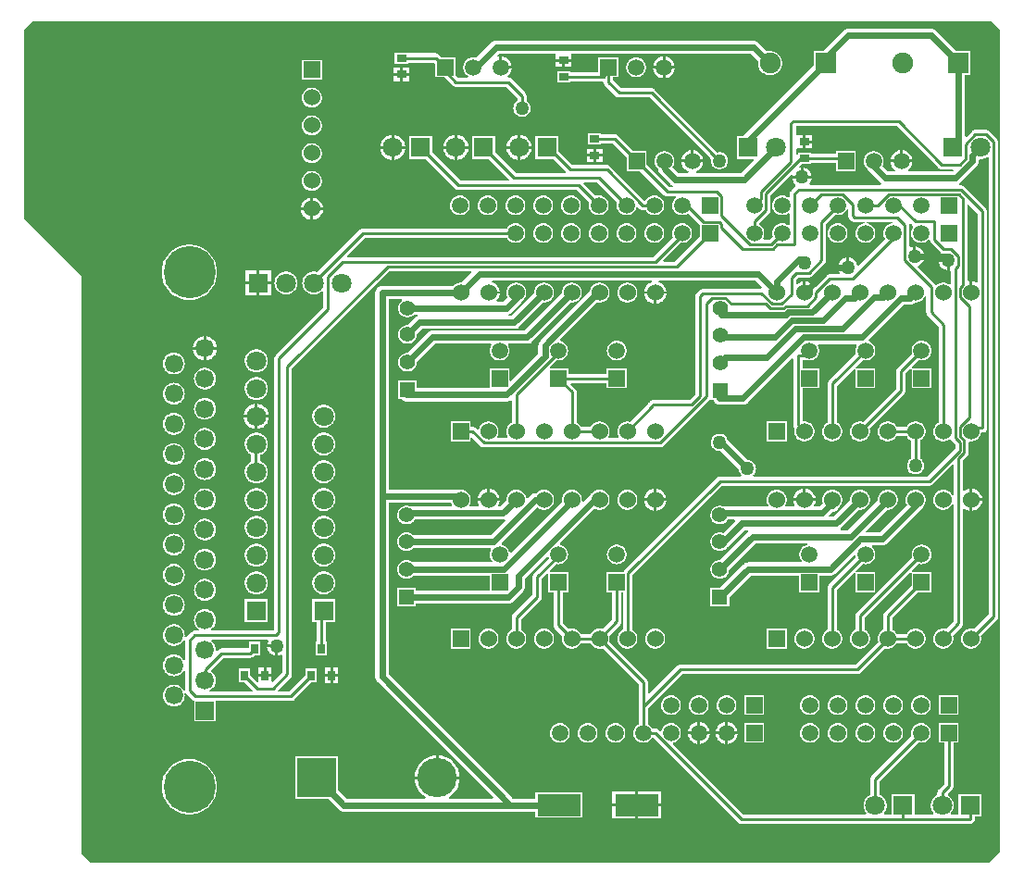
<source format=gtl>
G04*
G04 #@! TF.GenerationSoftware,Altium Limited,Altium Designer,18.1.7 (191)*
G04*
G04 Layer_Physical_Order=1*
G04 Layer_Color=255*
%FSLAX44Y44*%
%MOMM*%
G71*
G01*
G75*
%ADD13C,0.2540*%
%ADD36R,0.7000X0.9500*%
%ADD37R,4.0000X2.0000*%
%ADD38R,0.9000X0.7000*%
%ADD39C,0.6096*%
%ADD40C,1.6900*%
%ADD41R,1.6900X1.6900*%
%ADD42C,4.7600*%
%ADD43C,3.6000*%
%ADD44R,3.6000X3.6000*%
%ADD45C,1.8000*%
%ADD46R,1.8000X1.8000*%
%ADD47R,1.9000X1.9000*%
%ADD48C,1.9000*%
%ADD49C,1.5240*%
%ADD50R,1.5240X1.5240*%
%ADD51R,1.5240X1.5240*%
%ADD52C,1.5000*%
%ADD53R,1.5000X1.5000*%
%ADD54R,1.8000X1.8000*%
%ADD55C,1.4000*%
%ADD56R,1.4000X1.4000*%
%ADD57R,1.5000X1.5000*%
%ADD58C,1.2700*%
G36*
X1396658Y1103289D02*
Y350558D01*
X1386887Y340787D01*
X565449D01*
X556474Y349762D01*
Y878018D01*
X504712Y929780D01*
X504646Y1102890D01*
X512489Y1110733D01*
X1389215D01*
X1396658Y1103289D01*
D02*
G37*
%LPC*%
G36*
X1333676Y1103778D02*
X1333676Y1103778D01*
X1257781D01*
X1257781Y1103778D01*
X1256832Y1103704D01*
X1255906Y1103481D01*
X1255026Y1103117D01*
X1254215Y1102620D01*
X1253491Y1102001D01*
X1253491Y1102001D01*
X1234903Y1083414D01*
X1226255D01*
Y1069946D01*
X1162374Y1006065D01*
X1162156Y1005809D01*
X1156140D01*
Y984761D01*
X1171301D01*
X1171787Y983588D01*
X1160358Y972159D01*
X1119106D01*
X1118896Y973429D01*
X1119223Y973540D01*
X1120403Y974121D01*
X1121497Y974853D01*
X1122487Y975721D01*
X1123355Y976710D01*
X1124086Y977804D01*
X1124668Y978985D01*
X1125091Y980231D01*
X1125348Y981522D01*
X1125351Y981565D01*
X1105394D01*
X1105397Y981522D01*
X1105654Y980231D01*
X1106077Y978985D01*
X1106659Y977804D01*
X1107390Y976710D01*
X1108258Y975721D01*
X1109247Y974853D01*
X1110341Y974121D01*
X1111522Y973540D01*
X1111848Y973429D01*
X1111639Y972159D01*
X1102473D01*
X1097209Y977422D01*
X1097804Y978313D01*
X1098327Y979374D01*
X1098708Y980495D01*
X1098938Y981655D01*
X1099016Y982835D01*
X1098938Y984016D01*
X1098708Y985176D01*
X1098327Y986296D01*
X1097804Y987357D01*
X1097147Y988340D01*
X1096367Y989230D01*
X1095478Y990010D01*
X1094494Y990667D01*
X1093433Y991190D01*
X1092313Y991570D01*
X1091153Y991801D01*
X1089972Y991878D01*
X1088792Y991801D01*
X1087632Y991570D01*
X1086512Y991190D01*
X1085451Y990667D01*
X1084467Y990010D01*
X1083578Y989230D01*
X1082798Y988340D01*
X1082141Y987357D01*
X1081617Y986296D01*
X1081237Y985176D01*
X1081006Y984016D01*
X1080929Y982835D01*
X1081006Y981655D01*
X1081237Y980495D01*
X1081617Y979374D01*
X1082141Y978313D01*
X1082798Y977330D01*
X1083578Y976441D01*
X1083906Y976153D01*
Y976080D01*
X1083906Y976079D01*
X1083980Y975130D01*
X1084203Y974204D01*
X1084567Y973325D01*
X1085064Y972513D01*
X1085683Y971789D01*
X1095670Y961802D01*
X1095670Y961802D01*
X1096394Y961184D01*
X1097205Y960686D01*
X1098085Y960322D01*
X1097754Y959112D01*
X1094363D01*
X1073596Y979879D01*
Y991859D01*
X1061616D01*
X1047421Y1006054D01*
X1046771Y1006587D01*
X1046030Y1006984D01*
X1045225Y1007228D01*
X1044388Y1007311D01*
X1044387Y1007310D01*
X1032104D01*
Y1008044D01*
X1020057D01*
Y997996D01*
X1032104D01*
Y998729D01*
X1042610D01*
X1055548Y985791D01*
Y973811D01*
X1067528D01*
X1089552Y951787D01*
X1089552Y951787D01*
X1090202Y951254D01*
X1090944Y950857D01*
X1091749Y950613D01*
X1092586Y950531D01*
X1092586Y950531D01*
X1099932D01*
X1100059Y950356D01*
X1100375Y949261D01*
X1099775Y948735D01*
X1098995Y947845D01*
X1098338Y946862D01*
X1097815Y945801D01*
X1097435Y944681D01*
X1097204Y943520D01*
X1097127Y942340D01*
X1097204Y941160D01*
X1097435Y939999D01*
X1097815Y938879D01*
X1098338Y937818D01*
X1098995Y936835D01*
X1099775Y935945D01*
X1100665Y935165D01*
X1101648Y934508D01*
X1102709Y933985D01*
X1103829Y933605D01*
X1104990Y933374D01*
X1106170Y933297D01*
X1107350Y933374D01*
X1108511Y933605D01*
X1109631Y933985D01*
X1110692Y934508D01*
X1111675Y935165D01*
X1111680Y935170D01*
X1122546Y924304D01*
Y913984D01*
X1099437Y890874D01*
X1089360D01*
X1088874Y892048D01*
X1104832Y908005D01*
X1104990Y907974D01*
X1106170Y907897D01*
X1107350Y907974D01*
X1108511Y908205D01*
X1109631Y908585D01*
X1110692Y909108D01*
X1111675Y909765D01*
X1112565Y910545D01*
X1113345Y911435D01*
X1114002Y912418D01*
X1114525Y913479D01*
X1114905Y914599D01*
X1115136Y915760D01*
X1115213Y916940D01*
X1115136Y918120D01*
X1114905Y919281D01*
X1114525Y920401D01*
X1114002Y921462D01*
X1113345Y922445D01*
X1112565Y923335D01*
X1111675Y924115D01*
X1110692Y924772D01*
X1109631Y925295D01*
X1108511Y925675D01*
X1107350Y925906D01*
X1106170Y925983D01*
X1104990Y925906D01*
X1103829Y925675D01*
X1102709Y925295D01*
X1101648Y924772D01*
X1100665Y924115D01*
X1099775Y923335D01*
X1098995Y922445D01*
X1098338Y921462D01*
X1097815Y920401D01*
X1097435Y919281D01*
X1097204Y918120D01*
X1097127Y916940D01*
X1097204Y915760D01*
X1097435Y914599D01*
X1097815Y913479D01*
X1097932Y913242D01*
X1079629Y894939D01*
X799978D01*
X799492Y896112D01*
X816029Y912649D01*
X945824D01*
X945938Y912418D01*
X946595Y911435D01*
X947375Y910545D01*
X948265Y909765D01*
X949248Y909108D01*
X950309Y908585D01*
X951429Y908205D01*
X952590Y907974D01*
X953770Y907897D01*
X954950Y907974D01*
X956111Y908205D01*
X957231Y908585D01*
X958292Y909108D01*
X959275Y909765D01*
X960165Y910545D01*
X960945Y911435D01*
X961602Y912418D01*
X962125Y913479D01*
X962505Y914599D01*
X962736Y915760D01*
X962813Y916940D01*
X962736Y918120D01*
X962505Y919281D01*
X962125Y920401D01*
X961602Y921462D01*
X960945Y922445D01*
X960165Y923335D01*
X959275Y924115D01*
X958292Y924772D01*
X957231Y925295D01*
X956111Y925675D01*
X954950Y925906D01*
X953770Y925983D01*
X952590Y925906D01*
X951429Y925675D01*
X950309Y925295D01*
X949248Y924772D01*
X948265Y924115D01*
X947375Y923335D01*
X946595Y922445D01*
X945938Y921462D01*
X945824Y921231D01*
X814252D01*
X814252Y921231D01*
X813415Y921148D01*
X812610Y920904D01*
X811868Y920508D01*
X811218Y919974D01*
X811218Y919974D01*
X772602Y881357D01*
X772012Y881557D01*
X770659Y881827D01*
X769283Y881917D01*
X767906Y881827D01*
X766553Y881557D01*
X765247Y881114D01*
X764009Y880504D01*
X762862Y879737D01*
X761825Y878828D01*
X760916Y877791D01*
X760149Y876644D01*
X759539Y875406D01*
X759096Y874100D01*
X758826Y872747D01*
X758736Y871370D01*
X758826Y869994D01*
X759096Y868641D01*
X759539Y867334D01*
X760149Y866097D01*
X760916Y864950D01*
X761825Y863913D01*
X762862Y863003D01*
X764009Y862237D01*
X765247Y861627D01*
X766553Y861183D01*
X767906Y860914D01*
X769283Y860824D01*
X770659Y860914D01*
X772012Y861183D01*
X773319Y861627D01*
X774556Y862237D01*
X775703Y863003D01*
X776740Y863913D01*
X776892Y864085D01*
X778162Y863607D01*
Y848837D01*
X734432Y805107D01*
X733899Y804457D01*
X733502Y803715D01*
X733258Y802910D01*
X733176Y802073D01*
X733176Y802073D01*
Y553675D01*
X732776Y553276D01*
X675315D01*
X675260Y553373D01*
X674986Y554546D01*
X675790Y555083D01*
X676773Y555945D01*
X677635Y556928D01*
X678361Y558015D01*
X678939Y559188D01*
X679360Y560426D01*
X679615Y561708D01*
X679700Y563013D01*
X679615Y564318D01*
X679360Y565600D01*
X678939Y566838D01*
X678361Y568011D01*
X677635Y569098D01*
X676773Y570081D01*
X675790Y570943D01*
X674702Y571669D01*
X673530Y572247D01*
X672292Y572668D01*
X671009Y572923D01*
X669705Y573008D01*
X668400Y572923D01*
X667118Y572668D01*
X665880Y572247D01*
X664707Y571669D01*
X663620Y570943D01*
X662637Y570081D01*
X661775Y569098D01*
X661049Y568011D01*
X660470Y566838D01*
X660050Y565600D01*
X659795Y564318D01*
X659709Y563013D01*
X659795Y561708D01*
X660050Y560426D01*
X660470Y559188D01*
X661049Y558015D01*
X661775Y556928D01*
X662637Y555945D01*
X663620Y555083D01*
X664424Y554546D01*
X664149Y553373D01*
X664094Y553276D01*
X660433D01*
X660433Y553276D01*
X659596Y553193D01*
X658791Y552949D01*
X658049Y552553D01*
X657399Y552019D01*
X657399Y552019D01*
X652652Y547272D01*
X652298Y546841D01*
X651193Y547234D01*
X651095Y547300D01*
X651215Y547903D01*
X651300Y549208D01*
X651215Y550513D01*
X650960Y551795D01*
X650539Y553033D01*
X649961Y554206D01*
X649235Y555293D01*
X648373Y556276D01*
X647390Y557138D01*
X646302Y557864D01*
X645130Y558442D01*
X643892Y558863D01*
X642609Y559118D01*
X641305Y559203D01*
X640000Y559118D01*
X638718Y558863D01*
X637480Y558442D01*
X636307Y557864D01*
X635220Y557138D01*
X634237Y556276D01*
X633375Y555293D01*
X632649Y554206D01*
X632070Y553033D01*
X631650Y551795D01*
X631395Y550513D01*
X631309Y549208D01*
X631395Y547903D01*
X631650Y546621D01*
X632070Y545383D01*
X632649Y544210D01*
X633375Y543123D01*
X634237Y542140D01*
X635220Y541278D01*
X636307Y540552D01*
X637480Y539973D01*
X638718Y539553D01*
X640000Y539298D01*
X641305Y539212D01*
X642609Y539298D01*
X643892Y539553D01*
X645130Y539973D01*
X646302Y540552D01*
X647390Y541278D01*
X648373Y542140D01*
X649235Y543123D01*
X649961Y544210D01*
X650155Y544603D01*
X651396Y544248D01*
X651395Y544238D01*
X651395Y544238D01*
Y526559D01*
X650125Y526263D01*
X649961Y526596D01*
X649235Y527683D01*
X648373Y528666D01*
X647390Y529528D01*
X646302Y530254D01*
X645130Y530832D01*
X643892Y531253D01*
X642609Y531508D01*
X641305Y531593D01*
X640000Y531508D01*
X638718Y531253D01*
X637480Y530832D01*
X636307Y530254D01*
X635220Y529528D01*
X634237Y528666D01*
X633375Y527683D01*
X632649Y526596D01*
X632070Y525423D01*
X631650Y524185D01*
X631395Y522902D01*
X631309Y521598D01*
X631395Y520293D01*
X631650Y519011D01*
X632070Y517773D01*
X632649Y516600D01*
X633375Y515513D01*
X634237Y514530D01*
X635220Y513668D01*
X636307Y512942D01*
X637480Y512363D01*
X638718Y511943D01*
X640000Y511688D01*
X641305Y511603D01*
X642609Y511688D01*
X643892Y511943D01*
X645130Y512363D01*
X646302Y512942D01*
X647390Y513668D01*
X648373Y514530D01*
X649235Y515513D01*
X649961Y516600D01*
X650125Y516932D01*
X651395Y516636D01*
Y498867D01*
X651395Y498867D01*
X650143Y498616D01*
X649961Y498986D01*
X649235Y500073D01*
X648373Y501056D01*
X647390Y501918D01*
X646302Y502644D01*
X645130Y503222D01*
X643892Y503643D01*
X642609Y503898D01*
X641305Y503983D01*
X640000Y503898D01*
X638718Y503643D01*
X637480Y503222D01*
X636307Y502644D01*
X635220Y501918D01*
X634237Y501056D01*
X633375Y500073D01*
X632649Y498986D01*
X632070Y497813D01*
X631650Y496575D01*
X631395Y495293D01*
X631309Y493988D01*
X631395Y492683D01*
X631650Y491401D01*
X632070Y490163D01*
X632649Y488990D01*
X633375Y487903D01*
X634237Y486920D01*
X635220Y486058D01*
X636307Y485332D01*
X637480Y484753D01*
X638718Y484333D01*
X640000Y484078D01*
X641305Y483993D01*
X642609Y484078D01*
X643892Y484333D01*
X645130Y484753D01*
X646302Y485332D01*
X647390Y486058D01*
X648373Y486920D01*
X649235Y487903D01*
X649961Y488990D01*
X650539Y490163D01*
X650960Y491401D01*
X651215Y492683D01*
X651300Y493988D01*
X651215Y495293D01*
X651139Y495675D01*
X652322Y496234D01*
X652652Y495833D01*
X658356Y490128D01*
X658357Y490128D01*
X659007Y489594D01*
X659731Y489207D01*
Y470209D01*
X679679D01*
Y488871D01*
X748225D01*
X748226Y488871D01*
X749063Y488954D01*
X749867Y489198D01*
X750609Y489594D01*
X751260Y490128D01*
X767051Y505920D01*
X771756D01*
Y518468D01*
X761708D01*
Y512712D01*
X746448Y497452D01*
X736770D01*
X736284Y498626D01*
X748118Y510461D01*
X748119Y510461D01*
X748652Y511111D01*
X749049Y511853D01*
X749293Y512658D01*
X749375Y513495D01*
X749375Y513495D01*
Y793128D01*
X838541Y882293D01*
X913162D01*
X913648Y881120D01*
X904209Y871680D01*
X903661Y871716D01*
X902464Y871638D01*
X901289Y871404D01*
X900154Y871019D01*
X899079Y870489D01*
X898082Y869822D01*
X897181Y869032D01*
X896819Y868619D01*
X831599D01*
X830650Y868544D01*
X829724Y868322D01*
X828845Y867958D01*
X828033Y867461D01*
X827309Y866842D01*
X826691Y866118D01*
X826193Y865307D01*
X825829Y864427D01*
X825607Y863502D01*
X825532Y862553D01*
Y676086D01*
Y511349D01*
X825532Y511349D01*
X825607Y510400D01*
X825829Y509474D01*
X826193Y508595D01*
X826691Y507783D01*
X827309Y507059D01*
X933361Y401007D01*
X932875Y399834D01*
X893120D01*
X892769Y401104D01*
X893605Y401605D01*
X895226Y402808D01*
X896721Y404163D01*
X898076Y405658D01*
X899279Y407279D01*
X900316Y409010D01*
X901179Y410835D01*
X901859Y412735D01*
X902349Y414692D01*
X902645Y416689D01*
X902682Y417434D01*
X861677D01*
X861714Y416689D01*
X862010Y414692D01*
X862501Y412735D01*
X863180Y410835D01*
X864043Y409010D01*
X865081Y407279D01*
X866283Y405658D01*
X867638Y404163D01*
X869134Y402808D01*
X870754Y401605D01*
X871591Y401104D01*
X871239Y399834D01*
X799139D01*
X791214Y407760D01*
Y438228D01*
X752166D01*
Y399180D01*
X782634D01*
X792337Y389478D01*
X792337Y389478D01*
X793061Y388859D01*
X793872Y388362D01*
X794752Y387998D01*
X795677Y387775D01*
X796627Y387701D01*
X796627Y387701D01*
X949180D01*
X949180Y387701D01*
X949181Y387701D01*
X971928D01*
Y382243D01*
X1014976D01*
Y405291D01*
X971928D01*
Y399834D01*
X951693D01*
X837666Y513862D01*
Y670019D01*
X895031D01*
X895194Y669538D01*
X895724Y668463D01*
X895841Y668288D01*
X895162Y667018D01*
X857063D01*
X856274Y667286D01*
X855178Y667504D01*
X854063Y667577D01*
X852948Y667504D01*
X851852Y667286D01*
X850794Y666927D01*
X849792Y666433D01*
X848863Y665812D01*
X848023Y665075D01*
X847286Y664235D01*
X846665Y663306D01*
X846171Y662304D01*
X845812Y661246D01*
X845594Y660150D01*
X845521Y659035D01*
X845594Y657920D01*
X845812Y656824D01*
X846171Y655766D01*
X846665Y654764D01*
X847286Y653835D01*
X848023Y652995D01*
X848863Y652258D01*
X849792Y651637D01*
X850794Y651143D01*
X851852Y650783D01*
X852948Y650566D01*
X854063Y650492D01*
X855178Y650566D01*
X856274Y650783D01*
X857332Y651143D01*
X858334Y651637D01*
X859263Y652258D01*
X860103Y652995D01*
X860840Y653835D01*
X861461Y654764D01*
X861521Y654885D01*
X897560D01*
X897661Y654861D01*
X898610Y654786D01*
X942268D01*
X942269Y654786D01*
X943217Y654861D01*
X943644Y654963D01*
X944288Y653811D01*
X931448Y640971D01*
X860073D01*
X859263Y641682D01*
X858334Y642303D01*
X857332Y642797D01*
X856274Y643156D01*
X855178Y643374D01*
X854063Y643447D01*
X852948Y643374D01*
X851852Y643156D01*
X850794Y642797D01*
X849792Y642303D01*
X848863Y641682D01*
X848023Y640945D01*
X847286Y640105D01*
X846665Y639176D01*
X846171Y638174D01*
X845812Y637116D01*
X845594Y636020D01*
X845521Y634905D01*
X845594Y633790D01*
X845812Y632694D01*
X846171Y631636D01*
X846665Y630634D01*
X847286Y629705D01*
X848023Y628865D01*
X848863Y628128D01*
X849792Y627507D01*
X850794Y627013D01*
X851852Y626654D01*
X852948Y626436D01*
X854063Y626362D01*
X855178Y626436D01*
X856274Y626654D01*
X857332Y627013D01*
X858334Y627507D01*
X859263Y628128D01*
X860073Y628838D01*
X930667D01*
X931352Y627576D01*
X930829Y626515D01*
X930448Y625395D01*
X930218Y624235D01*
X930140Y623055D01*
X930218Y621874D01*
X930448Y620714D01*
X930829Y619594D01*
X931352Y618533D01*
X932009Y617549D01*
X932435Y617063D01*
X931893Y615793D01*
X859820D01*
X859263Y616282D01*
X858334Y616903D01*
X857332Y617397D01*
X856274Y617756D01*
X855178Y617974D01*
X854063Y618047D01*
X852948Y617974D01*
X851852Y617756D01*
X850794Y617397D01*
X849792Y616903D01*
X848863Y616282D01*
X848023Y615545D01*
X847286Y614705D01*
X846665Y613776D01*
X846171Y612774D01*
X845812Y611716D01*
X845594Y610620D01*
X845521Y609505D01*
X845594Y608390D01*
X845812Y607294D01*
X846171Y606236D01*
X846665Y605234D01*
X847286Y604305D01*
X848023Y603465D01*
X848863Y602728D01*
X849792Y602107D01*
X850794Y601613D01*
X851852Y601254D01*
X852948Y601036D01*
X854063Y600962D01*
X855178Y601036D01*
X856274Y601254D01*
X857332Y601613D01*
X858334Y602107D01*
X859263Y602728D01*
X860103Y603465D01*
X860275Y603660D01*
X930160D01*
Y590171D01*
X862587D01*
Y592629D01*
X845539D01*
Y575581D01*
X862587D01*
Y578038D01*
X947099D01*
X947100Y578038D01*
X948048Y578113D01*
X948974Y578335D01*
X949854Y578699D01*
X950665Y579197D01*
X951389Y579815D01*
X960436Y588862D01*
X960436Y588862D01*
X961054Y589586D01*
X961552Y590397D01*
X961916Y591277D01*
X962138Y592202D01*
X962213Y593152D01*
Y601003D01*
X982594Y621384D01*
X983971Y620966D01*
X984022Y620714D01*
X984402Y619594D01*
X984528Y619339D01*
X970620Y605432D01*
X970087Y604782D01*
X969690Y604040D01*
X969446Y603235D01*
X969364Y602398D01*
X969364Y602398D01*
Y586156D01*
X951426Y568218D01*
X950893Y567568D01*
X950496Y566826D01*
X950252Y566021D01*
X950170Y565184D01*
X950170Y565184D01*
Y554124D01*
X949879Y553980D01*
X948882Y553315D01*
X947981Y552524D01*
X947190Y551623D01*
X946525Y550626D01*
X945994Y549551D01*
X945609Y548416D01*
X945375Y547241D01*
X945297Y546045D01*
X945375Y544848D01*
X945609Y543673D01*
X945994Y542538D01*
X946525Y541463D01*
X947190Y540466D01*
X947981Y539565D01*
X948882Y538774D01*
X949879Y538109D01*
X950954Y537578D01*
X952089Y537193D01*
X953264Y536959D01*
X954461Y536881D01*
X955657Y536959D01*
X956832Y537193D01*
X957967Y537578D01*
X959042Y538109D01*
X960039Y538774D01*
X960940Y539565D01*
X961730Y540466D01*
X962396Y541463D01*
X962926Y542538D01*
X963312Y543673D01*
X963546Y544848D01*
X963624Y546045D01*
X963546Y547241D01*
X963312Y548416D01*
X962926Y549551D01*
X962396Y550626D01*
X961730Y551623D01*
X960940Y552524D01*
X960039Y553315D01*
X959042Y553980D01*
X958751Y554124D01*
Y563407D01*
X976688Y581344D01*
X977222Y581995D01*
X977618Y582736D01*
X977863Y583541D01*
X977945Y584378D01*
X977945Y584379D01*
Y600621D01*
X982560Y605235D01*
X983733Y604749D01*
Y588631D01*
X988466D01*
Y558548D01*
X988466Y558548D01*
X988549Y557711D01*
X988793Y556906D01*
X989189Y556164D01*
X989723Y555514D01*
X996514Y548724D01*
X996409Y548416D01*
X996175Y547241D01*
X996097Y546045D01*
X996175Y544848D01*
X996409Y543673D01*
X996794Y542538D01*
X997325Y541463D01*
X997990Y540466D01*
X998781Y539565D01*
X999682Y538774D01*
X1000679Y538109D01*
X1001754Y537578D01*
X1002889Y537193D01*
X1004064Y536959D01*
X1005260Y536881D01*
X1006457Y536959D01*
X1007632Y537193D01*
X1008767Y537578D01*
X1009842Y538109D01*
X1010839Y538774D01*
X1011740Y539565D01*
X1012531Y540466D01*
X1013196Y541463D01*
X1013340Y541754D01*
X1022581D01*
X1022725Y541463D01*
X1023391Y540466D01*
X1024181Y539565D01*
X1025082Y538774D01*
X1026079Y538109D01*
X1027154Y537578D01*
X1028289Y537193D01*
X1029464Y536959D01*
X1030660Y536881D01*
X1031857Y536959D01*
X1033032Y537193D01*
X1033340Y537298D01*
X1066319Y504318D01*
Y484004D01*
X1066319Y484003D01*
X1066319Y484003D01*
Y467686D01*
X1066088Y467572D01*
X1065105Y466915D01*
X1064215Y466135D01*
X1063435Y465245D01*
X1062778Y464262D01*
X1062255Y463201D01*
X1061875Y462081D01*
X1061644Y460920D01*
X1061567Y459740D01*
X1061644Y458560D01*
X1061875Y457399D01*
X1062255Y456279D01*
X1062778Y455218D01*
X1063435Y454235D01*
X1064215Y453345D01*
X1065105Y452565D01*
X1066088Y451908D01*
X1067149Y451385D01*
X1068269Y451005D01*
X1069430Y450774D01*
X1070610Y450697D01*
X1071790Y450774D01*
X1072951Y451005D01*
X1074071Y451385D01*
X1075132Y451908D01*
X1076115Y452565D01*
X1077005Y453345D01*
X1077785Y454235D01*
X1078442Y455218D01*
X1078474Y455283D01*
X1079728Y455396D01*
X1157219Y377905D01*
X1157220Y377905D01*
X1157870Y377371D01*
X1158612Y376974D01*
X1159417Y376730D01*
X1160254Y376648D01*
X1160254Y376648D01*
X1306962D01*
X1306962Y376648D01*
X1306962Y376648D01*
X1369254D01*
X1370091Y376730D01*
X1370896Y376974D01*
X1371638Y377371D01*
X1372288Y377905D01*
X1372822Y378555D01*
X1373218Y379296D01*
X1373462Y380101D01*
X1373545Y380938D01*
Y382986D01*
X1379778D01*
Y404034D01*
X1358730D01*
Y385229D01*
X1352278D01*
X1351703Y386499D01*
X1352221Y387090D01*
X1352988Y388237D01*
X1353598Y389474D01*
X1354041Y390781D01*
X1354310Y392134D01*
X1354401Y393510D01*
X1354310Y394887D01*
X1354041Y396240D01*
X1353598Y397546D01*
X1352988Y398784D01*
X1352221Y399931D01*
X1351312Y400968D01*
X1350274Y401878D01*
X1349127Y402644D01*
X1348910Y404167D01*
X1353044Y408302D01*
X1353044Y408302D01*
X1353578Y408952D01*
X1353974Y409694D01*
X1354218Y410499D01*
X1354301Y411336D01*
X1354301Y411336D01*
Y450716D01*
X1359034D01*
Y468764D01*
X1340986D01*
Y450716D01*
X1345719D01*
Y413113D01*
X1340820Y408214D01*
X1340287Y407564D01*
X1339890Y406822D01*
X1339646Y406017D01*
X1339563Y405180D01*
X1339563Y405179D01*
Y403129D01*
X1338581Y402644D01*
X1337434Y401878D01*
X1336396Y400968D01*
X1335487Y399931D01*
X1334720Y398784D01*
X1334110Y397546D01*
X1333667Y396240D01*
X1333398Y394887D01*
X1333307Y393510D01*
X1333398Y392134D01*
X1333667Y390781D01*
X1334110Y389474D01*
X1334720Y388237D01*
X1335487Y387090D01*
X1336005Y386499D01*
X1335430Y385229D01*
X1318563D01*
Y404034D01*
X1297515D01*
Y385229D01*
X1291063D01*
X1290488Y386499D01*
X1291006Y387090D01*
X1291772Y388237D01*
X1292382Y389474D01*
X1292826Y390781D01*
X1293095Y392134D01*
X1293185Y393510D01*
X1293095Y394887D01*
X1292826Y396240D01*
X1292382Y397546D01*
X1291772Y398784D01*
X1291006Y399931D01*
X1290096Y400968D01*
X1289059Y401878D01*
X1287912Y402644D01*
X1286675Y403254D01*
X1286591Y403283D01*
Y415653D01*
X1322025Y451088D01*
X1322269Y451005D01*
X1323430Y450774D01*
X1324610Y450697D01*
X1325790Y450774D01*
X1326951Y451005D01*
X1328071Y451385D01*
X1329132Y451908D01*
X1330115Y452565D01*
X1331005Y453345D01*
X1331785Y454235D01*
X1332442Y455218D01*
X1332965Y456279D01*
X1333345Y457399D01*
X1333576Y458560D01*
X1333653Y459740D01*
X1333576Y460920D01*
X1333345Y462081D01*
X1332965Y463201D01*
X1332442Y464262D01*
X1331785Y465245D01*
X1331005Y466135D01*
X1330115Y466915D01*
X1329132Y467572D01*
X1328071Y468095D01*
X1326951Y468475D01*
X1325790Y468706D01*
X1324610Y468783D01*
X1323430Y468706D01*
X1322269Y468475D01*
X1321149Y468095D01*
X1320088Y467572D01*
X1319105Y466915D01*
X1318215Y466135D01*
X1317435Y465245D01*
X1316778Y464262D01*
X1316255Y463201D01*
X1315875Y462081D01*
X1315644Y460920D01*
X1315567Y459740D01*
X1315644Y458560D01*
X1315875Y457399D01*
X1315958Y457155D01*
X1279266Y420464D01*
X1278733Y419814D01*
X1278336Y419072D01*
X1278092Y418267D01*
X1278009Y417430D01*
X1278009Y417430D01*
Y402962D01*
X1277365Y402644D01*
X1276218Y401878D01*
X1275181Y400968D01*
X1274271Y399931D01*
X1273505Y398784D01*
X1272895Y397546D01*
X1272451Y396240D01*
X1272182Y394887D01*
X1272092Y393510D01*
X1272182Y392134D01*
X1272451Y390781D01*
X1272895Y389474D01*
X1273505Y388237D01*
X1274271Y387090D01*
X1274790Y386499D01*
X1274214Y385229D01*
X1162031D01*
X1097683Y449577D01*
X1098101Y450955D01*
X1098351Y451005D01*
X1099471Y451385D01*
X1100532Y451908D01*
X1101515Y452565D01*
X1102405Y453345D01*
X1103185Y454235D01*
X1103842Y455218D01*
X1104365Y456279D01*
X1104745Y457399D01*
X1104976Y458560D01*
X1105053Y459740D01*
X1104976Y460920D01*
X1104745Y462081D01*
X1104365Y463201D01*
X1103842Y464262D01*
X1103185Y465245D01*
X1102405Y466135D01*
X1101515Y466915D01*
X1100532Y467572D01*
X1099471Y468095D01*
X1098351Y468475D01*
X1097190Y468706D01*
X1096010Y468783D01*
X1094830Y468706D01*
X1093669Y468475D01*
X1092549Y468095D01*
X1091488Y467572D01*
X1090505Y466915D01*
X1089615Y466135D01*
X1088835Y465245D01*
X1088178Y464262D01*
X1087655Y463201D01*
X1087275Y462081D01*
X1087225Y461831D01*
X1085847Y461413D01*
X1084486Y462774D01*
X1083836Y463307D01*
X1083094Y463704D01*
X1082289Y463948D01*
X1081452Y464031D01*
X1081452Y464031D01*
X1078556D01*
X1078442Y464262D01*
X1077785Y465245D01*
X1077005Y466135D01*
X1076115Y466915D01*
X1075132Y467572D01*
X1074901Y467686D01*
Y482226D01*
X1106412Y513737D01*
X1266197D01*
X1266197Y513737D01*
X1267034Y513820D01*
X1267839Y514064D01*
X1268580Y514460D01*
X1269231Y514994D01*
X1291534Y537298D01*
X1291841Y537193D01*
X1293017Y536959D01*
X1294213Y536881D01*
X1295409Y536959D01*
X1296585Y537193D01*
X1297720Y537578D01*
X1298795Y538109D01*
X1299792Y538774D01*
X1300693Y539565D01*
X1301483Y540466D01*
X1302149Y541463D01*
X1302293Y541754D01*
X1311534D01*
X1311677Y541463D01*
X1312343Y540466D01*
X1313134Y539565D01*
X1314035Y538774D01*
X1315031Y538109D01*
X1316106Y537578D01*
X1317241Y537193D01*
X1318417Y536959D01*
X1319613Y536881D01*
X1320809Y536959D01*
X1321985Y537193D01*
X1323120Y537578D01*
X1324195Y538109D01*
X1325192Y538774D01*
X1326093Y539565D01*
X1326883Y540466D01*
X1327549Y541463D01*
X1328079Y542538D01*
X1328465Y543673D01*
X1328698Y544848D01*
X1328777Y546045D01*
X1328698Y547241D01*
X1328465Y548416D01*
X1328079Y549551D01*
X1327549Y550626D01*
X1326883Y551623D01*
X1326093Y552524D01*
X1325192Y553315D01*
X1324195Y553980D01*
X1323120Y554510D01*
X1321985Y554896D01*
X1320809Y555130D01*
X1319613Y555208D01*
X1318417Y555130D01*
X1317241Y554896D01*
X1316106Y554510D01*
X1315031Y553980D01*
X1314035Y553315D01*
X1313134Y552524D01*
X1312343Y551623D01*
X1311677Y550626D01*
X1311534Y550335D01*
X1302293D01*
X1302149Y550626D01*
X1301483Y551623D01*
X1300693Y552524D01*
X1299792Y553315D01*
X1298795Y553980D01*
X1298504Y554124D01*
Y565032D01*
X1322102Y588631D01*
X1334082D01*
Y606679D01*
X1317176D01*
X1316546Y606679D01*
X1316010Y607939D01*
X1322474Y614402D01*
X1322718Y614319D01*
X1323878Y614089D01*
X1325058Y614011D01*
X1326239Y614089D01*
X1327399Y614319D01*
X1328519Y614700D01*
X1329580Y615223D01*
X1330564Y615880D01*
X1331453Y616660D01*
X1332233Y617549D01*
X1332890Y618533D01*
X1333413Y619594D01*
X1333793Y620714D01*
X1334024Y621874D01*
X1334102Y623055D01*
X1334024Y624235D01*
X1333793Y625395D01*
X1333413Y626515D01*
X1332890Y627576D01*
X1332233Y628560D01*
X1331453Y629449D01*
X1330564Y630229D01*
X1329580Y630886D01*
X1328519Y631410D01*
X1327399Y631790D01*
X1326239Y632021D01*
X1325058Y632098D01*
X1323878Y632021D01*
X1322718Y631790D01*
X1321598Y631410D01*
X1320537Y630886D01*
X1319553Y630229D01*
X1318664Y629449D01*
X1317884Y628560D01*
X1317227Y627576D01*
X1316703Y626515D01*
X1316323Y625395D01*
X1316092Y624235D01*
X1316015Y623055D01*
X1316092Y621874D01*
X1316323Y620714D01*
X1316406Y620470D01*
X1265779Y569843D01*
X1265246Y569193D01*
X1264849Y568451D01*
X1264605Y567646D01*
X1264522Y566809D01*
X1264522Y566809D01*
Y554124D01*
X1264231Y553980D01*
X1263235Y553315D01*
X1262334Y552524D01*
X1261543Y551623D01*
X1260877Y550626D01*
X1260347Y549551D01*
X1259962Y548416D01*
X1259728Y547241D01*
X1259650Y546045D01*
X1259728Y544848D01*
X1259962Y543673D01*
X1260347Y542538D01*
X1260877Y541463D01*
X1261543Y540466D01*
X1262334Y539565D01*
X1263235Y538774D01*
X1264231Y538109D01*
X1265306Y537578D01*
X1266441Y537193D01*
X1267617Y536959D01*
X1268813Y536881D01*
X1270009Y536959D01*
X1271185Y537193D01*
X1272320Y537578D01*
X1273395Y538109D01*
X1274392Y538774D01*
X1275293Y539565D01*
X1276083Y540466D01*
X1276749Y541463D01*
X1277279Y542538D01*
X1277664Y543673D01*
X1277898Y544848D01*
X1277977Y546045D01*
X1277898Y547241D01*
X1277664Y548416D01*
X1277279Y549551D01*
X1276749Y550626D01*
X1276083Y551623D01*
X1275293Y552524D01*
X1274392Y553315D01*
X1273395Y553980D01*
X1273104Y554124D01*
Y565032D01*
X1314774Y606703D01*
X1316034Y606167D01*
X1316034Y605621D01*
Y594698D01*
X1291179Y569843D01*
X1290646Y569193D01*
X1290249Y568451D01*
X1290005Y567646D01*
X1289922Y566809D01*
X1289922Y566809D01*
Y554124D01*
X1289631Y553980D01*
X1288635Y553315D01*
X1287733Y552524D01*
X1286943Y551623D01*
X1286277Y550626D01*
X1285747Y549551D01*
X1285362Y548416D01*
X1285128Y547241D01*
X1285049Y546045D01*
X1285128Y544848D01*
X1285362Y543673D01*
X1285466Y543365D01*
X1264419Y522319D01*
X1104635D01*
X1103798Y522236D01*
X1102993Y521992D01*
X1102251Y521596D01*
X1101601Y521062D01*
X1101601Y521062D01*
X1076074Y495535D01*
X1074901Y496021D01*
Y506095D01*
X1074901Y506095D01*
X1074818Y506932D01*
X1074574Y507737D01*
X1074177Y508479D01*
X1073644Y509129D01*
X1073644Y509129D01*
X1039408Y543365D01*
X1039512Y543673D01*
X1039746Y544848D01*
X1039824Y546045D01*
X1039746Y547241D01*
X1039512Y548416D01*
X1039408Y548724D01*
X1049364Y558680D01*
X1049364Y558680D01*
X1049898Y559330D01*
X1050294Y560072D01*
X1050538Y560877D01*
X1050621Y561714D01*
Y588631D01*
X1052334D01*
Y554402D01*
X1051479Y553980D01*
X1050482Y553315D01*
X1049581Y552524D01*
X1048791Y551623D01*
X1048124Y550626D01*
X1047594Y549551D01*
X1047209Y548416D01*
X1046975Y547241D01*
X1046897Y546045D01*
X1046975Y544848D01*
X1047209Y543673D01*
X1047594Y542538D01*
X1048124Y541463D01*
X1048791Y540466D01*
X1049581Y539565D01*
X1050482Y538774D01*
X1051479Y538109D01*
X1052554Y537578D01*
X1053689Y537193D01*
X1054864Y536959D01*
X1056060Y536881D01*
X1057257Y536959D01*
X1058432Y537193D01*
X1059567Y537578D01*
X1060642Y538109D01*
X1061639Y538774D01*
X1062540Y539565D01*
X1063331Y540466D01*
X1063996Y541463D01*
X1064527Y542538D01*
X1064912Y543673D01*
X1065146Y544848D01*
X1065224Y546045D01*
X1065146Y547241D01*
X1064912Y548416D01*
X1064527Y549551D01*
X1063996Y550626D01*
X1063331Y551623D01*
X1062540Y552524D01*
X1061639Y553315D01*
X1060915Y553798D01*
Y604100D01*
X1142660Y685845D01*
X1332002D01*
X1332002Y685845D01*
X1332840Y685927D01*
X1333644Y686171D01*
X1334386Y686568D01*
X1335036Y687102D01*
X1353375Y705440D01*
X1354548Y704954D01*
Y677255D01*
X1353278Y676959D01*
X1352949Y677626D01*
X1352283Y678623D01*
X1351493Y679524D01*
X1350592Y680314D01*
X1349595Y680980D01*
X1348520Y681510D01*
X1347385Y681896D01*
X1346209Y682130D01*
X1345013Y682208D01*
X1343817Y682130D01*
X1342641Y681896D01*
X1341506Y681510D01*
X1340431Y680980D01*
X1339435Y680314D01*
X1338533Y679524D01*
X1337743Y678623D01*
X1337077Y677626D01*
X1336547Y676551D01*
X1336162Y675416D01*
X1335928Y674241D01*
X1335849Y673045D01*
X1335928Y671848D01*
X1336162Y670673D01*
X1336547Y669538D01*
X1337077Y668463D01*
X1337743Y667466D01*
X1338533Y666565D01*
X1339435Y665775D01*
X1340431Y665109D01*
X1341506Y664578D01*
X1342641Y664193D01*
X1343817Y663959D01*
X1345013Y663881D01*
X1346209Y663959D01*
X1347385Y664193D01*
X1348520Y664578D01*
X1349595Y665109D01*
X1350592Y665775D01*
X1351493Y666565D01*
X1352283Y667466D01*
X1352949Y668463D01*
X1353278Y669130D01*
X1354548Y668834D01*
Y561647D01*
X1347692Y554791D01*
X1347385Y554896D01*
X1346209Y555130D01*
X1345013Y555208D01*
X1343817Y555130D01*
X1342641Y554896D01*
X1341506Y554510D01*
X1340431Y553980D01*
X1339435Y553315D01*
X1338533Y552524D01*
X1337743Y551623D01*
X1337077Y550626D01*
X1336547Y549551D01*
X1336162Y548416D01*
X1335928Y547241D01*
X1335849Y546045D01*
X1335928Y544848D01*
X1336162Y543673D01*
X1336547Y542538D01*
X1337077Y541463D01*
X1337743Y540466D01*
X1338533Y539565D01*
X1339435Y538774D01*
X1340431Y538109D01*
X1341506Y537578D01*
X1342641Y537193D01*
X1343817Y536959D01*
X1345013Y536881D01*
X1346209Y536959D01*
X1347385Y537193D01*
X1348520Y537578D01*
X1349595Y538109D01*
X1350592Y538774D01*
X1351493Y539565D01*
X1352283Y540466D01*
X1352949Y541463D01*
X1353479Y542538D01*
X1353864Y543673D01*
X1354098Y544848D01*
X1354177Y546045D01*
X1354098Y547241D01*
X1353864Y548416D01*
X1353760Y548724D01*
X1361872Y556836D01*
X1361873Y556836D01*
X1362406Y557486D01*
X1362803Y558228D01*
X1363047Y559033D01*
X1363129Y559870D01*
Y664230D01*
X1363766Y664662D01*
X1364399Y664844D01*
X1365322Y664227D01*
X1366517Y663638D01*
X1367778Y663210D01*
X1369084Y662950D01*
X1369143Y662946D01*
Y673045D01*
Y683143D01*
X1369084Y683139D01*
X1367778Y682879D01*
X1366517Y682451D01*
X1365322Y681862D01*
X1364399Y681245D01*
X1363766Y681427D01*
X1363129Y681859D01*
Y709447D01*
X1367097Y713415D01*
X1367097Y713415D01*
X1367631Y714065D01*
X1368027Y714807D01*
X1368271Y715612D01*
X1368354Y716449D01*
X1368354Y716449D01*
Y725585D01*
X1369624Y726441D01*
X1370413Y726389D01*
X1371609Y726467D01*
X1372785Y726701D01*
X1373920Y727086D01*
X1374995Y727617D01*
X1375992Y728283D01*
X1376893Y729073D01*
X1377683Y729974D01*
X1378349Y730971D01*
X1378879Y732046D01*
X1379265Y733181D01*
X1379498Y734357D01*
X1379500Y734378D01*
X1380827D01*
X1381664Y734461D01*
X1382469Y734705D01*
X1383211Y735101D01*
X1383861Y735635D01*
X1384395Y736285D01*
X1384791Y737027D01*
X1385035Y737832D01*
X1385118Y738669D01*
Y936655D01*
X1385035Y937492D01*
X1384791Y938297D01*
X1384395Y939039D01*
X1383861Y939689D01*
X1383861Y939689D01*
X1363818Y959732D01*
X1363168Y960266D01*
X1362426Y960662D01*
X1361621Y960906D01*
X1360784Y960989D01*
X1360784Y960989D01*
X1359449D01*
X1359091Y962259D01*
X1359463Y962487D01*
X1360187Y963105D01*
X1375500Y978418D01*
X1376118Y979142D01*
X1376616Y979954D01*
X1376980Y980833D01*
X1377202Y981759D01*
X1377277Y982708D01*
X1377277Y982708D01*
Y983679D01*
X1378547Y984766D01*
X1378974Y984738D01*
X1380351Y984829D01*
X1381704Y985098D01*
X1383010Y985541D01*
X1384248Y986152D01*
X1385208Y986793D01*
X1385848Y986608D01*
X1386478Y986179D01*
Y568177D01*
X1373092Y554791D01*
X1372785Y554896D01*
X1371609Y555130D01*
X1370413Y555208D01*
X1369217Y555130D01*
X1368041Y554896D01*
X1366906Y554510D01*
X1365831Y553980D01*
X1364835Y553315D01*
X1363934Y552524D01*
X1363143Y551623D01*
X1362477Y550626D01*
X1361947Y549551D01*
X1361562Y548416D01*
X1361328Y547241D01*
X1361250Y546045D01*
X1361328Y544848D01*
X1361562Y543673D01*
X1361947Y542538D01*
X1362477Y541463D01*
X1363143Y540466D01*
X1363934Y539565D01*
X1364835Y538774D01*
X1365831Y538109D01*
X1366906Y537578D01*
X1368041Y537193D01*
X1369217Y536959D01*
X1370413Y536881D01*
X1371609Y536959D01*
X1372785Y537193D01*
X1373920Y537578D01*
X1374995Y538109D01*
X1375992Y538774D01*
X1376893Y539565D01*
X1377683Y540466D01*
X1378349Y541463D01*
X1378879Y542538D01*
X1379265Y543673D01*
X1379498Y544848D01*
X1379577Y546045D01*
X1379498Y547241D01*
X1379265Y548416D01*
X1379160Y548724D01*
X1393802Y563366D01*
X1393802Y563366D01*
X1394336Y564016D01*
X1394732Y564758D01*
X1394977Y565563D01*
X1395059Y566400D01*
Y1000170D01*
X1395059Y1000170D01*
X1394977Y1001007D01*
X1394732Y1001812D01*
X1394336Y1002554D01*
X1393802Y1003204D01*
X1393802Y1003204D01*
X1386893Y1010113D01*
X1386243Y1010647D01*
X1385502Y1011043D01*
X1384697Y1011287D01*
X1383860Y1011370D01*
X1383859Y1011370D01*
X1374089D01*
X1374089Y1011370D01*
X1373252Y1011287D01*
X1372447Y1011043D01*
X1371705Y1010647D01*
X1371055Y1010113D01*
X1371055Y1010113D01*
X1366079Y1005136D01*
X1364905Y1005623D01*
Y1061525D01*
X1369863D01*
Y1083573D01*
X1356394D01*
X1337966Y1102001D01*
X1337242Y1102619D01*
X1336430Y1103117D01*
X1335551Y1103481D01*
X1334625Y1103704D01*
X1333676Y1103778D01*
D02*
G37*
G36*
X1171112Y1093026D02*
X1171112Y1093026D01*
X943332Y1093026D01*
X935798D01*
X935798Y1093026D01*
X934848Y1092951D01*
X933923Y1092729D01*
X933043Y1092365D01*
X932232Y1091868D01*
X931508Y1091249D01*
X917452Y1077193D01*
X917194Y1077281D01*
X916033Y1077512D01*
X914853Y1077589D01*
X913672Y1077512D01*
X912512Y1077281D01*
X911392Y1076901D01*
X910331Y1076378D01*
X909348Y1075720D01*
X908458Y1074940D01*
X907678Y1074051D01*
X907021Y1073067D01*
X906498Y1072007D01*
X906118Y1070886D01*
X905887Y1069726D01*
X905809Y1068546D01*
X905887Y1067365D01*
X906118Y1066205D01*
X906498Y1065085D01*
X907021Y1064024D01*
X907678Y1063040D01*
X908458Y1062151D01*
X909348Y1061371D01*
X910331Y1060714D01*
X910590Y1060586D01*
X910294Y1059316D01*
X901056D01*
X898477Y1061895D01*
Y1077570D01*
X886497D01*
X883856Y1080211D01*
X883206Y1080744D01*
X882464Y1081141D01*
X881659Y1081385D01*
X880822Y1081467D01*
X880822Y1081467D01*
X855478D01*
Y1082039D01*
X843430D01*
Y1071991D01*
X855478D01*
Y1072886D01*
X879045D01*
X880429Y1071502D01*
Y1059522D01*
X888714D01*
X896245Y1051992D01*
X896895Y1051458D01*
X897637Y1051062D01*
X898441Y1050817D01*
X899278Y1050735D01*
X945316D01*
X955400Y1040651D01*
Y1037846D01*
X955048Y1037630D01*
X954106Y1036825D01*
X953301Y1035882D01*
X952653Y1034826D01*
X952179Y1033681D01*
X951889Y1032476D01*
X951792Y1031240D01*
X951889Y1030004D01*
X952179Y1028799D01*
X952653Y1027654D01*
X953301Y1026598D01*
X954106Y1025655D01*
X955048Y1024850D01*
X956105Y1024202D01*
X957250Y1023728D01*
X958455Y1023439D01*
X959691Y1023342D01*
X960926Y1023439D01*
X962131Y1023728D01*
X963276Y1024202D01*
X964333Y1024850D01*
X965276Y1025655D01*
X966081Y1026598D01*
X966728Y1027654D01*
X967203Y1028799D01*
X967492Y1030004D01*
X967589Y1031240D01*
X967492Y1032476D01*
X967203Y1033681D01*
X966728Y1034826D01*
X966081Y1035882D01*
X965276Y1036825D01*
X964333Y1037630D01*
X963981Y1037846D01*
Y1042429D01*
X963899Y1043266D01*
X963655Y1044071D01*
X963258Y1044812D01*
X962725Y1045462D01*
X962725Y1045463D01*
X950127Y1058060D01*
X949477Y1058593D01*
X948736Y1058990D01*
X947931Y1059234D01*
X947094Y1059316D01*
X947093Y1059316D01*
X946797D01*
X946400Y1060497D01*
X946404Y1060586D01*
X947367Y1061431D01*
X948235Y1062421D01*
X948966Y1063515D01*
X949548Y1064695D01*
X949972Y1065942D01*
X950228Y1067233D01*
X950231Y1067276D01*
X940253D01*
Y1068546D01*
X938983D01*
Y1078524D01*
X938940Y1078521D01*
X937649Y1078264D01*
X937391Y1078177D01*
X936702Y1079284D01*
X938310Y1080893D01*
X943332D01*
X990714D01*
Y1076285D01*
X997754D01*
X1004794D01*
Y1080893D01*
X1168599Y1080893D01*
X1175548Y1073944D01*
X1175526Y1073832D01*
X1175431Y1072390D01*
X1175526Y1070948D01*
X1175807Y1069531D01*
X1176272Y1068162D01*
X1176911Y1066866D01*
X1177714Y1065665D01*
X1178667Y1064578D01*
X1179753Y1063625D01*
X1180955Y1062822D01*
X1182251Y1062183D01*
X1183619Y1061719D01*
X1185037Y1061437D01*
X1186479Y1061342D01*
X1187921Y1061437D01*
X1189338Y1061719D01*
X1190706Y1062183D01*
X1192002Y1062822D01*
X1193204Y1063625D01*
X1194291Y1064578D01*
X1195243Y1065665D01*
X1196046Y1066866D01*
X1196685Y1068162D01*
X1197150Y1069531D01*
X1197432Y1070948D01*
X1197526Y1072390D01*
X1197432Y1073832D01*
X1197150Y1075249D01*
X1196685Y1076618D01*
X1196046Y1077914D01*
X1195243Y1079115D01*
X1194291Y1080202D01*
X1193204Y1081155D01*
X1192002Y1081957D01*
X1190706Y1082597D01*
X1189338Y1083061D01*
X1187921Y1083343D01*
X1186479Y1083438D01*
X1185037Y1083343D01*
X1183619Y1083061D01*
X1183597Y1083054D01*
X1175402Y1091249D01*
X1174678Y1091868D01*
X1173866Y1092365D01*
X1172987Y1092729D01*
X1172061Y1092952D01*
X1171112Y1093026D01*
D02*
G37*
G36*
X1090678Y1078524D02*
Y1069816D01*
X1099386D01*
X1099383Y1069859D01*
X1099127Y1071150D01*
X1098704Y1072396D01*
X1098121Y1073577D01*
X1097390Y1074671D01*
X1096522Y1075660D01*
X1095533Y1076528D01*
X1094439Y1077259D01*
X1093258Y1077841D01*
X1092012Y1078264D01*
X1090721Y1078521D01*
X1090678Y1078524D01*
D02*
G37*
G36*
X1088138D02*
X1088094Y1078521D01*
X1086804Y1078264D01*
X1085557Y1077841D01*
X1084377Y1077259D01*
X1083283Y1076528D01*
X1082293Y1075660D01*
X1081425Y1074671D01*
X1080694Y1073577D01*
X1080112Y1072396D01*
X1079689Y1071150D01*
X1079432Y1069859D01*
X1079429Y1069816D01*
X1088138D01*
Y1078524D01*
D02*
G37*
G36*
X941523D02*
Y1069816D01*
X950231D01*
X950228Y1069859D01*
X949972Y1071150D01*
X949548Y1072396D01*
X948966Y1073577D01*
X948235Y1074671D01*
X947367Y1075660D01*
X946378Y1076528D01*
X945284Y1077259D01*
X944103Y1077841D01*
X942857Y1078264D01*
X941566Y1078521D01*
X941523Y1078524D01*
D02*
G37*
G36*
X1004794Y1073745D02*
X999024D01*
Y1068975D01*
X1004794D01*
Y1073745D01*
D02*
G37*
G36*
X996484D02*
X990714D01*
Y1068975D01*
X996484D01*
Y1073745D01*
D02*
G37*
G36*
X1047632Y1077570D02*
X1029584D01*
Y1064306D01*
X1003778D01*
Y1065039D01*
X991730D01*
Y1054991D01*
X1003778D01*
Y1055724D01*
X1033360D01*
X1034155Y1055144D01*
X1034370Y1054488D01*
X1034400Y1054189D01*
X1034644Y1053384D01*
X1035040Y1052642D01*
X1035574Y1051992D01*
X1045442Y1042123D01*
X1046092Y1041590D01*
X1046834Y1041193D01*
X1047639Y1040949D01*
X1048476Y1040867D01*
X1076400D01*
X1132523Y984744D01*
X1132426Y984343D01*
X1132329Y983108D01*
X1132426Y981872D01*
X1132716Y980667D01*
X1133190Y979522D01*
X1133837Y978465D01*
X1134642Y977523D01*
X1135585Y976718D01*
X1136641Y976070D01*
X1137787Y975596D01*
X1138992Y975306D01*
X1140227Y975209D01*
X1141463Y975306D01*
X1142668Y975596D01*
X1143813Y976070D01*
X1144870Y976718D01*
X1145812Y977523D01*
X1146617Y978465D01*
X1147265Y979522D01*
X1147739Y980667D01*
X1148028Y981872D01*
X1148126Y983108D01*
X1148028Y984343D01*
X1147739Y985548D01*
X1147265Y986693D01*
X1146617Y987750D01*
X1145812Y988693D01*
X1144870Y989498D01*
X1143813Y990145D01*
X1142668Y990619D01*
X1141463Y990909D01*
X1140227Y991006D01*
X1138992Y990909D01*
X1138590Y990812D01*
X1081211Y1048191D01*
X1080561Y1048725D01*
X1079819Y1049121D01*
X1079015Y1049366D01*
X1078177Y1049448D01*
X1078177Y1049448D01*
X1050253D01*
X1042898Y1056803D01*
Y1059522D01*
X1047632D01*
Y1077570D01*
D02*
G37*
G36*
X856494Y1068055D02*
X850724D01*
Y1063285D01*
X856494D01*
Y1068055D01*
D02*
G37*
G36*
X848184D02*
X842414D01*
Y1063285D01*
X848184D01*
Y1068055D01*
D02*
G37*
G36*
X1064008Y1077589D02*
X1062827Y1077512D01*
X1061667Y1077281D01*
X1060547Y1076901D01*
X1059486Y1076378D01*
X1058503Y1075720D01*
X1057613Y1074940D01*
X1056833Y1074051D01*
X1056176Y1073067D01*
X1055653Y1072007D01*
X1055273Y1070886D01*
X1055042Y1069726D01*
X1054965Y1068546D01*
X1055042Y1067365D01*
X1055273Y1066205D01*
X1055653Y1065085D01*
X1056176Y1064024D01*
X1056833Y1063040D01*
X1057613Y1062151D01*
X1058503Y1061371D01*
X1059486Y1060714D01*
X1060547Y1060191D01*
X1061667Y1059811D01*
X1062827Y1059580D01*
X1064008Y1059502D01*
X1065188Y1059580D01*
X1066348Y1059811D01*
X1067469Y1060191D01*
X1068530Y1060714D01*
X1069513Y1061371D01*
X1070402Y1062151D01*
X1071182Y1063040D01*
X1071840Y1064024D01*
X1072363Y1065085D01*
X1072743Y1066205D01*
X1072974Y1067365D01*
X1073051Y1068546D01*
X1072974Y1069726D01*
X1072743Y1070886D01*
X1072363Y1072007D01*
X1071840Y1073067D01*
X1071182Y1074051D01*
X1070402Y1074940D01*
X1069513Y1075720D01*
X1068530Y1076378D01*
X1067469Y1076901D01*
X1066348Y1077281D01*
X1065188Y1077512D01*
X1064008Y1077589D01*
D02*
G37*
G36*
X1099386Y1067276D02*
X1090678D01*
Y1058568D01*
X1090721Y1058570D01*
X1092012Y1058827D01*
X1093258Y1059250D01*
X1094439Y1059832D01*
X1095533Y1060563D01*
X1096522Y1061431D01*
X1097390Y1062421D01*
X1098121Y1063515D01*
X1098704Y1064695D01*
X1099127Y1065942D01*
X1099383Y1067233D01*
X1099386Y1067276D01*
D02*
G37*
G36*
X1088138D02*
X1079429D01*
X1079432Y1067233D01*
X1079689Y1065942D01*
X1080112Y1064695D01*
X1080694Y1063515D01*
X1081425Y1062421D01*
X1082293Y1061431D01*
X1083283Y1060563D01*
X1084377Y1059832D01*
X1085557Y1059250D01*
X1086804Y1058827D01*
X1088094Y1058570D01*
X1088138Y1058568D01*
Y1067276D01*
D02*
G37*
G36*
X776718Y1075333D02*
X758430D01*
Y1057045D01*
X776718D01*
Y1075333D01*
D02*
G37*
G36*
X856494Y1060745D02*
X850724D01*
Y1055975D01*
X856494D01*
Y1060745D01*
D02*
G37*
G36*
X848184D02*
X842414D01*
Y1055975D01*
X848184D01*
Y1060745D01*
D02*
G37*
G36*
X767574Y1049952D02*
X766378Y1049874D01*
X765202Y1049640D01*
X764067Y1049255D01*
X762992Y1048725D01*
X761996Y1048059D01*
X761095Y1047268D01*
X760304Y1046367D01*
X759638Y1045370D01*
X759108Y1044295D01*
X758723Y1043160D01*
X758489Y1041985D01*
X758410Y1040789D01*
X758489Y1039593D01*
X758723Y1038417D01*
X759108Y1037282D01*
X759638Y1036207D01*
X760304Y1035210D01*
X761095Y1034309D01*
X761996Y1033519D01*
X762992Y1032853D01*
X764067Y1032323D01*
X765202Y1031937D01*
X766378Y1031703D01*
X767574Y1031625D01*
X768770Y1031703D01*
X769946Y1031937D01*
X771081Y1032323D01*
X772156Y1032853D01*
X773153Y1033519D01*
X774054Y1034309D01*
X774844Y1035210D01*
X775510Y1036207D01*
X776040Y1037282D01*
X776425Y1038417D01*
X776659Y1039593D01*
X776738Y1040789D01*
X776659Y1041985D01*
X776425Y1043160D01*
X776040Y1044295D01*
X775510Y1045370D01*
X774844Y1046367D01*
X774054Y1047268D01*
X773153Y1048059D01*
X772156Y1048725D01*
X771081Y1049255D01*
X769946Y1049640D01*
X768770Y1049874D01*
X767574Y1049952D01*
D02*
G37*
G36*
Y1024552D02*
X766378Y1024474D01*
X765202Y1024240D01*
X764067Y1023855D01*
X762992Y1023325D01*
X761996Y1022659D01*
X761095Y1021868D01*
X760304Y1020967D01*
X759638Y1019970D01*
X759108Y1018895D01*
X758723Y1017760D01*
X758489Y1016585D01*
X758410Y1015389D01*
X758489Y1014193D01*
X758723Y1013017D01*
X759108Y1011882D01*
X759638Y1010807D01*
X760304Y1009810D01*
X761095Y1008909D01*
X761996Y1008119D01*
X762992Y1007453D01*
X764067Y1006923D01*
X765202Y1006537D01*
X766378Y1006303D01*
X767574Y1006225D01*
X768770Y1006303D01*
X769946Y1006537D01*
X771081Y1006923D01*
X772156Y1007453D01*
X773153Y1008119D01*
X774054Y1008909D01*
X774844Y1009810D01*
X775510Y1010807D01*
X776040Y1011882D01*
X776425Y1013017D01*
X776659Y1014193D01*
X776738Y1015389D01*
X776659Y1016585D01*
X776425Y1017760D01*
X776040Y1018895D01*
X775510Y1019970D01*
X774844Y1020967D01*
X774054Y1021868D01*
X773153Y1022659D01*
X772156Y1023325D01*
X771081Y1023855D01*
X769946Y1024240D01*
X768770Y1024474D01*
X767574Y1024552D01*
D02*
G37*
G36*
X900450Y1006815D02*
Y996604D01*
X910661D01*
X910645Y996843D01*
X910350Y998327D01*
X909864Y999760D01*
X909195Y1001116D01*
X908354Y1002374D01*
X907357Y1003511D01*
X906220Y1004509D01*
X904962Y1005349D01*
X903605Y1006018D01*
X902173Y1006505D01*
X900689Y1006800D01*
X900450Y1006815D01*
D02*
G37*
G36*
X958192D02*
Y996604D01*
X968404D01*
X968388Y996843D01*
X968093Y998327D01*
X967607Y999760D01*
X966938Y1001116D01*
X966097Y1002374D01*
X965100Y1003511D01*
X963962Y1004509D01*
X962705Y1005349D01*
X961348Y1006018D01*
X959915Y1006505D01*
X958432Y1006800D01*
X958192Y1006815D01*
D02*
G37*
G36*
X842707D02*
Y996604D01*
X852918D01*
X852902Y996843D01*
X852607Y998327D01*
X852121Y999760D01*
X851452Y1001116D01*
X850611Y1002374D01*
X849614Y1003511D01*
X848477Y1004509D01*
X847219Y1005349D01*
X845862Y1006018D01*
X844430Y1006505D01*
X842946Y1006800D01*
X842707Y1006815D01*
D02*
G37*
G36*
X955652D02*
X955413Y1006800D01*
X953929Y1006505D01*
X952497Y1006018D01*
X951140Y1005349D01*
X949882Y1004509D01*
X948745Y1003511D01*
X947747Y1002374D01*
X946907Y1001116D01*
X946238Y999760D01*
X945752Y998327D01*
X945456Y996843D01*
X945441Y996604D01*
X955652D01*
Y1006815D01*
D02*
G37*
G36*
X840167D02*
X839927Y1006800D01*
X838443Y1006505D01*
X837011Y1006018D01*
X835654Y1005349D01*
X834396Y1004509D01*
X833259Y1003511D01*
X832262Y1002374D01*
X831421Y1001116D01*
X830752Y999760D01*
X830266Y998327D01*
X829971Y996843D01*
X829955Y996604D01*
X840167D01*
Y1006815D01*
D02*
G37*
G36*
X897910D02*
X897670Y1006800D01*
X896186Y1006505D01*
X894754Y1006018D01*
X893397Y1005349D01*
X892139Y1004509D01*
X891002Y1003511D01*
X890005Y1002374D01*
X889164Y1001116D01*
X888495Y999760D01*
X888009Y998327D01*
X887714Y996843D01*
X887698Y996604D01*
X897910D01*
Y1006815D01*
D02*
G37*
G36*
X1033120Y994060D02*
X1027350D01*
Y989290D01*
X1033120D01*
Y994060D01*
D02*
G37*
G36*
X1024810D02*
X1019041D01*
Y989290D01*
X1024810D01*
Y994060D01*
D02*
G37*
G36*
X1116642Y992813D02*
Y984105D01*
X1125351D01*
X1125348Y984148D01*
X1125091Y985439D01*
X1124668Y986685D01*
X1124086Y987866D01*
X1123355Y988960D01*
X1122487Y989950D01*
X1121497Y990817D01*
X1120403Y991549D01*
X1119223Y992131D01*
X1117976Y992554D01*
X1116686Y992811D01*
X1116642Y992813D01*
D02*
G37*
G36*
X1114102D02*
X1114059Y992811D01*
X1112768Y992554D01*
X1111522Y992131D01*
X1110341Y991549D01*
X1109247Y990817D01*
X1108258Y989950D01*
X1107390Y988960D01*
X1106659Y987866D01*
X1106077Y986685D01*
X1105654Y985439D01*
X1105397Y984148D01*
X1105394Y984105D01*
X1114102D01*
Y992813D01*
D02*
G37*
G36*
X910661Y994064D02*
X900450D01*
Y983852D01*
X900689Y983868D01*
X902173Y984163D01*
X903605Y984650D01*
X904962Y985319D01*
X906220Y986159D01*
X907357Y987156D01*
X908354Y988294D01*
X909195Y989551D01*
X909864Y990908D01*
X910350Y992341D01*
X910645Y993824D01*
X910661Y994064D01*
D02*
G37*
G36*
X968404D02*
X958192D01*
Y983852D01*
X958432Y983868D01*
X959915Y984163D01*
X961348Y984650D01*
X962705Y985319D01*
X963962Y986159D01*
X965100Y987156D01*
X966097Y988294D01*
X966938Y989551D01*
X967607Y990908D01*
X968093Y992341D01*
X968388Y993824D01*
X968404Y994064D01*
D02*
G37*
G36*
X852918D02*
X842707D01*
Y983852D01*
X842946Y983868D01*
X844430Y984163D01*
X845862Y984650D01*
X847219Y985319D01*
X848477Y986159D01*
X849614Y987156D01*
X850611Y988294D01*
X851452Y989551D01*
X852121Y990908D01*
X852607Y992341D01*
X852902Y993824D01*
X852918Y994064D01*
D02*
G37*
G36*
X955652D02*
X945441D01*
X945456Y993824D01*
X945752Y992341D01*
X946238Y990908D01*
X946907Y989551D01*
X947747Y988294D01*
X948745Y987156D01*
X949882Y986159D01*
X951140Y985319D01*
X952497Y984650D01*
X953929Y984163D01*
X955413Y983868D01*
X955652Y983852D01*
Y994064D01*
D02*
G37*
G36*
X840167D02*
X829955D01*
X829971Y993824D01*
X830266Y992341D01*
X830752Y990908D01*
X831421Y989551D01*
X832262Y988294D01*
X833259Y987156D01*
X834396Y986159D01*
X835654Y985319D01*
X837011Y984650D01*
X838443Y984163D01*
X839927Y983868D01*
X840167Y983852D01*
Y994064D01*
D02*
G37*
G36*
X897910D02*
X887698D01*
X887714Y993824D01*
X888009Y992341D01*
X888495Y990908D01*
X889164Y989551D01*
X890005Y988294D01*
X891002Y987156D01*
X892139Y986159D01*
X893397Y985319D01*
X894754Y984650D01*
X896186Y984163D01*
X897670Y983868D01*
X897910Y983852D01*
Y994064D01*
D02*
G37*
G36*
X1033120Y986750D02*
X1027350D01*
Y981980D01*
X1033120D01*
Y986750D01*
D02*
G37*
G36*
X1024810D02*
X1019041D01*
Y981980D01*
X1024810D01*
Y986750D01*
D02*
G37*
G36*
X767574Y999152D02*
X766378Y999074D01*
X765202Y998840D01*
X764067Y998455D01*
X762992Y997925D01*
X761996Y997259D01*
X761095Y996468D01*
X760304Y995567D01*
X759638Y994570D01*
X759108Y993495D01*
X758723Y992360D01*
X758489Y991185D01*
X758410Y989989D01*
X758489Y988793D01*
X758723Y987617D01*
X759108Y986482D01*
X759638Y985407D01*
X760304Y984410D01*
X761095Y983509D01*
X761996Y982719D01*
X762992Y982053D01*
X764067Y981523D01*
X765202Y981137D01*
X766378Y980903D01*
X767574Y980825D01*
X768770Y980903D01*
X769946Y981137D01*
X771081Y981523D01*
X772156Y982053D01*
X773153Y982719D01*
X774054Y983509D01*
X774844Y984410D01*
X775510Y985407D01*
X776040Y986482D01*
X776425Y987617D01*
X776659Y988793D01*
X776738Y989989D01*
X776659Y991185D01*
X776425Y992360D01*
X776040Y993495D01*
X775510Y994570D01*
X774844Y995567D01*
X774054Y996468D01*
X773153Y997259D01*
X772156Y997925D01*
X771081Y998455D01*
X769946Y998840D01*
X768770Y999074D01*
X767574Y999152D01*
D02*
G37*
G36*
X992846Y1005858D02*
X971798D01*
Y984810D01*
X988122D01*
X999788Y973143D01*
X999302Y971970D01*
X954011D01*
X935103Y990878D01*
Y1005858D01*
X914055D01*
Y984810D01*
X929035D01*
X947840Y966005D01*
X947354Y964832D01*
X903407D01*
X877361Y990878D01*
Y1005858D01*
X856313D01*
Y984810D01*
X871293D01*
X898596Y957507D01*
X899246Y956973D01*
X899987Y956577D01*
X900792Y956333D01*
X901629Y956250D01*
X901630Y956250D01*
X1009992D01*
X1021318Y944924D01*
X1021235Y944681D01*
X1021004Y943520D01*
X1020927Y942340D01*
X1021004Y941160D01*
X1021235Y939999D01*
X1021615Y938879D01*
X1022138Y937818D01*
X1022795Y936835D01*
X1023575Y935945D01*
X1024465Y935165D01*
X1025448Y934508D01*
X1026509Y933985D01*
X1027629Y933605D01*
X1028790Y933374D01*
X1029970Y933297D01*
X1031150Y933374D01*
X1032311Y933605D01*
X1033431Y933985D01*
X1034492Y934508D01*
X1035475Y935165D01*
X1036365Y935945D01*
X1037145Y936835D01*
X1037802Y937818D01*
X1038325Y938879D01*
X1038705Y939999D01*
X1038936Y941160D01*
X1039013Y942340D01*
X1038936Y943520D01*
X1038705Y944681D01*
X1038325Y945801D01*
X1037802Y946862D01*
X1037145Y947845D01*
X1036365Y948735D01*
X1035475Y949515D01*
X1034492Y950172D01*
X1033431Y950695D01*
X1032311Y951075D01*
X1031150Y951306D01*
X1029970Y951383D01*
X1028790Y951306D01*
X1027629Y951075D01*
X1027385Y950992D01*
X1016162Y962215D01*
X1016648Y963389D01*
X1028253D01*
X1046718Y944924D01*
X1046635Y944681D01*
X1046404Y943520D01*
X1046327Y942340D01*
X1046404Y941160D01*
X1046635Y939999D01*
X1047015Y938879D01*
X1047538Y937818D01*
X1048195Y936835D01*
X1048975Y935945D01*
X1049865Y935165D01*
X1050848Y934508D01*
X1051909Y933985D01*
X1053029Y933605D01*
X1054190Y933374D01*
X1055370Y933297D01*
X1056550Y933374D01*
X1057711Y933605D01*
X1058831Y933985D01*
X1059892Y934508D01*
X1060875Y935165D01*
X1061765Y935945D01*
X1062545Y936835D01*
X1063202Y937818D01*
X1063725Y938879D01*
X1064105Y939999D01*
X1064155Y940249D01*
X1065533Y940667D01*
X1066894Y939306D01*
X1066894Y939306D01*
X1067544Y938773D01*
X1068286Y938376D01*
X1069091Y938132D01*
X1069928Y938049D01*
X1069928Y938049D01*
X1072824D01*
X1072938Y937818D01*
X1073595Y936835D01*
X1074375Y935945D01*
X1075265Y935165D01*
X1076248Y934508D01*
X1077309Y933985D01*
X1078429Y933605D01*
X1079590Y933374D01*
X1080770Y933297D01*
X1081950Y933374D01*
X1083111Y933605D01*
X1084231Y933985D01*
X1085292Y934508D01*
X1086275Y935165D01*
X1087165Y935945D01*
X1087945Y936835D01*
X1088602Y937818D01*
X1089125Y938879D01*
X1089505Y939999D01*
X1089736Y941160D01*
X1089813Y942340D01*
X1089736Y943520D01*
X1089505Y944681D01*
X1089125Y945801D01*
X1088602Y946862D01*
X1087945Y947845D01*
X1087165Y948735D01*
X1086275Y949515D01*
X1085292Y950172D01*
X1084231Y950695D01*
X1083111Y951075D01*
X1081950Y951306D01*
X1080770Y951383D01*
X1079590Y951306D01*
X1078429Y951075D01*
X1077309Y950695D01*
X1076248Y950172D01*
X1075265Y949515D01*
X1074375Y948735D01*
X1073595Y947845D01*
X1072938Y946862D01*
X1072906Y946797D01*
X1071652Y946684D01*
X1040484Y977852D01*
X1039834Y978385D01*
X1039092Y978782D01*
X1038287Y979026D01*
X1037450Y979109D01*
X1037450Y979109D01*
X1005959D01*
X992846Y992221D01*
Y1005858D01*
D02*
G37*
G36*
X767574Y973752D02*
X766378Y973674D01*
X765202Y973440D01*
X764067Y973055D01*
X762992Y972525D01*
X761996Y971859D01*
X761095Y971068D01*
X760304Y970167D01*
X759638Y969171D01*
X759108Y968095D01*
X758723Y966960D01*
X758489Y965785D01*
X758410Y964589D01*
X758489Y963393D01*
X758723Y962217D01*
X759108Y961082D01*
X759638Y960007D01*
X760304Y959010D01*
X761095Y958109D01*
X761996Y957319D01*
X762992Y956653D01*
X764067Y956123D01*
X765202Y955737D01*
X766378Y955503D01*
X767574Y955425D01*
X768770Y955503D01*
X769946Y955737D01*
X771081Y956123D01*
X772156Y956653D01*
X773153Y957319D01*
X774054Y958109D01*
X774844Y959010D01*
X775510Y960007D01*
X776040Y961082D01*
X776425Y962217D01*
X776659Y963393D01*
X776738Y964589D01*
X776659Y965785D01*
X776425Y966960D01*
X776040Y968095D01*
X775510Y969171D01*
X774844Y970167D01*
X774054Y971068D01*
X773153Y971859D01*
X772156Y972525D01*
X771081Y973055D01*
X769946Y973440D01*
X768770Y973674D01*
X767574Y973752D01*
D02*
G37*
G36*
X768844Y949287D02*
Y940459D01*
X777673D01*
X777669Y940518D01*
X777409Y941824D01*
X776981Y943085D01*
X776392Y944280D01*
X775652Y945387D01*
X774774Y946388D01*
X773772Y947266D01*
X772665Y948006D01*
X771470Y948595D01*
X770209Y949024D01*
X768903Y949283D01*
X768844Y949287D01*
D02*
G37*
G36*
X766304D02*
X766245Y949283D01*
X764939Y949024D01*
X763678Y948595D01*
X762483Y948006D01*
X761376Y947266D01*
X760375Y946388D01*
X759496Y945387D01*
X758756Y944280D01*
X758167Y943085D01*
X757739Y941824D01*
X757479Y940518D01*
X757476Y940459D01*
X766304D01*
Y949287D01*
D02*
G37*
G36*
X1004570Y951383D02*
X1003390Y951306D01*
X1002229Y951075D01*
X1001109Y950695D01*
X1000048Y950172D01*
X999065Y949515D01*
X998175Y948735D01*
X997395Y947845D01*
X996738Y946862D01*
X996215Y945801D01*
X995835Y944681D01*
X995604Y943520D01*
X995527Y942340D01*
X995604Y941160D01*
X995835Y939999D01*
X996215Y938879D01*
X996738Y937818D01*
X997395Y936835D01*
X998175Y935945D01*
X999065Y935165D01*
X1000048Y934508D01*
X1001109Y933985D01*
X1002229Y933605D01*
X1003390Y933374D01*
X1004570Y933297D01*
X1005750Y933374D01*
X1006911Y933605D01*
X1008031Y933985D01*
X1009092Y934508D01*
X1010075Y935165D01*
X1010965Y935945D01*
X1011745Y936835D01*
X1012402Y937818D01*
X1012925Y938879D01*
X1013305Y939999D01*
X1013536Y941160D01*
X1013613Y942340D01*
X1013536Y943520D01*
X1013305Y944681D01*
X1012925Y945801D01*
X1012402Y946862D01*
X1011745Y947845D01*
X1010965Y948735D01*
X1010075Y949515D01*
X1009092Y950172D01*
X1008031Y950695D01*
X1006911Y951075D01*
X1005750Y951306D01*
X1004570Y951383D01*
D02*
G37*
G36*
X979170D02*
X977990Y951306D01*
X976829Y951075D01*
X975709Y950695D01*
X974648Y950172D01*
X973665Y949515D01*
X972775Y948735D01*
X971995Y947845D01*
X971338Y946862D01*
X970815Y945801D01*
X970435Y944681D01*
X970204Y943520D01*
X970127Y942340D01*
X970204Y941160D01*
X970435Y939999D01*
X970815Y938879D01*
X971338Y937818D01*
X971995Y936835D01*
X972775Y935945D01*
X973665Y935165D01*
X974648Y934508D01*
X975709Y933985D01*
X976829Y933605D01*
X977990Y933374D01*
X979170Y933297D01*
X980350Y933374D01*
X981511Y933605D01*
X982631Y933985D01*
X983692Y934508D01*
X984675Y935165D01*
X985565Y935945D01*
X986345Y936835D01*
X987002Y937818D01*
X987525Y938879D01*
X987905Y939999D01*
X988136Y941160D01*
X988213Y942340D01*
X988136Y943520D01*
X987905Y944681D01*
X987525Y945801D01*
X987002Y946862D01*
X986345Y947845D01*
X985565Y948735D01*
X984675Y949515D01*
X983692Y950172D01*
X982631Y950695D01*
X981511Y951075D01*
X980350Y951306D01*
X979170Y951383D01*
D02*
G37*
G36*
X953770D02*
X952590Y951306D01*
X951429Y951075D01*
X950309Y950695D01*
X949248Y950172D01*
X948265Y949515D01*
X947375Y948735D01*
X946595Y947845D01*
X945938Y946862D01*
X945415Y945801D01*
X945035Y944681D01*
X944804Y943520D01*
X944727Y942340D01*
X944804Y941160D01*
X945035Y939999D01*
X945415Y938879D01*
X945938Y937818D01*
X946595Y936835D01*
X947375Y935945D01*
X948265Y935165D01*
X949248Y934508D01*
X950309Y933985D01*
X951429Y933605D01*
X952590Y933374D01*
X953770Y933297D01*
X954950Y933374D01*
X956111Y933605D01*
X957231Y933985D01*
X958292Y934508D01*
X959275Y935165D01*
X960165Y935945D01*
X960945Y936835D01*
X961602Y937818D01*
X962125Y938879D01*
X962505Y939999D01*
X962736Y941160D01*
X962813Y942340D01*
X962736Y943520D01*
X962505Y944681D01*
X962125Y945801D01*
X961602Y946862D01*
X960945Y947845D01*
X960165Y948735D01*
X959275Y949515D01*
X958292Y950172D01*
X957231Y950695D01*
X956111Y951075D01*
X954950Y951306D01*
X953770Y951383D01*
D02*
G37*
G36*
X928370D02*
X927190Y951306D01*
X926029Y951075D01*
X924909Y950695D01*
X923848Y950172D01*
X922865Y949515D01*
X921975Y948735D01*
X921195Y947845D01*
X920538Y946862D01*
X920015Y945801D01*
X919635Y944681D01*
X919404Y943520D01*
X919327Y942340D01*
X919404Y941160D01*
X919635Y939999D01*
X920015Y938879D01*
X920538Y937818D01*
X921195Y936835D01*
X921975Y935945D01*
X922865Y935165D01*
X923848Y934508D01*
X924909Y933985D01*
X926029Y933605D01*
X927190Y933374D01*
X928370Y933297D01*
X929550Y933374D01*
X930711Y933605D01*
X931831Y933985D01*
X932892Y934508D01*
X933875Y935165D01*
X934765Y935945D01*
X935545Y936835D01*
X936202Y937818D01*
X936725Y938879D01*
X937105Y939999D01*
X937336Y941160D01*
X937413Y942340D01*
X937336Y943520D01*
X937105Y944681D01*
X936725Y945801D01*
X936202Y946862D01*
X935545Y947845D01*
X934765Y948735D01*
X933875Y949515D01*
X932892Y950172D01*
X931831Y950695D01*
X930711Y951075D01*
X929550Y951306D01*
X928370Y951383D01*
D02*
G37*
G36*
X902970D02*
X901790Y951306D01*
X900629Y951075D01*
X899509Y950695D01*
X898448Y950172D01*
X897465Y949515D01*
X896575Y948735D01*
X895795Y947845D01*
X895138Y946862D01*
X894615Y945801D01*
X894235Y944681D01*
X894004Y943520D01*
X893927Y942340D01*
X894004Y941160D01*
X894235Y939999D01*
X894615Y938879D01*
X895138Y937818D01*
X895795Y936835D01*
X896575Y935945D01*
X897465Y935165D01*
X898448Y934508D01*
X899509Y933985D01*
X900629Y933605D01*
X901790Y933374D01*
X902970Y933297D01*
X904150Y933374D01*
X905311Y933605D01*
X906431Y933985D01*
X907492Y934508D01*
X908475Y935165D01*
X909365Y935945D01*
X910145Y936835D01*
X910802Y937818D01*
X911325Y938879D01*
X911705Y939999D01*
X911936Y941160D01*
X912013Y942340D01*
X911936Y943520D01*
X911705Y944681D01*
X911325Y945801D01*
X910802Y946862D01*
X910145Y947845D01*
X909365Y948735D01*
X908475Y949515D01*
X907492Y950172D01*
X906431Y950695D01*
X905311Y951075D01*
X904150Y951306D01*
X902970Y951383D01*
D02*
G37*
G36*
X777673Y937919D02*
X768844D01*
Y929090D01*
X768903Y929094D01*
X770209Y929354D01*
X771470Y929782D01*
X772665Y930371D01*
X773772Y931111D01*
X774774Y931989D01*
X775652Y932990D01*
X776392Y934098D01*
X776981Y935292D01*
X777409Y936553D01*
X777669Y937860D01*
X777673Y937919D01*
D02*
G37*
G36*
X766304D02*
X757476D01*
X757479Y937860D01*
X757739Y936553D01*
X758167Y935292D01*
X758756Y934098D01*
X759496Y932990D01*
X760375Y931989D01*
X761376Y931111D01*
X762483Y930371D01*
X763678Y929782D01*
X764939Y929354D01*
X766245Y929094D01*
X766304Y929090D01*
Y937919D01*
D02*
G37*
G36*
X1080770Y925983D02*
X1079590Y925906D01*
X1078429Y925675D01*
X1077309Y925295D01*
X1076248Y924772D01*
X1075265Y924115D01*
X1074375Y923335D01*
X1073595Y922445D01*
X1072938Y921462D01*
X1072415Y920401D01*
X1072035Y919281D01*
X1071804Y918120D01*
X1071727Y916940D01*
X1071804Y915760D01*
X1072035Y914599D01*
X1072415Y913479D01*
X1072938Y912418D01*
X1073595Y911435D01*
X1074375Y910545D01*
X1075265Y909765D01*
X1076248Y909108D01*
X1077309Y908585D01*
X1078429Y908205D01*
X1079590Y907974D01*
X1080770Y907897D01*
X1081950Y907974D01*
X1083111Y908205D01*
X1084231Y908585D01*
X1085292Y909108D01*
X1086275Y909765D01*
X1087165Y910545D01*
X1087945Y911435D01*
X1088602Y912418D01*
X1089125Y913479D01*
X1089505Y914599D01*
X1089736Y915760D01*
X1089813Y916940D01*
X1089736Y918120D01*
X1089505Y919281D01*
X1089125Y920401D01*
X1088602Y921462D01*
X1087945Y922445D01*
X1087165Y923335D01*
X1086275Y924115D01*
X1085292Y924772D01*
X1084231Y925295D01*
X1083111Y925675D01*
X1081950Y925906D01*
X1080770Y925983D01*
D02*
G37*
G36*
X1055370D02*
X1054190Y925906D01*
X1053029Y925675D01*
X1051909Y925295D01*
X1050848Y924772D01*
X1049865Y924115D01*
X1048975Y923335D01*
X1048195Y922445D01*
X1047538Y921462D01*
X1047015Y920401D01*
X1046635Y919281D01*
X1046404Y918120D01*
X1046327Y916940D01*
X1046404Y915760D01*
X1046635Y914599D01*
X1047015Y913479D01*
X1047538Y912418D01*
X1048195Y911435D01*
X1048975Y910545D01*
X1049865Y909765D01*
X1050848Y909108D01*
X1051909Y908585D01*
X1053029Y908205D01*
X1054190Y907974D01*
X1055370Y907897D01*
X1056550Y907974D01*
X1057711Y908205D01*
X1058831Y908585D01*
X1059892Y909108D01*
X1060875Y909765D01*
X1061765Y910545D01*
X1062545Y911435D01*
X1063202Y912418D01*
X1063725Y913479D01*
X1064105Y914599D01*
X1064336Y915760D01*
X1064413Y916940D01*
X1064336Y918120D01*
X1064105Y919281D01*
X1063725Y920401D01*
X1063202Y921462D01*
X1062545Y922445D01*
X1061765Y923335D01*
X1060875Y924115D01*
X1059892Y924772D01*
X1058831Y925295D01*
X1057711Y925675D01*
X1056550Y925906D01*
X1055370Y925983D01*
D02*
G37*
G36*
X1029970D02*
X1028790Y925906D01*
X1027629Y925675D01*
X1026509Y925295D01*
X1025448Y924772D01*
X1024465Y924115D01*
X1023575Y923335D01*
X1022795Y922445D01*
X1022138Y921462D01*
X1021615Y920401D01*
X1021235Y919281D01*
X1021004Y918120D01*
X1020927Y916940D01*
X1021004Y915760D01*
X1021235Y914599D01*
X1021615Y913479D01*
X1022138Y912418D01*
X1022795Y911435D01*
X1023575Y910545D01*
X1024465Y909765D01*
X1025448Y909108D01*
X1026509Y908585D01*
X1027629Y908205D01*
X1028790Y907974D01*
X1029970Y907897D01*
X1031150Y907974D01*
X1032311Y908205D01*
X1033431Y908585D01*
X1034492Y909108D01*
X1035475Y909765D01*
X1036365Y910545D01*
X1037145Y911435D01*
X1037802Y912418D01*
X1038325Y913479D01*
X1038705Y914599D01*
X1038936Y915760D01*
X1039013Y916940D01*
X1038936Y918120D01*
X1038705Y919281D01*
X1038325Y920401D01*
X1037802Y921462D01*
X1037145Y922445D01*
X1036365Y923335D01*
X1035475Y924115D01*
X1034492Y924772D01*
X1033431Y925295D01*
X1032311Y925675D01*
X1031150Y925906D01*
X1029970Y925983D01*
D02*
G37*
G36*
X1004570D02*
X1003390Y925906D01*
X1002229Y925675D01*
X1001109Y925295D01*
X1000048Y924772D01*
X999065Y924115D01*
X998175Y923335D01*
X997395Y922445D01*
X996738Y921462D01*
X996215Y920401D01*
X995835Y919281D01*
X995604Y918120D01*
X995527Y916940D01*
X995604Y915760D01*
X995835Y914599D01*
X996215Y913479D01*
X996738Y912418D01*
X997395Y911435D01*
X998175Y910545D01*
X999065Y909765D01*
X1000048Y909108D01*
X1001109Y908585D01*
X1002229Y908205D01*
X1003390Y907974D01*
X1004570Y907897D01*
X1005750Y907974D01*
X1006911Y908205D01*
X1008031Y908585D01*
X1009092Y909108D01*
X1010075Y909765D01*
X1010965Y910545D01*
X1011745Y911435D01*
X1012402Y912418D01*
X1012925Y913479D01*
X1013305Y914599D01*
X1013536Y915760D01*
X1013613Y916940D01*
X1013536Y918120D01*
X1013305Y919281D01*
X1012925Y920401D01*
X1012402Y921462D01*
X1011745Y922445D01*
X1010965Y923335D01*
X1010075Y924115D01*
X1009092Y924772D01*
X1008031Y925295D01*
X1006911Y925675D01*
X1005750Y925906D01*
X1004570Y925983D01*
D02*
G37*
G36*
X979170D02*
X977990Y925906D01*
X976829Y925675D01*
X975709Y925295D01*
X974648Y924772D01*
X973665Y924115D01*
X972775Y923335D01*
X971995Y922445D01*
X971338Y921462D01*
X970815Y920401D01*
X970435Y919281D01*
X970204Y918120D01*
X970127Y916940D01*
X970204Y915760D01*
X970435Y914599D01*
X970815Y913479D01*
X971338Y912418D01*
X971995Y911435D01*
X972775Y910545D01*
X973665Y909765D01*
X974648Y909108D01*
X975709Y908585D01*
X976829Y908205D01*
X977990Y907974D01*
X979170Y907897D01*
X980350Y907974D01*
X981511Y908205D01*
X982631Y908585D01*
X983692Y909108D01*
X984675Y909765D01*
X985565Y910545D01*
X986345Y911435D01*
X987002Y912418D01*
X987525Y913479D01*
X987905Y914599D01*
X988136Y915760D01*
X988213Y916940D01*
X988136Y918120D01*
X987905Y919281D01*
X987525Y920401D01*
X987002Y921462D01*
X986345Y922445D01*
X985565Y923335D01*
X984675Y924115D01*
X983692Y924772D01*
X982631Y925295D01*
X981511Y925675D01*
X980350Y925906D01*
X979170Y925983D01*
D02*
G37*
G36*
X730023Y882910D02*
X719753D01*
Y872640D01*
X730023D01*
Y882910D01*
D02*
G37*
G36*
X717213D02*
X706943D01*
Y872640D01*
X717213D01*
Y882910D01*
D02*
G37*
G36*
X743883Y881917D02*
X742506Y881827D01*
X741153Y881557D01*
X739847Y881114D01*
X738609Y880504D01*
X737462Y879737D01*
X736425Y878828D01*
X735516Y877791D01*
X734749Y876644D01*
X734139Y875406D01*
X733696Y874100D01*
X733426Y872747D01*
X733336Y871370D01*
X733426Y869994D01*
X733696Y868641D01*
X734139Y867334D01*
X734749Y866097D01*
X735516Y864950D01*
X736425Y863913D01*
X737462Y863003D01*
X738609Y862237D01*
X739847Y861627D01*
X741153Y861183D01*
X742506Y860914D01*
X743883Y860824D01*
X745259Y860914D01*
X746612Y861183D01*
X747919Y861627D01*
X749156Y862237D01*
X750303Y863003D01*
X751340Y863913D01*
X752250Y864950D01*
X753016Y866097D01*
X753626Y867334D01*
X754070Y868641D01*
X754339Y869994D01*
X754429Y871370D01*
X754339Y872747D01*
X754070Y874100D01*
X753626Y875406D01*
X753016Y876644D01*
X752250Y877791D01*
X751340Y878828D01*
X750303Y879737D01*
X749156Y880504D01*
X747919Y881114D01*
X746612Y881557D01*
X745259Y881827D01*
X743883Y881917D01*
D02*
G37*
G36*
X730023Y870100D02*
X719753D01*
Y859830D01*
X730023D01*
Y870100D01*
D02*
G37*
G36*
X717213D02*
X706943D01*
Y859830D01*
X717213D01*
Y870100D01*
D02*
G37*
G36*
X655505Y906451D02*
X653296Y906355D01*
X651103Y906066D01*
X648944Y905587D01*
X646835Y904922D01*
X644792Y904076D01*
X642831Y903055D01*
X640966Y901867D01*
X639211Y900521D01*
X637581Y899027D01*
X636087Y897396D01*
X634741Y895642D01*
X633553Y893777D01*
X632532Y891815D01*
X631685Y889772D01*
X631020Y887663D01*
X630542Y885505D01*
X630253Y883312D01*
X630157Y881103D01*
X630253Y878894D01*
X630542Y876701D01*
X631020Y874542D01*
X631685Y872433D01*
X632532Y870390D01*
X633553Y868429D01*
X634741Y866564D01*
X636087Y864809D01*
X637581Y863179D01*
X639211Y861685D01*
X640966Y860339D01*
X642831Y859151D01*
X644792Y858130D01*
X646835Y857283D01*
X648944Y856618D01*
X651103Y856140D01*
X653296Y855851D01*
X655505Y855755D01*
X657714Y855851D01*
X659906Y856140D01*
X662065Y856618D01*
X664174Y857283D01*
X666217Y858130D01*
X668179Y859151D01*
X670044Y860339D01*
X671798Y861685D01*
X673429Y863179D01*
X674922Y864809D01*
X676269Y866564D01*
X677457Y868429D01*
X678478Y870390D01*
X679324Y872433D01*
X679989Y874542D01*
X680468Y876701D01*
X680756Y878894D01*
X680853Y881103D01*
X680756Y883312D01*
X680468Y885505D01*
X679989Y887663D01*
X679324Y889772D01*
X678478Y891815D01*
X677457Y893777D01*
X676269Y895642D01*
X674922Y897396D01*
X673429Y899027D01*
X671798Y900521D01*
X670044Y901867D01*
X668179Y903055D01*
X666217Y904076D01*
X664174Y904922D01*
X662065Y905587D01*
X659906Y906066D01*
X657714Y906355D01*
X655505Y906451D01*
D02*
G37*
G36*
X670975Y822433D02*
Y812773D01*
X680635D01*
X680624Y812940D01*
X680343Y814353D01*
X679880Y815717D01*
X679243Y817010D01*
X678442Y818207D01*
X677493Y819291D01*
X676409Y820240D01*
X675211Y821041D01*
X673919Y821678D01*
X672555Y822141D01*
X671142Y822422D01*
X670975Y822433D01*
D02*
G37*
G36*
X668435D02*
X668267Y822422D01*
X666854Y822141D01*
X665490Y821678D01*
X664198Y821041D01*
X663000Y820240D01*
X661917Y819291D01*
X660967Y818207D01*
X660167Y817010D01*
X659529Y815717D01*
X659066Y814353D01*
X658785Y812940D01*
X658774Y812773D01*
X668435D01*
Y822433D01*
D02*
G37*
G36*
X680635Y810233D02*
X670975D01*
Y800573D01*
X671142Y800583D01*
X672555Y800865D01*
X673919Y801328D01*
X675211Y801965D01*
X676409Y802765D01*
X677493Y803715D01*
X678442Y804798D01*
X679243Y805996D01*
X679880Y807288D01*
X680343Y808652D01*
X680624Y810065D01*
X680635Y810233D01*
D02*
G37*
G36*
X668435D02*
X658774D01*
X658785Y810065D01*
X659066Y808652D01*
X659529Y807288D01*
X660167Y805996D01*
X660967Y804798D01*
X661917Y803715D01*
X663000Y802765D01*
X664198Y801965D01*
X665490Y801328D01*
X666854Y800865D01*
X668267Y800583D01*
X668435Y800573D01*
Y810233D01*
D02*
G37*
G36*
X716701Y810679D02*
X715324Y810589D01*
X713971Y810320D01*
X712665Y809877D01*
X711427Y809267D01*
X710280Y808500D01*
X709243Y807590D01*
X708333Y806553D01*
X707567Y805406D01*
X706957Y804169D01*
X706513Y802863D01*
X706244Y801509D01*
X706154Y800133D01*
X706244Y798756D01*
X706513Y797403D01*
X706957Y796097D01*
X707567Y794860D01*
X708333Y793713D01*
X709243Y792675D01*
X710280Y791766D01*
X711427Y790999D01*
X712665Y790389D01*
X713971Y789946D01*
X715324Y789677D01*
X716701Y789586D01*
X718077Y789677D01*
X719430Y789946D01*
X720737Y790389D01*
X721974Y790999D01*
X723121Y791766D01*
X724158Y792675D01*
X725068Y793713D01*
X725834Y794860D01*
X726444Y796097D01*
X726888Y797403D01*
X727157Y798756D01*
X727247Y800133D01*
X727157Y801509D01*
X726888Y802863D01*
X726444Y804169D01*
X725834Y805406D01*
X725068Y806553D01*
X724158Y807590D01*
X723121Y808500D01*
X721974Y809267D01*
X720737Y809877D01*
X719430Y810320D01*
X718077Y810589D01*
X716701Y810679D01*
D02*
G37*
G36*
X641305Y807693D02*
X640000Y807608D01*
X638718Y807353D01*
X637480Y806932D01*
X636307Y806354D01*
X635220Y805628D01*
X634237Y804766D01*
X633375Y803783D01*
X632649Y802696D01*
X632070Y801523D01*
X631650Y800285D01*
X631395Y799003D01*
X631309Y797698D01*
X631395Y796393D01*
X631650Y795111D01*
X632070Y793873D01*
X632649Y792700D01*
X633375Y791613D01*
X634237Y790630D01*
X635220Y789768D01*
X636307Y789042D01*
X637480Y788463D01*
X638718Y788043D01*
X640000Y787788D01*
X641305Y787702D01*
X642609Y787788D01*
X643892Y788043D01*
X645130Y788463D01*
X646302Y789042D01*
X647390Y789768D01*
X648373Y790630D01*
X649235Y791613D01*
X649961Y792700D01*
X650539Y793873D01*
X650960Y795111D01*
X651215Y796393D01*
X651300Y797698D01*
X651215Y799003D01*
X650960Y800285D01*
X650539Y801523D01*
X649961Y802696D01*
X649235Y803783D01*
X648373Y804766D01*
X647390Y805628D01*
X646302Y806354D01*
X645130Y806932D01*
X643892Y807353D01*
X642609Y807608D01*
X641305Y807693D01*
D02*
G37*
G36*
X669705Y793888D02*
X668400Y793803D01*
X667118Y793548D01*
X665880Y793127D01*
X664707Y792549D01*
X663620Y791823D01*
X662637Y790961D01*
X661775Y789978D01*
X661049Y788891D01*
X660470Y787718D01*
X660050Y786480D01*
X659795Y785198D01*
X659709Y783893D01*
X659795Y782588D01*
X660050Y781306D01*
X660470Y780068D01*
X661049Y778895D01*
X661775Y777808D01*
X662637Y776825D01*
X663620Y775963D01*
X664707Y775237D01*
X665880Y774658D01*
X667118Y774238D01*
X668400Y773983D01*
X669705Y773897D01*
X671009Y773983D01*
X672292Y774238D01*
X673530Y774658D01*
X674702Y775237D01*
X675790Y775963D01*
X676773Y776825D01*
X677635Y777808D01*
X678361Y778895D01*
X678939Y780068D01*
X679360Y781306D01*
X679615Y782588D01*
X679700Y783893D01*
X679615Y785198D01*
X679360Y786480D01*
X678939Y787718D01*
X678361Y788891D01*
X677635Y789978D01*
X676773Y790961D01*
X675790Y791823D01*
X674702Y792549D01*
X673530Y793127D01*
X672292Y793548D01*
X671009Y793803D01*
X669705Y793888D01*
D02*
G37*
G36*
X716701Y785279D02*
X715324Y785189D01*
X713971Y784920D01*
X712665Y784477D01*
X711427Y783867D01*
X710280Y783100D01*
X709243Y782190D01*
X708333Y781153D01*
X707567Y780006D01*
X706957Y778769D01*
X706513Y777463D01*
X706244Y776109D01*
X706154Y774733D01*
X706244Y773356D01*
X706513Y772003D01*
X706957Y770697D01*
X707567Y769460D01*
X708333Y768313D01*
X709243Y767275D01*
X710280Y766366D01*
X711427Y765599D01*
X712665Y764989D01*
X713971Y764546D01*
X715324Y764277D01*
X716701Y764186D01*
X718077Y764277D01*
X719430Y764546D01*
X720737Y764989D01*
X721974Y765599D01*
X723121Y766366D01*
X724158Y767275D01*
X725068Y768313D01*
X725834Y769460D01*
X726444Y770697D01*
X726888Y772003D01*
X727157Y773356D01*
X727247Y774733D01*
X727157Y776109D01*
X726888Y777463D01*
X726444Y778769D01*
X725834Y780006D01*
X725068Y781153D01*
X724158Y782190D01*
X723121Y783100D01*
X721974Y783867D01*
X720737Y784477D01*
X719430Y784920D01*
X718077Y785189D01*
X716701Y785279D01*
D02*
G37*
G36*
X641305Y780083D02*
X640000Y779998D01*
X638718Y779743D01*
X637480Y779322D01*
X636307Y778744D01*
X635220Y778018D01*
X634237Y777156D01*
X633375Y776173D01*
X632649Y775086D01*
X632070Y773913D01*
X631650Y772675D01*
X631395Y771393D01*
X631309Y770088D01*
X631395Y768783D01*
X631650Y767501D01*
X632070Y766263D01*
X632649Y765090D01*
X633375Y764003D01*
X634237Y763020D01*
X635220Y762158D01*
X636307Y761432D01*
X637480Y760853D01*
X638718Y760433D01*
X640000Y760178D01*
X641305Y760092D01*
X642609Y760178D01*
X643892Y760433D01*
X645130Y760853D01*
X646302Y761432D01*
X647390Y762158D01*
X648373Y763020D01*
X649235Y764003D01*
X649961Y765090D01*
X650539Y766263D01*
X650960Y767501D01*
X651215Y768783D01*
X651300Y770088D01*
X651215Y771393D01*
X650960Y772675D01*
X650539Y773913D01*
X649961Y775086D01*
X649235Y776173D01*
X648373Y777156D01*
X647390Y778018D01*
X646302Y778744D01*
X645130Y779322D01*
X643892Y779743D01*
X642609Y779998D01*
X641305Y780083D01*
D02*
G37*
G36*
X717971Y760814D02*
Y750603D01*
X728182D01*
X728166Y750842D01*
X727871Y752326D01*
X727385Y753759D01*
X726716Y755115D01*
X725875Y756373D01*
X724878Y757510D01*
X723741Y758508D01*
X722483Y759348D01*
X721126Y760017D01*
X719694Y760504D01*
X718210Y760799D01*
X717971Y760814D01*
D02*
G37*
G36*
X715431D02*
X715191Y760799D01*
X713707Y760504D01*
X712275Y760017D01*
X710918Y759348D01*
X709660Y758508D01*
X708523Y757510D01*
X707526Y756373D01*
X706685Y755115D01*
X706016Y753759D01*
X705530Y752326D01*
X705235Y750842D01*
X705219Y750603D01*
X715431D01*
Y760814D01*
D02*
G37*
G36*
X669705Y766278D02*
X668400Y766193D01*
X667118Y765938D01*
X665880Y765517D01*
X664707Y764939D01*
X663620Y764213D01*
X662637Y763351D01*
X661775Y762368D01*
X661049Y761281D01*
X660470Y760108D01*
X660050Y758870D01*
X659795Y757588D01*
X659709Y756283D01*
X659795Y754978D01*
X660050Y753696D01*
X660470Y752458D01*
X661049Y751285D01*
X661775Y750198D01*
X662637Y749215D01*
X663620Y748353D01*
X664707Y747627D01*
X665880Y747048D01*
X667118Y746628D01*
X668400Y746373D01*
X669705Y746288D01*
X671009Y746373D01*
X672292Y746628D01*
X673530Y747048D01*
X674702Y747627D01*
X675790Y748353D01*
X676773Y749215D01*
X677635Y750198D01*
X678361Y751285D01*
X678939Y752458D01*
X679360Y753696D01*
X679615Y754978D01*
X679700Y756283D01*
X679615Y757588D01*
X679360Y758870D01*
X678939Y760108D01*
X678361Y761281D01*
X677635Y762368D01*
X676773Y763351D01*
X675790Y764213D01*
X674702Y764939D01*
X673530Y765517D01*
X672292Y765938D01*
X671009Y766193D01*
X669705Y766278D01*
D02*
G37*
G36*
X778416Y759975D02*
X777040Y759884D01*
X775687Y759615D01*
X774380Y759172D01*
X773143Y758562D01*
X771996Y757795D01*
X770959Y756886D01*
X770049Y755848D01*
X769283Y754701D01*
X768673Y753464D01*
X768229Y752158D01*
X767960Y750805D01*
X767870Y749428D01*
X767960Y748052D01*
X768229Y746698D01*
X768673Y745392D01*
X769283Y744155D01*
X770049Y743008D01*
X770959Y741971D01*
X771996Y741061D01*
X773143Y740294D01*
X774380Y739684D01*
X775687Y739241D01*
X777040Y738972D01*
X778416Y738882D01*
X779793Y738972D01*
X781146Y739241D01*
X782452Y739684D01*
X783690Y740294D01*
X784837Y741061D01*
X785874Y741971D01*
X786784Y743008D01*
X787550Y744155D01*
X788160Y745392D01*
X788604Y746698D01*
X788873Y748052D01*
X788963Y749428D01*
X788873Y750805D01*
X788604Y752158D01*
X788160Y753464D01*
X787550Y754701D01*
X786784Y755848D01*
X785874Y756886D01*
X784837Y757795D01*
X783690Y758562D01*
X782452Y759172D01*
X781146Y759615D01*
X779793Y759884D01*
X778416Y759975D01*
D02*
G37*
G36*
X728182Y748063D02*
X717971D01*
Y737851D01*
X718210Y737867D01*
X719694Y738162D01*
X721126Y738649D01*
X722483Y739317D01*
X723741Y740158D01*
X724878Y741155D01*
X725875Y742293D01*
X726716Y743551D01*
X727385Y744907D01*
X727871Y746340D01*
X728166Y747823D01*
X728182Y748063D01*
D02*
G37*
G36*
X715431D02*
X705219D01*
X705235Y747823D01*
X705530Y746340D01*
X706016Y744907D01*
X706685Y743551D01*
X707526Y742293D01*
X708523Y741155D01*
X709660Y740158D01*
X710918Y739317D01*
X712275Y738649D01*
X713707Y738162D01*
X715191Y737867D01*
X715431Y737851D01*
Y748063D01*
D02*
G37*
G36*
X641305Y752473D02*
X640000Y752388D01*
X638718Y752133D01*
X637480Y751712D01*
X636307Y751134D01*
X635220Y750408D01*
X634237Y749546D01*
X633375Y748563D01*
X632649Y747476D01*
X632070Y746303D01*
X631650Y745065D01*
X631395Y743783D01*
X631309Y742478D01*
X631395Y741173D01*
X631650Y739891D01*
X632070Y738653D01*
X632649Y737480D01*
X633375Y736393D01*
X634237Y735410D01*
X635220Y734548D01*
X636307Y733822D01*
X637480Y733243D01*
X638718Y732823D01*
X640000Y732568D01*
X641305Y732483D01*
X642609Y732568D01*
X643892Y732823D01*
X645130Y733243D01*
X646302Y733822D01*
X647390Y734548D01*
X648373Y735410D01*
X649235Y736393D01*
X649961Y737480D01*
X650539Y738653D01*
X650960Y739891D01*
X651215Y741173D01*
X651300Y742478D01*
X651215Y743783D01*
X650960Y745065D01*
X650539Y746303D01*
X649961Y747476D01*
X649235Y748563D01*
X648373Y749546D01*
X647390Y750408D01*
X646302Y751134D01*
X645130Y751712D01*
X643892Y752133D01*
X642609Y752388D01*
X641305Y752473D01*
D02*
G37*
G36*
X669705Y738668D02*
X668400Y738583D01*
X667118Y738328D01*
X665880Y737907D01*
X664707Y737329D01*
X663620Y736603D01*
X662637Y735741D01*
X661775Y734758D01*
X661049Y733671D01*
X660470Y732498D01*
X660050Y731260D01*
X659795Y729977D01*
X659709Y728673D01*
X659795Y727368D01*
X660050Y726086D01*
X660470Y724848D01*
X661049Y723675D01*
X661775Y722588D01*
X662637Y721605D01*
X663620Y720743D01*
X664707Y720017D01*
X665880Y719438D01*
X667118Y719018D01*
X668400Y718763D01*
X669705Y718678D01*
X671009Y718763D01*
X672292Y719018D01*
X673530Y719438D01*
X674702Y720017D01*
X675790Y720743D01*
X676773Y721605D01*
X677635Y722588D01*
X678361Y723675D01*
X678939Y724848D01*
X679360Y726086D01*
X679615Y727368D01*
X679700Y728673D01*
X679615Y729977D01*
X679360Y731260D01*
X678939Y732498D01*
X678361Y733671D01*
X677635Y734758D01*
X676773Y735741D01*
X675790Y736603D01*
X674702Y737329D01*
X673530Y737907D01*
X672292Y738328D01*
X671009Y738583D01*
X669705Y738668D01*
D02*
G37*
G36*
X778416Y734575D02*
X777040Y734484D01*
X775687Y734215D01*
X774380Y733772D01*
X773143Y733162D01*
X771996Y732395D01*
X770959Y731486D01*
X770049Y730448D01*
X769283Y729301D01*
X768673Y728064D01*
X768229Y726758D01*
X767960Y725405D01*
X767870Y724028D01*
X767960Y722652D01*
X768229Y721298D01*
X768673Y719992D01*
X769283Y718755D01*
X770049Y717608D01*
X770959Y716571D01*
X771996Y715661D01*
X773143Y714894D01*
X774380Y714284D01*
X775687Y713841D01*
X777040Y713572D01*
X778416Y713482D01*
X779793Y713572D01*
X781146Y713841D01*
X782452Y714284D01*
X783690Y714894D01*
X784837Y715661D01*
X785874Y716571D01*
X786784Y717608D01*
X787550Y718755D01*
X788160Y719992D01*
X788604Y721298D01*
X788873Y722652D01*
X788963Y724028D01*
X788873Y725405D01*
X788604Y726758D01*
X788160Y728064D01*
X787550Y729301D01*
X786784Y730448D01*
X785874Y731486D01*
X784837Y732395D01*
X783690Y733162D01*
X782452Y733772D01*
X781146Y734215D01*
X779793Y734484D01*
X778416Y734575D01*
D02*
G37*
G36*
X641305Y724863D02*
X640000Y724778D01*
X638718Y724523D01*
X637480Y724102D01*
X636307Y723524D01*
X635220Y722798D01*
X634237Y721936D01*
X633375Y720953D01*
X632649Y719866D01*
X632070Y718693D01*
X631650Y717455D01*
X631395Y716172D01*
X631309Y714868D01*
X631395Y713563D01*
X631650Y712281D01*
X632070Y711043D01*
X632649Y709870D01*
X633375Y708783D01*
X634237Y707800D01*
X635220Y706938D01*
X636307Y706212D01*
X637480Y705633D01*
X638718Y705213D01*
X640000Y704958D01*
X641305Y704873D01*
X642609Y704958D01*
X643892Y705213D01*
X645130Y705633D01*
X646302Y706212D01*
X647390Y706938D01*
X648373Y707800D01*
X649235Y708783D01*
X649961Y709870D01*
X650539Y711043D01*
X650960Y712281D01*
X651215Y713563D01*
X651300Y714868D01*
X651215Y716172D01*
X650960Y717455D01*
X650539Y718693D01*
X649961Y719866D01*
X649235Y720953D01*
X648373Y721936D01*
X647390Y722798D01*
X646302Y723524D01*
X645130Y724102D01*
X643892Y724523D01*
X642609Y724778D01*
X641305Y724863D01*
D02*
G37*
G36*
X669705Y711058D02*
X668400Y710973D01*
X667118Y710718D01*
X665880Y710297D01*
X664707Y709719D01*
X663620Y708993D01*
X662637Y708131D01*
X661775Y707148D01*
X661049Y706061D01*
X660470Y704888D01*
X660050Y703650D01*
X659795Y702367D01*
X659709Y701063D01*
X659795Y699758D01*
X660050Y698476D01*
X660470Y697238D01*
X661049Y696065D01*
X661775Y694978D01*
X662637Y693995D01*
X663620Y693133D01*
X664707Y692407D01*
X665880Y691828D01*
X667118Y691408D01*
X668400Y691153D01*
X669705Y691068D01*
X671009Y691153D01*
X672292Y691408D01*
X673530Y691828D01*
X674702Y692407D01*
X675790Y693133D01*
X676773Y693995D01*
X677635Y694978D01*
X678361Y696065D01*
X678939Y697238D01*
X679360Y698476D01*
X679615Y699758D01*
X679700Y701063D01*
X679615Y702367D01*
X679360Y703650D01*
X678939Y704888D01*
X678361Y706061D01*
X677635Y707148D01*
X676773Y708131D01*
X675790Y708993D01*
X674702Y709719D01*
X673530Y710297D01*
X672292Y710718D01*
X671009Y710973D01*
X669705Y711058D01*
D02*
G37*
G36*
X778416Y709175D02*
X777040Y709084D01*
X775687Y708815D01*
X774380Y708372D01*
X773143Y707762D01*
X771996Y706995D01*
X770959Y706086D01*
X770049Y705048D01*
X769283Y703901D01*
X768673Y702664D01*
X768229Y701358D01*
X767960Y700005D01*
X767870Y698628D01*
X767960Y697252D01*
X768229Y695898D01*
X768673Y694592D01*
X769283Y693355D01*
X770049Y692208D01*
X770959Y691171D01*
X771996Y690261D01*
X773143Y689494D01*
X774380Y688884D01*
X775687Y688441D01*
X777040Y688172D01*
X778416Y688082D01*
X779793Y688172D01*
X781146Y688441D01*
X782452Y688884D01*
X783690Y689494D01*
X784837Y690261D01*
X785874Y691171D01*
X786784Y692208D01*
X787550Y693355D01*
X788160Y694592D01*
X788604Y695898D01*
X788873Y697252D01*
X788963Y698628D01*
X788873Y700005D01*
X788604Y701358D01*
X788160Y702664D01*
X787550Y703901D01*
X786784Y705048D01*
X785874Y706086D01*
X784837Y706995D01*
X783690Y707762D01*
X782452Y708372D01*
X781146Y708815D01*
X779793Y709084D01*
X778416Y709175D01*
D02*
G37*
G36*
X716701Y734480D02*
X715324Y734389D01*
X713971Y734120D01*
X712665Y733677D01*
X711427Y733066D01*
X710280Y732300D01*
X709243Y731391D01*
X708333Y730353D01*
X707567Y729206D01*
X706957Y727969D01*
X706513Y726663D01*
X706244Y725310D01*
X706154Y723933D01*
X706244Y722556D01*
X706513Y721203D01*
X706957Y719897D01*
X707567Y718660D01*
X708333Y717513D01*
X709243Y716475D01*
X710280Y715566D01*
X711427Y714799D01*
X711583Y714723D01*
Y707743D01*
X711427Y707666D01*
X710280Y706900D01*
X709243Y705991D01*
X708333Y704953D01*
X707567Y703806D01*
X706957Y702569D01*
X706513Y701263D01*
X706244Y699910D01*
X706154Y698533D01*
X706244Y697156D01*
X706513Y695803D01*
X706957Y694497D01*
X707567Y693260D01*
X708333Y692113D01*
X709243Y691075D01*
X710280Y690166D01*
X711427Y689399D01*
X712665Y688789D01*
X713971Y688346D01*
X715324Y688077D01*
X716701Y687986D01*
X718077Y688077D01*
X719430Y688346D01*
X720737Y688789D01*
X721974Y689399D01*
X723121Y690166D01*
X724158Y691075D01*
X725068Y692113D01*
X725834Y693260D01*
X726444Y694497D01*
X726888Y695803D01*
X727157Y697156D01*
X727247Y698533D01*
X727157Y699910D01*
X726888Y701263D01*
X726444Y702569D01*
X725834Y703806D01*
X725068Y704953D01*
X724158Y705991D01*
X723121Y706900D01*
X721974Y707666D01*
X720737Y708277D01*
X720164Y708471D01*
Y713995D01*
X720737Y714189D01*
X721974Y714799D01*
X723121Y715566D01*
X724158Y716475D01*
X725068Y717513D01*
X725834Y718660D01*
X726444Y719897D01*
X726888Y721203D01*
X727157Y722556D01*
X727247Y723933D01*
X727157Y725310D01*
X726888Y726663D01*
X726444Y727969D01*
X725834Y729206D01*
X725068Y730353D01*
X724158Y731391D01*
X723121Y732300D01*
X721974Y733066D01*
X720737Y733677D01*
X719430Y734120D01*
X718077Y734389D01*
X716701Y734480D01*
D02*
G37*
G36*
X641305Y697253D02*
X640000Y697168D01*
X638718Y696913D01*
X637480Y696492D01*
X636307Y695914D01*
X635220Y695188D01*
X634237Y694326D01*
X633375Y693343D01*
X632649Y692256D01*
X632070Y691083D01*
X631650Y689845D01*
X631395Y688562D01*
X631309Y687258D01*
X631395Y685953D01*
X631650Y684671D01*
X632070Y683433D01*
X632649Y682260D01*
X633375Y681173D01*
X634237Y680190D01*
X635220Y679328D01*
X636307Y678602D01*
X637480Y678023D01*
X638718Y677603D01*
X640000Y677348D01*
X641305Y677262D01*
X642609Y677348D01*
X643892Y677603D01*
X645130Y678023D01*
X646302Y678602D01*
X647390Y679328D01*
X648373Y680190D01*
X649235Y681173D01*
X649961Y682260D01*
X650539Y683433D01*
X650960Y684671D01*
X651215Y685953D01*
X651300Y687258D01*
X651215Y688562D01*
X650960Y689845D01*
X650539Y691083D01*
X649961Y692256D01*
X649235Y693343D01*
X648373Y694326D01*
X647390Y695188D01*
X646302Y695914D01*
X645130Y696492D01*
X643892Y696913D01*
X642609Y697168D01*
X641305Y697253D01*
D02*
G37*
G36*
X1371683Y683143D02*
Y674314D01*
X1380512D01*
X1380508Y674373D01*
X1380248Y675680D01*
X1379820Y676941D01*
X1379231Y678135D01*
X1378491Y679243D01*
X1377613Y680244D01*
X1376611Y681122D01*
X1375504Y681862D01*
X1374310Y682451D01*
X1373048Y682879D01*
X1371742Y683139D01*
X1371683Y683143D01*
D02*
G37*
G36*
X1219283D02*
Y674314D01*
X1228112D01*
X1228108Y674373D01*
X1227848Y675680D01*
X1227420Y676941D01*
X1226831Y678135D01*
X1226091Y679243D01*
X1225213Y680244D01*
X1224211Y681122D01*
X1223104Y681862D01*
X1221909Y682451D01*
X1220648Y682879D01*
X1219342Y683139D01*
X1219283Y683143D01*
D02*
G37*
G36*
X1216743D02*
X1216684Y683139D01*
X1215378Y682879D01*
X1214117Y682451D01*
X1212922Y681862D01*
X1211815Y681122D01*
X1210814Y680244D01*
X1209935Y679243D01*
X1209195Y678135D01*
X1208606Y676941D01*
X1208178Y675680D01*
X1207918Y674373D01*
X1207915Y674314D01*
X1216743D01*
Y683143D01*
D02*
G37*
G36*
X1319613Y682208D02*
X1318417Y682130D01*
X1317241Y681896D01*
X1316106Y681510D01*
X1315031Y680980D01*
X1314035Y680314D01*
X1313134Y679524D01*
X1312343Y678623D01*
X1311677Y677626D01*
X1311147Y676551D01*
X1310762Y675416D01*
X1310528Y674241D01*
X1310450Y673045D01*
X1310528Y671848D01*
X1310762Y670673D01*
X1311147Y669538D01*
X1311677Y668463D01*
X1311723Y668394D01*
X1286690Y643361D01*
X1274769D01*
X1274283Y644534D01*
X1293665Y663917D01*
X1294213Y663881D01*
X1295409Y663959D01*
X1296585Y664193D01*
X1297720Y664578D01*
X1298795Y665109D01*
X1299792Y665775D01*
X1300693Y666565D01*
X1301483Y667466D01*
X1302149Y668463D01*
X1302679Y669538D01*
X1303065Y670673D01*
X1303298Y671848D01*
X1303377Y673045D01*
X1303298Y674241D01*
X1303065Y675416D01*
X1302679Y676551D01*
X1302149Y677626D01*
X1301483Y678623D01*
X1300693Y679524D01*
X1299792Y680314D01*
X1298795Y680980D01*
X1297720Y681510D01*
X1296585Y681896D01*
X1295409Y682130D01*
X1294213Y682208D01*
X1293017Y682130D01*
X1291841Y681896D01*
X1290706Y681510D01*
X1289631Y680980D01*
X1288635Y680314D01*
X1287733Y679524D01*
X1286943Y678623D01*
X1286277Y677626D01*
X1285747Y676551D01*
X1285362Y675416D01*
X1285128Y674241D01*
X1285049Y673045D01*
X1285085Y672496D01*
X1257866Y645277D01*
X1251186D01*
X1250792Y646389D01*
X1250797Y646547D01*
X1251473Y647125D01*
X1268265Y663917D01*
X1268813Y663881D01*
X1270009Y663959D01*
X1271185Y664193D01*
X1272320Y664578D01*
X1273395Y665109D01*
X1274392Y665775D01*
X1275293Y666565D01*
X1276083Y667466D01*
X1276749Y668463D01*
X1277279Y669538D01*
X1277664Y670673D01*
X1277898Y671848D01*
X1277977Y673045D01*
X1277898Y674241D01*
X1277664Y675416D01*
X1277279Y676551D01*
X1276749Y677626D01*
X1276083Y678623D01*
X1275293Y679524D01*
X1274392Y680314D01*
X1273395Y680980D01*
X1272320Y681510D01*
X1271185Y681896D01*
X1270009Y682130D01*
X1268813Y682208D01*
X1267617Y682130D01*
X1266441Y681896D01*
X1265306Y681510D01*
X1264231Y680980D01*
X1263235Y680314D01*
X1262334Y679524D01*
X1261543Y678623D01*
X1260877Y677626D01*
X1260347Y676551D01*
X1259962Y675416D01*
X1259728Y674241D01*
X1259650Y673045D01*
X1259685Y672496D01*
X1244670Y657481D01*
X1240958D01*
X1240472Y658655D01*
X1243773Y661956D01*
X1244362Y662002D01*
X1245288Y662225D01*
X1246167Y662589D01*
X1246979Y663086D01*
X1247703Y663705D01*
X1248321Y664428D01*
X1248819Y665240D01*
X1249068Y665841D01*
X1249893Y666565D01*
X1250683Y667466D01*
X1251349Y668463D01*
X1251879Y669538D01*
X1252264Y670673D01*
X1252498Y671848D01*
X1252577Y673045D01*
X1252498Y674241D01*
X1252264Y675416D01*
X1251879Y676551D01*
X1251349Y677626D01*
X1250683Y678623D01*
X1249893Y679524D01*
X1248992Y680314D01*
X1247995Y680980D01*
X1246920Y681510D01*
X1245785Y681896D01*
X1244609Y682130D01*
X1243413Y682208D01*
X1242217Y682130D01*
X1241041Y681896D01*
X1239906Y681510D01*
X1238831Y680980D01*
X1237835Y680314D01*
X1236934Y679524D01*
X1236143Y678623D01*
X1235477Y677626D01*
X1234947Y676551D01*
X1234562Y675416D01*
X1234328Y674241D01*
X1234249Y673045D01*
X1234328Y671848D01*
X1234562Y670673D01*
X1234757Y670099D01*
X1231577Y666919D01*
X1227431D01*
X1226947Y668189D01*
X1227420Y669148D01*
X1227848Y670409D01*
X1228108Y671715D01*
X1228112Y671775D01*
X1218013D01*
X1207915D01*
X1207918Y671715D01*
X1208178Y670409D01*
X1208606Y669148D01*
X1209079Y668189D01*
X1208595Y666919D01*
X1201045D01*
X1200366Y668189D01*
X1200549Y668463D01*
X1201079Y669538D01*
X1201464Y670673D01*
X1201698Y671848D01*
X1201777Y673045D01*
X1201698Y674241D01*
X1201464Y675416D01*
X1201079Y676551D01*
X1200549Y677626D01*
X1199883Y678623D01*
X1199093Y679524D01*
X1198192Y680314D01*
X1197195Y680980D01*
X1196120Y681510D01*
X1194985Y681896D01*
X1193809Y682130D01*
X1192613Y682208D01*
X1191417Y682130D01*
X1190241Y681896D01*
X1189106Y681510D01*
X1188031Y680980D01*
X1187035Y680314D01*
X1186133Y679524D01*
X1185343Y678623D01*
X1184677Y677626D01*
X1184147Y676551D01*
X1183762Y675416D01*
X1183528Y674241D01*
X1183449Y673045D01*
X1183528Y671848D01*
X1183762Y670673D01*
X1184147Y669538D01*
X1184677Y668463D01*
X1184860Y668189D01*
X1184181Y666919D01*
X1143873D01*
X1143857Y666927D01*
X1142799Y667286D01*
X1141703Y667504D01*
X1140589Y667577D01*
X1139473Y667504D01*
X1138378Y667286D01*
X1137319Y666927D01*
X1136317Y666433D01*
X1135388Y665812D01*
X1134548Y665075D01*
X1133811Y664235D01*
X1133191Y663306D01*
X1132697Y662304D01*
X1132337Y661246D01*
X1132119Y660150D01*
X1132046Y659035D01*
X1132119Y657920D01*
X1132337Y656824D01*
X1132697Y655766D01*
X1133191Y654764D01*
X1133811Y653835D01*
X1134548Y652995D01*
X1135388Y652258D01*
X1136317Y651637D01*
X1137319Y651143D01*
X1138378Y650783D01*
X1139473Y650566D01*
X1140589Y650492D01*
X1141703Y650566D01*
X1142799Y650783D01*
X1143857Y651143D01*
X1144860Y651637D01*
X1145789Y652258D01*
X1146629Y652995D01*
X1147366Y653835D01*
X1147986Y654764D01*
X1147997Y654786D01*
X1154054D01*
X1154540Y653613D01*
X1143758Y642831D01*
X1142799Y643156D01*
X1141703Y643374D01*
X1140589Y643447D01*
X1139473Y643374D01*
X1138378Y643156D01*
X1137319Y642797D01*
X1136317Y642303D01*
X1135388Y641682D01*
X1134548Y640945D01*
X1133811Y640105D01*
X1133191Y639176D01*
X1132697Y638174D01*
X1132337Y637116D01*
X1132119Y636020D01*
X1132046Y634905D01*
X1132119Y633790D01*
X1132337Y632694D01*
X1132697Y631636D01*
X1133191Y630634D01*
X1133811Y629705D01*
X1134548Y628865D01*
X1135388Y628128D01*
X1136317Y627507D01*
X1137319Y627013D01*
X1138378Y626654D01*
X1139473Y626436D01*
X1140589Y626362D01*
X1141703Y626436D01*
X1142799Y626654D01*
X1143857Y627013D01*
X1144860Y627507D01*
X1145789Y628128D01*
X1146629Y628865D01*
X1147208Y629525D01*
X1147978Y629997D01*
X1148702Y630615D01*
X1163435Y645348D01*
X1166291D01*
X1166685Y644236D01*
X1166681Y644078D01*
X1166004Y643500D01*
X1166004Y643500D01*
X1140549Y618044D01*
X1139473Y617974D01*
X1138378Y617756D01*
X1137319Y617397D01*
X1136317Y616903D01*
X1135388Y616282D01*
X1134548Y615545D01*
X1133811Y614705D01*
X1133191Y613776D01*
X1132697Y612774D01*
X1132337Y611716D01*
X1132119Y610620D01*
X1132046Y609505D01*
X1132119Y608390D01*
X1132337Y607294D01*
X1132697Y606236D01*
X1133191Y605234D01*
X1133811Y604305D01*
X1134548Y603465D01*
X1135388Y602728D01*
X1136317Y602107D01*
X1137319Y601613D01*
X1138378Y601254D01*
X1139473Y601036D01*
X1140589Y600962D01*
X1141703Y601036D01*
X1142799Y601254D01*
X1143857Y601613D01*
X1144860Y602107D01*
X1145789Y602728D01*
X1146629Y603465D01*
X1147366Y604305D01*
X1147986Y605234D01*
X1148481Y606236D01*
X1148840Y607294D01*
X1149058Y608390D01*
X1149128Y609465D01*
X1172807Y633144D01*
X1220308D01*
X1220433Y631874D01*
X1220012Y631790D01*
X1218891Y631410D01*
X1217830Y630886D01*
X1216847Y630229D01*
X1215957Y629449D01*
X1215178Y628560D01*
X1214520Y627576D01*
X1213997Y626515D01*
X1213617Y625395D01*
X1213386Y624235D01*
X1213309Y623055D01*
X1213386Y621874D01*
X1213617Y620714D01*
X1213997Y619594D01*
X1214520Y618533D01*
X1215178Y617549D01*
X1215604Y617063D01*
X1215062Y615793D01*
X1166211D01*
X1166210Y615793D01*
X1165261Y615719D01*
X1164336Y615496D01*
X1163456Y615132D01*
X1162645Y614635D01*
X1161921Y614016D01*
X1161920Y614016D01*
X1140533Y592629D01*
X1132065D01*
Y575581D01*
X1149112D01*
Y584049D01*
X1168723Y603660D01*
X1213328D01*
Y588631D01*
X1231376D01*
Y603660D01*
X1241671D01*
X1241672Y603660D01*
X1242621Y603735D01*
X1243546Y603957D01*
X1244426Y604321D01*
X1245238Y604819D01*
X1245961Y605437D01*
X1263401Y622876D01*
X1264706Y622385D01*
X1264739Y621874D01*
X1264970Y620714D01*
X1265053Y620470D01*
X1240379Y595797D01*
X1239846Y595146D01*
X1239449Y594404D01*
X1239205Y593600D01*
X1239122Y592762D01*
X1239122Y592762D01*
Y554124D01*
X1238831Y553980D01*
X1237835Y553315D01*
X1236934Y552524D01*
X1236143Y551623D01*
X1235477Y550626D01*
X1234947Y549551D01*
X1234562Y548416D01*
X1234328Y547241D01*
X1234249Y546045D01*
X1234328Y544848D01*
X1234562Y543673D01*
X1234947Y542538D01*
X1235477Y541463D01*
X1236143Y540466D01*
X1236934Y539565D01*
X1237835Y538774D01*
X1238831Y538109D01*
X1239906Y537578D01*
X1241041Y537193D01*
X1242217Y536959D01*
X1243413Y536881D01*
X1244609Y536959D01*
X1245785Y537193D01*
X1246920Y537578D01*
X1247995Y538109D01*
X1248992Y538774D01*
X1249893Y539565D01*
X1250683Y540466D01*
X1251349Y541463D01*
X1251879Y542538D01*
X1252264Y543673D01*
X1252498Y544848D01*
X1252577Y546045D01*
X1252498Y547241D01*
X1252264Y548416D01*
X1251879Y549551D01*
X1251349Y550626D01*
X1250683Y551623D01*
X1249893Y552524D01*
X1248992Y553315D01*
X1247995Y553980D01*
X1247704Y554124D01*
Y590985D01*
X1263421Y606703D01*
X1264681Y606167D01*
X1264681Y605621D01*
Y588631D01*
X1282729D01*
Y606679D01*
X1265823D01*
X1265193Y606679D01*
X1264657Y607939D01*
X1271121Y614402D01*
X1271365Y614319D01*
X1272525Y614089D01*
X1273705Y614011D01*
X1274886Y614089D01*
X1276046Y614319D01*
X1277166Y614700D01*
X1278227Y615223D01*
X1279210Y615880D01*
X1280100Y616660D01*
X1280880Y617549D01*
X1281537Y618533D01*
X1282060Y619594D01*
X1282440Y620714D01*
X1282671Y621874D01*
X1282749Y623055D01*
X1282671Y624235D01*
X1282440Y625395D01*
X1282060Y626515D01*
X1281537Y627576D01*
X1280880Y628560D01*
X1280100Y629449D01*
X1279520Y629958D01*
X1279894Y631146D01*
X1279955Y631228D01*
X1289202D01*
X1289203Y631228D01*
X1290152Y631302D01*
X1291077Y631525D01*
X1291957Y631889D01*
X1292769Y632386D01*
X1293492Y633004D01*
X1325391Y664903D01*
X1326009Y665627D01*
X1326506Y666438D01*
X1326871Y667318D01*
X1326919Y667520D01*
X1327549Y668463D01*
X1328079Y669538D01*
X1328465Y670673D01*
X1328698Y671848D01*
X1328777Y673045D01*
X1328698Y674241D01*
X1328465Y675416D01*
X1328079Y676551D01*
X1327549Y677626D01*
X1326883Y678623D01*
X1326093Y679524D01*
X1325192Y680314D01*
X1324195Y680980D01*
X1323120Y681510D01*
X1321985Y681896D01*
X1320809Y682130D01*
X1319613Y682208D01*
D02*
G37*
G36*
X669705Y683448D02*
X668400Y683363D01*
X667118Y683108D01*
X665880Y682687D01*
X664707Y682109D01*
X663620Y681383D01*
X662637Y680521D01*
X661775Y679538D01*
X661049Y678451D01*
X660470Y677278D01*
X660050Y676040D01*
X659795Y674758D01*
X659709Y673453D01*
X659795Y672148D01*
X660050Y670866D01*
X660470Y669628D01*
X661049Y668455D01*
X661775Y667368D01*
X662637Y666385D01*
X663620Y665523D01*
X664707Y664797D01*
X665880Y664218D01*
X667118Y663798D01*
X668400Y663543D01*
X669705Y663457D01*
X671009Y663543D01*
X672292Y663798D01*
X673530Y664218D01*
X674702Y664797D01*
X675790Y665523D01*
X676773Y666385D01*
X677635Y667368D01*
X678361Y668455D01*
X678939Y669628D01*
X679360Y670866D01*
X679615Y672148D01*
X679700Y673453D01*
X679615Y674758D01*
X679360Y676040D01*
X678939Y677278D01*
X678361Y678451D01*
X677635Y679538D01*
X676773Y680521D01*
X675790Y681383D01*
X674702Y682109D01*
X673530Y682687D01*
X672292Y683108D01*
X671009Y683363D01*
X669705Y683448D01*
D02*
G37*
G36*
X1380512Y671775D02*
X1371683D01*
Y662946D01*
X1371742Y662950D01*
X1373048Y663210D01*
X1374310Y663638D01*
X1375504Y664227D01*
X1376611Y664967D01*
X1377613Y665845D01*
X1378491Y666846D01*
X1379231Y667954D01*
X1379820Y669148D01*
X1380248Y670409D01*
X1380508Y671715D01*
X1380512Y671775D01*
D02*
G37*
G36*
X778416Y683775D02*
X777040Y683684D01*
X775687Y683415D01*
X774380Y682972D01*
X773143Y682362D01*
X771996Y681595D01*
X770959Y680686D01*
X770049Y679648D01*
X769283Y678501D01*
X768673Y677264D01*
X768229Y675958D01*
X767960Y674605D01*
X767870Y673228D01*
X767960Y671852D01*
X768229Y670498D01*
X768673Y669192D01*
X769283Y667955D01*
X770049Y666808D01*
X770959Y665770D01*
X771996Y664861D01*
X773143Y664094D01*
X774380Y663484D01*
X775687Y663041D01*
X777040Y662772D01*
X778416Y662682D01*
X779793Y662772D01*
X781146Y663041D01*
X782452Y663484D01*
X783690Y664094D01*
X784837Y664861D01*
X785874Y665770D01*
X786784Y666808D01*
X787550Y667955D01*
X788160Y669192D01*
X788604Y670498D01*
X788873Y671852D01*
X788963Y673228D01*
X788873Y674605D01*
X788604Y675958D01*
X788160Y677264D01*
X787550Y678501D01*
X786784Y679648D01*
X785874Y680686D01*
X784837Y681595D01*
X783690Y682362D01*
X782452Y682972D01*
X781146Y683415D01*
X779793Y683684D01*
X778416Y683775D01*
D02*
G37*
G36*
X716701Y683680D02*
X715324Y683589D01*
X713971Y683320D01*
X712665Y682877D01*
X711427Y682266D01*
X710280Y681500D01*
X709243Y680591D01*
X708333Y679553D01*
X707567Y678406D01*
X706957Y677169D01*
X706513Y675863D01*
X706244Y674510D01*
X706154Y673133D01*
X706244Y671756D01*
X706513Y670403D01*
X706957Y669097D01*
X707567Y667860D01*
X708333Y666713D01*
X709243Y665675D01*
X710280Y664766D01*
X711427Y663999D01*
X712665Y663389D01*
X713971Y662946D01*
X715324Y662677D01*
X716701Y662586D01*
X718077Y662677D01*
X719430Y662946D01*
X720737Y663389D01*
X721974Y663999D01*
X723121Y664766D01*
X724158Y665675D01*
X725068Y666713D01*
X725834Y667860D01*
X726444Y669097D01*
X726888Y670403D01*
X727157Y671756D01*
X727247Y673133D01*
X727157Y674510D01*
X726888Y675863D01*
X726444Y677169D01*
X725834Y678406D01*
X725068Y679553D01*
X724158Y680591D01*
X723121Y681500D01*
X721974Y682266D01*
X720737Y682877D01*
X719430Y683320D01*
X718077Y683589D01*
X716701Y683680D01*
D02*
G37*
G36*
X641305Y669643D02*
X640000Y669558D01*
X638718Y669303D01*
X637480Y668882D01*
X636307Y668304D01*
X635220Y667578D01*
X634237Y666716D01*
X633375Y665733D01*
X632649Y664646D01*
X632070Y663473D01*
X631650Y662235D01*
X631395Y660953D01*
X631309Y659648D01*
X631395Y658343D01*
X631650Y657061D01*
X632070Y655823D01*
X632649Y654650D01*
X633375Y653563D01*
X634237Y652580D01*
X635220Y651718D01*
X636307Y650992D01*
X637480Y650413D01*
X638718Y649993D01*
X640000Y649738D01*
X641305Y649652D01*
X642609Y649738D01*
X643892Y649993D01*
X645130Y650413D01*
X646302Y650992D01*
X647390Y651718D01*
X648373Y652580D01*
X649235Y653563D01*
X649961Y654650D01*
X650539Y655823D01*
X650960Y657061D01*
X651215Y658343D01*
X651300Y659648D01*
X651215Y660953D01*
X650960Y662235D01*
X650539Y663473D01*
X649961Y664646D01*
X649235Y665733D01*
X648373Y666716D01*
X647390Y667578D01*
X646302Y668304D01*
X645130Y668882D01*
X643892Y669303D01*
X642609Y669558D01*
X641305Y669643D01*
D02*
G37*
G36*
X778416Y658375D02*
X777040Y658284D01*
X775687Y658015D01*
X774380Y657572D01*
X773143Y656962D01*
X771996Y656195D01*
X770959Y655286D01*
X770049Y654248D01*
X769283Y653101D01*
X768673Y651864D01*
X768229Y650558D01*
X767960Y649205D01*
X767870Y647828D01*
X767960Y646451D01*
X768229Y645098D01*
X768673Y643792D01*
X769283Y642555D01*
X770049Y641408D01*
X770959Y640370D01*
X771996Y639461D01*
X773143Y638694D01*
X774380Y638084D01*
X775687Y637641D01*
X777040Y637372D01*
X778416Y637281D01*
X779793Y637372D01*
X781146Y637641D01*
X782452Y638084D01*
X783690Y638694D01*
X784837Y639461D01*
X785874Y640370D01*
X786784Y641408D01*
X787550Y642555D01*
X788160Y643792D01*
X788604Y645098D01*
X788873Y646451D01*
X788963Y647828D01*
X788873Y649205D01*
X788604Y650558D01*
X788160Y651864D01*
X787550Y653101D01*
X786784Y654248D01*
X785874Y655286D01*
X784837Y656195D01*
X783690Y656962D01*
X782452Y657572D01*
X781146Y658015D01*
X779793Y658284D01*
X778416Y658375D01*
D02*
G37*
G36*
X716701Y658279D02*
X715324Y658189D01*
X713971Y657920D01*
X712665Y657477D01*
X711427Y656867D01*
X710280Y656100D01*
X709243Y655191D01*
X708333Y654153D01*
X707567Y653006D01*
X706957Y651769D01*
X706513Y650463D01*
X706244Y649109D01*
X706154Y647733D01*
X706244Y646356D01*
X706513Y645003D01*
X706957Y643697D01*
X707567Y642460D01*
X708333Y641313D01*
X709243Y640275D01*
X710280Y639366D01*
X711427Y638599D01*
X712665Y637989D01*
X713971Y637546D01*
X715324Y637277D01*
X716701Y637186D01*
X718077Y637277D01*
X719430Y637546D01*
X720737Y637989D01*
X721974Y638599D01*
X723121Y639366D01*
X724158Y640275D01*
X725068Y641313D01*
X725834Y642460D01*
X726444Y643697D01*
X726888Y645003D01*
X727157Y646356D01*
X727247Y647733D01*
X727157Y649109D01*
X726888Y650463D01*
X726444Y651769D01*
X725834Y653006D01*
X725068Y654153D01*
X724158Y655191D01*
X723121Y656100D01*
X721974Y656867D01*
X720737Y657477D01*
X719430Y657920D01*
X718077Y658189D01*
X716701Y658279D01*
D02*
G37*
G36*
X669705Y655838D02*
X668400Y655753D01*
X667118Y655498D01*
X665880Y655077D01*
X664707Y654499D01*
X663620Y653773D01*
X662637Y652911D01*
X661775Y651928D01*
X661049Y650841D01*
X660470Y649668D01*
X660050Y648430D01*
X659795Y647148D01*
X659709Y645843D01*
X659795Y644538D01*
X660050Y643256D01*
X660470Y642018D01*
X661049Y640845D01*
X661775Y639758D01*
X662637Y638775D01*
X663620Y637913D01*
X664707Y637187D01*
X665880Y636608D01*
X667118Y636188D01*
X668400Y635933D01*
X669705Y635847D01*
X671009Y635933D01*
X672292Y636188D01*
X673530Y636608D01*
X674702Y637187D01*
X675790Y637913D01*
X676773Y638775D01*
X677635Y639758D01*
X678361Y640845D01*
X678939Y642018D01*
X679360Y643256D01*
X679615Y644538D01*
X679700Y645843D01*
X679615Y647148D01*
X679360Y648430D01*
X678939Y649668D01*
X678361Y650841D01*
X677635Y651928D01*
X676773Y652911D01*
X675790Y653773D01*
X674702Y654499D01*
X673530Y655077D01*
X672292Y655498D01*
X671009Y655753D01*
X669705Y655838D01*
D02*
G37*
G36*
X641305Y642033D02*
X640000Y641948D01*
X638718Y641693D01*
X637480Y641272D01*
X636307Y640694D01*
X635220Y639968D01*
X634237Y639106D01*
X633375Y638123D01*
X632649Y637036D01*
X632070Y635863D01*
X631650Y634625D01*
X631395Y633343D01*
X631309Y632038D01*
X631395Y630733D01*
X631650Y629451D01*
X632070Y628213D01*
X632649Y627040D01*
X633375Y625953D01*
X634237Y624970D01*
X635220Y624108D01*
X636307Y623382D01*
X637480Y622803D01*
X638718Y622383D01*
X640000Y622128D01*
X641305Y622042D01*
X642609Y622128D01*
X643892Y622383D01*
X645130Y622803D01*
X646302Y623382D01*
X647390Y624108D01*
X648373Y624970D01*
X649235Y625953D01*
X649961Y627040D01*
X650539Y628213D01*
X650960Y629451D01*
X651215Y630733D01*
X651300Y632038D01*
X651215Y633343D01*
X650960Y634625D01*
X650539Y635863D01*
X649961Y637036D01*
X649235Y638123D01*
X648373Y639106D01*
X647390Y639968D01*
X646302Y640694D01*
X645130Y641272D01*
X643892Y641693D01*
X642609Y641948D01*
X641305Y642033D01*
D02*
G37*
G36*
X778416Y632975D02*
X777040Y632884D01*
X775687Y632615D01*
X774380Y632172D01*
X773143Y631562D01*
X771996Y630795D01*
X770959Y629886D01*
X770049Y628848D01*
X769283Y627701D01*
X768673Y626464D01*
X768229Y625158D01*
X767960Y623805D01*
X767870Y622428D01*
X767960Y621051D01*
X768229Y619698D01*
X768673Y618392D01*
X769283Y617155D01*
X770049Y616008D01*
X770959Y614971D01*
X771996Y614061D01*
X773143Y613294D01*
X774380Y612684D01*
X775687Y612241D01*
X777040Y611972D01*
X778416Y611881D01*
X779793Y611972D01*
X781146Y612241D01*
X782452Y612684D01*
X783690Y613294D01*
X784837Y614061D01*
X785874Y614971D01*
X786784Y616008D01*
X787550Y617155D01*
X788160Y618392D01*
X788604Y619698D01*
X788873Y621051D01*
X788963Y622428D01*
X788873Y623805D01*
X788604Y625158D01*
X788160Y626464D01*
X787550Y627701D01*
X786784Y628848D01*
X785874Y629886D01*
X784837Y630795D01*
X783690Y631562D01*
X782452Y632172D01*
X781146Y632615D01*
X779793Y632884D01*
X778416Y632975D01*
D02*
G37*
G36*
X716701Y632879D02*
X715324Y632789D01*
X713971Y632520D01*
X712665Y632077D01*
X711427Y631466D01*
X710280Y630700D01*
X709243Y629790D01*
X708333Y628753D01*
X707567Y627606D01*
X706957Y626369D01*
X706513Y625063D01*
X706244Y623709D01*
X706154Y622333D01*
X706244Y620956D01*
X706513Y619603D01*
X706957Y618297D01*
X707567Y617060D01*
X708333Y615913D01*
X709243Y614875D01*
X710280Y613966D01*
X711427Y613199D01*
X712665Y612589D01*
X713971Y612146D01*
X715324Y611877D01*
X716701Y611786D01*
X718077Y611877D01*
X719430Y612146D01*
X720737Y612589D01*
X721974Y613199D01*
X723121Y613966D01*
X724158Y614875D01*
X725068Y615913D01*
X725834Y617060D01*
X726444Y618297D01*
X726888Y619603D01*
X727157Y620956D01*
X727247Y622333D01*
X727157Y623709D01*
X726888Y625063D01*
X726444Y626369D01*
X725834Y627606D01*
X725068Y628753D01*
X724158Y629790D01*
X723121Y630700D01*
X721974Y631466D01*
X720737Y632077D01*
X719430Y632520D01*
X718077Y632789D01*
X716701Y632879D01*
D02*
G37*
G36*
X669705Y628228D02*
X668400Y628143D01*
X667118Y627888D01*
X665880Y627467D01*
X664707Y626889D01*
X663620Y626163D01*
X662637Y625301D01*
X661775Y624318D01*
X661049Y623231D01*
X660470Y622058D01*
X660050Y620820D01*
X659795Y619538D01*
X659709Y618233D01*
X659795Y616928D01*
X660050Y615646D01*
X660470Y614408D01*
X661049Y613235D01*
X661775Y612148D01*
X662637Y611165D01*
X663620Y610303D01*
X664707Y609577D01*
X665880Y608998D01*
X667118Y608578D01*
X668400Y608323D01*
X669705Y608237D01*
X671009Y608323D01*
X672292Y608578D01*
X673530Y608998D01*
X674702Y609577D01*
X675790Y610303D01*
X676773Y611165D01*
X677635Y612148D01*
X678361Y613235D01*
X678939Y614408D01*
X679360Y615646D01*
X679615Y616928D01*
X679700Y618233D01*
X679615Y619538D01*
X679360Y620820D01*
X678939Y622058D01*
X678361Y623231D01*
X677635Y624318D01*
X676773Y625301D01*
X675790Y626163D01*
X674702Y626889D01*
X673530Y627467D01*
X672292Y627888D01*
X671009Y628143D01*
X669705Y628228D01*
D02*
G37*
G36*
X641305Y614423D02*
X640000Y614338D01*
X638718Y614083D01*
X637480Y613662D01*
X636307Y613084D01*
X635220Y612358D01*
X634237Y611496D01*
X633375Y610513D01*
X632649Y609426D01*
X632070Y608253D01*
X631650Y607015D01*
X631395Y605732D01*
X631309Y604428D01*
X631395Y603123D01*
X631650Y601841D01*
X632070Y600603D01*
X632649Y599430D01*
X633375Y598343D01*
X634237Y597360D01*
X635220Y596498D01*
X636307Y595772D01*
X637480Y595193D01*
X638718Y594773D01*
X640000Y594518D01*
X641305Y594432D01*
X642609Y594518D01*
X643892Y594773D01*
X645130Y595193D01*
X646302Y595772D01*
X647390Y596498D01*
X648373Y597360D01*
X649235Y598343D01*
X649961Y599430D01*
X650539Y600603D01*
X650960Y601841D01*
X651215Y603123D01*
X651300Y604428D01*
X651215Y605732D01*
X650960Y607015D01*
X650539Y608253D01*
X649961Y609426D01*
X649235Y610513D01*
X648373Y611496D01*
X647390Y612358D01*
X646302Y613084D01*
X645130Y613662D01*
X643892Y614083D01*
X642609Y614338D01*
X641305Y614423D01*
D02*
G37*
G36*
X778416Y607575D02*
X777040Y607484D01*
X775687Y607215D01*
X774380Y606772D01*
X773143Y606162D01*
X771996Y605395D01*
X770959Y604486D01*
X770049Y603448D01*
X769283Y602301D01*
X768673Y601064D01*
X768229Y599758D01*
X767960Y598405D01*
X767870Y597028D01*
X767960Y595652D01*
X768229Y594298D01*
X768673Y592992D01*
X769283Y591755D01*
X770049Y590608D01*
X770959Y589571D01*
X771996Y588661D01*
X773143Y587895D01*
X774380Y587284D01*
X775687Y586841D01*
X777040Y586572D01*
X778416Y586482D01*
X779793Y586572D01*
X781146Y586841D01*
X782452Y587284D01*
X783690Y587895D01*
X784837Y588661D01*
X785874Y589571D01*
X786784Y590608D01*
X787550Y591755D01*
X788160Y592992D01*
X788604Y594298D01*
X788873Y595652D01*
X788963Y597028D01*
X788873Y598405D01*
X788604Y599758D01*
X788160Y601064D01*
X787550Y602301D01*
X786784Y603448D01*
X785874Y604486D01*
X784837Y605395D01*
X783690Y606162D01*
X782452Y606772D01*
X781146Y607215D01*
X779793Y607484D01*
X778416Y607575D01*
D02*
G37*
G36*
X716701Y607480D02*
X715324Y607389D01*
X713971Y607120D01*
X712665Y606677D01*
X711427Y606067D01*
X710280Y605300D01*
X709243Y604390D01*
X708333Y603353D01*
X707567Y602206D01*
X706957Y600969D01*
X706513Y599663D01*
X706244Y598310D01*
X706154Y596933D01*
X706244Y595556D01*
X706513Y594203D01*
X706957Y592897D01*
X707567Y591660D01*
X708333Y590513D01*
X709243Y589475D01*
X710280Y588566D01*
X711427Y587799D01*
X712665Y587189D01*
X713971Y586746D01*
X715324Y586477D01*
X716701Y586386D01*
X718077Y586477D01*
X719430Y586746D01*
X720737Y587189D01*
X721974Y587799D01*
X723121Y588566D01*
X724158Y589475D01*
X725068Y590513D01*
X725834Y591660D01*
X726444Y592897D01*
X726888Y594203D01*
X727157Y595556D01*
X727247Y596933D01*
X727157Y598310D01*
X726888Y599663D01*
X726444Y600969D01*
X725834Y602206D01*
X725068Y603353D01*
X724158Y604390D01*
X723121Y605300D01*
X721974Y606067D01*
X720737Y606677D01*
X719430Y607120D01*
X718077Y607389D01*
X716701Y607480D01*
D02*
G37*
G36*
X669705Y600618D02*
X668400Y600533D01*
X667118Y600278D01*
X665880Y599857D01*
X664707Y599279D01*
X663620Y598553D01*
X662637Y597691D01*
X661775Y596708D01*
X661049Y595621D01*
X660470Y594448D01*
X660050Y593210D01*
X659795Y591927D01*
X659709Y590623D01*
X659795Y589318D01*
X660050Y588036D01*
X660470Y586798D01*
X661049Y585625D01*
X661775Y584538D01*
X662637Y583555D01*
X663620Y582693D01*
X664707Y581967D01*
X665880Y581388D01*
X667118Y580968D01*
X668400Y580713D01*
X669705Y580627D01*
X671009Y580713D01*
X672292Y580968D01*
X673530Y581388D01*
X674702Y581967D01*
X675790Y582693D01*
X676773Y583555D01*
X677635Y584538D01*
X678361Y585625D01*
X678939Y586798D01*
X679360Y588036D01*
X679615Y589318D01*
X679700Y590623D01*
X679615Y591927D01*
X679360Y593210D01*
X678939Y594448D01*
X678361Y595621D01*
X677635Y596708D01*
X676773Y597691D01*
X675790Y598553D01*
X674702Y599279D01*
X673530Y599857D01*
X672292Y600278D01*
X671009Y600533D01*
X669705Y600618D01*
D02*
G37*
G36*
X641305Y586813D02*
X640000Y586728D01*
X638718Y586473D01*
X637480Y586052D01*
X636307Y585474D01*
X635220Y584748D01*
X634237Y583886D01*
X633375Y582903D01*
X632649Y581816D01*
X632070Y580643D01*
X631650Y579405D01*
X631395Y578122D01*
X631309Y576818D01*
X631395Y575513D01*
X631650Y574231D01*
X632070Y572993D01*
X632649Y571820D01*
X633375Y570733D01*
X634237Y569750D01*
X635220Y568888D01*
X636307Y568162D01*
X637480Y567583D01*
X638718Y567163D01*
X640000Y566908D01*
X641305Y566823D01*
X642609Y566908D01*
X643892Y567163D01*
X645130Y567583D01*
X646302Y568162D01*
X647390Y568888D01*
X648373Y569750D01*
X649235Y570733D01*
X649961Y571820D01*
X650539Y572993D01*
X650960Y574231D01*
X651215Y575513D01*
X651300Y576818D01*
X651215Y578122D01*
X650960Y579405D01*
X650539Y580643D01*
X649961Y581816D01*
X649235Y582903D01*
X648373Y583886D01*
X647390Y584748D01*
X646302Y585474D01*
X645130Y586052D01*
X643892Y586473D01*
X642609Y586728D01*
X641305Y586813D01*
D02*
G37*
G36*
X727225Y582057D02*
X706177D01*
Y561009D01*
X727225D01*
Y582057D01*
D02*
G37*
G36*
X1201757Y555188D02*
X1183469D01*
Y536900D01*
X1201757D01*
Y555188D01*
D02*
G37*
G36*
X912804D02*
X894517D01*
Y536900D01*
X912804D01*
Y555188D01*
D02*
G37*
G36*
X1218013Y555208D02*
X1216817Y555130D01*
X1215641Y554896D01*
X1214506Y554510D01*
X1213431Y553980D01*
X1212435Y553315D01*
X1211534Y552524D01*
X1210743Y551623D01*
X1210077Y550626D01*
X1209547Y549551D01*
X1209162Y548416D01*
X1208928Y547241D01*
X1208849Y546045D01*
X1208928Y544848D01*
X1209162Y543673D01*
X1209547Y542538D01*
X1210077Y541463D01*
X1210743Y540466D01*
X1211534Y539565D01*
X1212435Y538774D01*
X1213431Y538109D01*
X1214506Y537578D01*
X1215641Y537193D01*
X1216817Y536959D01*
X1218013Y536881D01*
X1219209Y536959D01*
X1220385Y537193D01*
X1221520Y537578D01*
X1222595Y538109D01*
X1223592Y538774D01*
X1224493Y539565D01*
X1225283Y540466D01*
X1225949Y541463D01*
X1226479Y542538D01*
X1226864Y543673D01*
X1227098Y544848D01*
X1227177Y546045D01*
X1227098Y547241D01*
X1226864Y548416D01*
X1226479Y549551D01*
X1225949Y550626D01*
X1225283Y551623D01*
X1224493Y552524D01*
X1223592Y553315D01*
X1222595Y553980D01*
X1221520Y554510D01*
X1220385Y554896D01*
X1219209Y555130D01*
X1218013Y555208D01*
D02*
G37*
G36*
X1081460D02*
X1080264Y555130D01*
X1079089Y554896D01*
X1077954Y554510D01*
X1076879Y553980D01*
X1075882Y553315D01*
X1074981Y552524D01*
X1074191Y551623D01*
X1073524Y550626D01*
X1072994Y549551D01*
X1072609Y548416D01*
X1072375Y547241D01*
X1072297Y546045D01*
X1072375Y544848D01*
X1072609Y543673D01*
X1072994Y542538D01*
X1073524Y541463D01*
X1074191Y540466D01*
X1074981Y539565D01*
X1075882Y538774D01*
X1076879Y538109D01*
X1077954Y537578D01*
X1079089Y537193D01*
X1080264Y536959D01*
X1081460Y536881D01*
X1082657Y536959D01*
X1083832Y537193D01*
X1084967Y537578D01*
X1086042Y538109D01*
X1087039Y538774D01*
X1087940Y539565D01*
X1088730Y540466D01*
X1089396Y541463D01*
X1089927Y542538D01*
X1090312Y543673D01*
X1090546Y544848D01*
X1090624Y546045D01*
X1090546Y547241D01*
X1090312Y548416D01*
X1089927Y549551D01*
X1089396Y550626D01*
X1088730Y551623D01*
X1087940Y552524D01*
X1087039Y553315D01*
X1086042Y553980D01*
X1084967Y554510D01*
X1083832Y554896D01*
X1082657Y555130D01*
X1081460Y555208D01*
D02*
G37*
G36*
X979861D02*
X978664Y555130D01*
X977489Y554896D01*
X976354Y554510D01*
X975279Y553980D01*
X974282Y553315D01*
X973381Y552524D01*
X972590Y551623D01*
X971925Y550626D01*
X971394Y549551D01*
X971009Y548416D01*
X970775Y547241D01*
X970697Y546045D01*
X970775Y544848D01*
X971009Y543673D01*
X971394Y542538D01*
X971925Y541463D01*
X972590Y540466D01*
X973381Y539565D01*
X974282Y538774D01*
X975279Y538109D01*
X976354Y537578D01*
X977489Y537193D01*
X978664Y536959D01*
X979861Y536881D01*
X981057Y536959D01*
X982232Y537193D01*
X983367Y537578D01*
X984442Y538109D01*
X985439Y538774D01*
X986340Y539565D01*
X987131Y540466D01*
X987796Y541463D01*
X988326Y542538D01*
X988712Y543673D01*
X988946Y544848D01*
X989024Y546045D01*
X988946Y547241D01*
X988712Y548416D01*
X988326Y549551D01*
X987796Y550626D01*
X987131Y551623D01*
X986340Y552524D01*
X985439Y553315D01*
X984442Y553980D01*
X983367Y554510D01*
X982232Y554896D01*
X981057Y555130D01*
X979861Y555208D01*
D02*
G37*
G36*
X929061D02*
X927864Y555130D01*
X926689Y554896D01*
X925554Y554510D01*
X924479Y553980D01*
X923482Y553315D01*
X922581Y552524D01*
X921790Y551623D01*
X921124Y550626D01*
X920594Y549551D01*
X920209Y548416D01*
X919975Y547241D01*
X919897Y546045D01*
X919975Y544848D01*
X920209Y543673D01*
X920594Y542538D01*
X921124Y541463D01*
X921790Y540466D01*
X922581Y539565D01*
X923482Y538774D01*
X924479Y538109D01*
X925554Y537578D01*
X926689Y537193D01*
X927864Y536959D01*
X929061Y536881D01*
X930257Y536959D01*
X931432Y537193D01*
X932567Y537578D01*
X933642Y538109D01*
X934639Y538774D01*
X935540Y539565D01*
X936330Y540466D01*
X936996Y541463D01*
X937526Y542538D01*
X937912Y543673D01*
X938146Y544848D01*
X938224Y546045D01*
X938146Y547241D01*
X937912Y548416D01*
X937526Y549551D01*
X936996Y550626D01*
X936330Y551623D01*
X935540Y552524D01*
X934639Y553315D01*
X933642Y553980D01*
X932567Y554510D01*
X931432Y554896D01*
X930257Y555130D01*
X929061Y555208D01*
D02*
G37*
G36*
X788940Y582152D02*
X767892D01*
Y561104D01*
X771941D01*
Y542968D01*
X771208D01*
Y539051D01*
X771044Y538511D01*
X770962Y537674D01*
X771044Y536837D01*
X771208Y536296D01*
Y530420D01*
X781256D01*
Y542968D01*
X780523D01*
Y561104D01*
X788940D01*
Y582152D01*
D02*
G37*
G36*
X791772Y519484D02*
X787002D01*
Y513464D01*
X791772D01*
Y519484D01*
D02*
G37*
G36*
X784462D02*
X779692D01*
Y513464D01*
X784462D01*
Y519484D01*
D02*
G37*
G36*
X791772Y510924D02*
X787002D01*
Y504904D01*
X791772D01*
Y510924D01*
D02*
G37*
G36*
X784462D02*
X779692D01*
Y504904D01*
X784462D01*
Y510924D01*
D02*
G37*
G36*
X1359034Y494164D02*
X1340986D01*
Y476116D01*
X1359034D01*
Y494164D01*
D02*
G37*
G36*
X1181234D02*
X1163186D01*
Y476116D01*
X1181234D01*
Y494164D01*
D02*
G37*
G36*
X1324610Y494183D02*
X1323430Y494106D01*
X1322269Y493875D01*
X1321149Y493495D01*
X1320088Y492972D01*
X1319105Y492315D01*
X1318215Y491535D01*
X1317435Y490645D01*
X1316778Y489662D01*
X1316255Y488601D01*
X1315875Y487481D01*
X1315644Y486320D01*
X1315567Y485140D01*
X1315644Y483960D01*
X1315875Y482799D01*
X1316255Y481679D01*
X1316778Y480618D01*
X1317435Y479635D01*
X1318215Y478745D01*
X1319105Y477965D01*
X1320088Y477308D01*
X1321149Y476785D01*
X1322269Y476405D01*
X1323430Y476174D01*
X1324610Y476097D01*
X1325790Y476174D01*
X1326951Y476405D01*
X1328071Y476785D01*
X1329132Y477308D01*
X1330115Y477965D01*
X1331005Y478745D01*
X1331785Y479635D01*
X1332442Y480618D01*
X1332965Y481679D01*
X1333345Y482799D01*
X1333576Y483960D01*
X1333653Y485140D01*
X1333576Y486320D01*
X1333345Y487481D01*
X1332965Y488601D01*
X1332442Y489662D01*
X1331785Y490645D01*
X1331005Y491535D01*
X1330115Y492315D01*
X1329132Y492972D01*
X1328071Y493495D01*
X1326951Y493875D01*
X1325790Y494106D01*
X1324610Y494183D01*
D02*
G37*
G36*
X1299210D02*
X1298030Y494106D01*
X1296869Y493875D01*
X1295749Y493495D01*
X1294688Y492972D01*
X1293705Y492315D01*
X1292815Y491535D01*
X1292035Y490645D01*
X1291378Y489662D01*
X1290855Y488601D01*
X1290475Y487481D01*
X1290244Y486320D01*
X1290167Y485140D01*
X1290244Y483960D01*
X1290475Y482799D01*
X1290855Y481679D01*
X1291378Y480618D01*
X1292035Y479635D01*
X1292815Y478745D01*
X1293705Y477965D01*
X1294688Y477308D01*
X1295749Y476785D01*
X1296869Y476405D01*
X1298030Y476174D01*
X1299210Y476097D01*
X1300390Y476174D01*
X1301551Y476405D01*
X1302671Y476785D01*
X1303732Y477308D01*
X1304715Y477965D01*
X1305605Y478745D01*
X1306385Y479635D01*
X1307042Y480618D01*
X1307565Y481679D01*
X1307945Y482799D01*
X1308176Y483960D01*
X1308253Y485140D01*
X1308176Y486320D01*
X1307945Y487481D01*
X1307565Y488601D01*
X1307042Y489662D01*
X1306385Y490645D01*
X1305605Y491535D01*
X1304715Y492315D01*
X1303732Y492972D01*
X1302671Y493495D01*
X1301551Y493875D01*
X1300390Y494106D01*
X1299210Y494183D01*
D02*
G37*
G36*
X1273810D02*
X1272630Y494106D01*
X1271469Y493875D01*
X1270349Y493495D01*
X1269288Y492972D01*
X1268305Y492315D01*
X1267415Y491535D01*
X1266635Y490645D01*
X1265978Y489662D01*
X1265455Y488601D01*
X1265075Y487481D01*
X1264844Y486320D01*
X1264767Y485140D01*
X1264844Y483960D01*
X1265075Y482799D01*
X1265455Y481679D01*
X1265978Y480618D01*
X1266635Y479635D01*
X1267415Y478745D01*
X1268305Y477965D01*
X1269288Y477308D01*
X1270349Y476785D01*
X1271469Y476405D01*
X1272630Y476174D01*
X1273810Y476097D01*
X1274990Y476174D01*
X1276151Y476405D01*
X1277271Y476785D01*
X1278332Y477308D01*
X1279315Y477965D01*
X1280205Y478745D01*
X1280985Y479635D01*
X1281642Y480618D01*
X1282165Y481679D01*
X1282545Y482799D01*
X1282776Y483960D01*
X1282853Y485140D01*
X1282776Y486320D01*
X1282545Y487481D01*
X1282165Y488601D01*
X1281642Y489662D01*
X1280985Y490645D01*
X1280205Y491535D01*
X1279315Y492315D01*
X1278332Y492972D01*
X1277271Y493495D01*
X1276151Y493875D01*
X1274990Y494106D01*
X1273810Y494183D01*
D02*
G37*
G36*
X1248410D02*
X1247230Y494106D01*
X1246069Y493875D01*
X1244949Y493495D01*
X1243888Y492972D01*
X1242905Y492315D01*
X1242015Y491535D01*
X1241235Y490645D01*
X1240578Y489662D01*
X1240055Y488601D01*
X1239675Y487481D01*
X1239444Y486320D01*
X1239367Y485140D01*
X1239444Y483960D01*
X1239675Y482799D01*
X1240055Y481679D01*
X1240578Y480618D01*
X1241235Y479635D01*
X1242015Y478745D01*
X1242905Y477965D01*
X1243888Y477308D01*
X1244949Y476785D01*
X1246069Y476405D01*
X1247230Y476174D01*
X1248410Y476097D01*
X1249590Y476174D01*
X1250751Y476405D01*
X1251871Y476785D01*
X1252932Y477308D01*
X1253915Y477965D01*
X1254805Y478745D01*
X1255585Y479635D01*
X1256242Y480618D01*
X1256765Y481679D01*
X1257145Y482799D01*
X1257376Y483960D01*
X1257453Y485140D01*
X1257376Y486320D01*
X1257145Y487481D01*
X1256765Y488601D01*
X1256242Y489662D01*
X1255585Y490645D01*
X1254805Y491535D01*
X1253915Y492315D01*
X1252932Y492972D01*
X1251871Y493495D01*
X1250751Y493875D01*
X1249590Y494106D01*
X1248410Y494183D01*
D02*
G37*
G36*
X1223010D02*
X1221830Y494106D01*
X1220669Y493875D01*
X1219549Y493495D01*
X1218488Y492972D01*
X1217505Y492315D01*
X1216615Y491535D01*
X1215835Y490645D01*
X1215178Y489662D01*
X1214655Y488601D01*
X1214275Y487481D01*
X1214044Y486320D01*
X1213967Y485140D01*
X1214044Y483960D01*
X1214275Y482799D01*
X1214655Y481679D01*
X1215178Y480618D01*
X1215835Y479635D01*
X1216615Y478745D01*
X1217505Y477965D01*
X1218488Y477308D01*
X1219549Y476785D01*
X1220669Y476405D01*
X1221830Y476174D01*
X1223010Y476097D01*
X1224190Y476174D01*
X1225351Y476405D01*
X1226471Y476785D01*
X1227532Y477308D01*
X1228515Y477965D01*
X1229405Y478745D01*
X1230185Y479635D01*
X1230842Y480618D01*
X1231365Y481679D01*
X1231745Y482799D01*
X1231976Y483960D01*
X1232053Y485140D01*
X1231976Y486320D01*
X1231745Y487481D01*
X1231365Y488601D01*
X1230842Y489662D01*
X1230185Y490645D01*
X1229405Y491535D01*
X1228515Y492315D01*
X1227532Y492972D01*
X1226471Y493495D01*
X1225351Y493875D01*
X1224190Y494106D01*
X1223010Y494183D01*
D02*
G37*
G36*
X1146810D02*
X1145630Y494106D01*
X1144469Y493875D01*
X1143349Y493495D01*
X1142288Y492972D01*
X1141305Y492315D01*
X1140415Y491535D01*
X1139635Y490645D01*
X1138978Y489662D01*
X1138455Y488601D01*
X1138075Y487481D01*
X1137844Y486320D01*
X1137767Y485140D01*
X1137844Y483960D01*
X1138075Y482799D01*
X1138455Y481679D01*
X1138978Y480618D01*
X1139635Y479635D01*
X1140415Y478745D01*
X1141305Y477965D01*
X1142288Y477308D01*
X1143349Y476785D01*
X1144469Y476405D01*
X1145630Y476174D01*
X1146810Y476097D01*
X1147990Y476174D01*
X1149151Y476405D01*
X1150271Y476785D01*
X1151332Y477308D01*
X1152315Y477965D01*
X1153205Y478745D01*
X1153985Y479635D01*
X1154642Y480618D01*
X1155165Y481679D01*
X1155545Y482799D01*
X1155776Y483960D01*
X1155853Y485140D01*
X1155776Y486320D01*
X1155545Y487481D01*
X1155165Y488601D01*
X1154642Y489662D01*
X1153985Y490645D01*
X1153205Y491535D01*
X1152315Y492315D01*
X1151332Y492972D01*
X1150271Y493495D01*
X1149151Y493875D01*
X1147990Y494106D01*
X1146810Y494183D01*
D02*
G37*
G36*
X1121410D02*
X1120230Y494106D01*
X1119069Y493875D01*
X1117949Y493495D01*
X1116888Y492972D01*
X1115905Y492315D01*
X1115015Y491535D01*
X1114235Y490645D01*
X1113578Y489662D01*
X1113055Y488601D01*
X1112675Y487481D01*
X1112444Y486320D01*
X1112367Y485140D01*
X1112444Y483960D01*
X1112675Y482799D01*
X1113055Y481679D01*
X1113578Y480618D01*
X1114235Y479635D01*
X1115015Y478745D01*
X1115905Y477965D01*
X1116888Y477308D01*
X1117949Y476785D01*
X1119069Y476405D01*
X1120230Y476174D01*
X1121410Y476097D01*
X1122590Y476174D01*
X1123751Y476405D01*
X1124871Y476785D01*
X1125932Y477308D01*
X1126915Y477965D01*
X1127805Y478745D01*
X1128585Y479635D01*
X1129242Y480618D01*
X1129765Y481679D01*
X1130145Y482799D01*
X1130376Y483960D01*
X1130453Y485140D01*
X1130376Y486320D01*
X1130145Y487481D01*
X1129765Y488601D01*
X1129242Y489662D01*
X1128585Y490645D01*
X1127805Y491535D01*
X1126915Y492315D01*
X1125932Y492972D01*
X1124871Y493495D01*
X1123751Y493875D01*
X1122590Y494106D01*
X1121410Y494183D01*
D02*
G37*
G36*
X1096010D02*
X1094830Y494106D01*
X1093669Y493875D01*
X1092549Y493495D01*
X1091488Y492972D01*
X1090505Y492315D01*
X1089615Y491535D01*
X1088835Y490645D01*
X1088178Y489662D01*
X1087655Y488601D01*
X1087275Y487481D01*
X1087044Y486320D01*
X1086967Y485140D01*
X1087044Y483960D01*
X1087275Y482799D01*
X1087655Y481679D01*
X1088178Y480618D01*
X1088835Y479635D01*
X1089615Y478745D01*
X1090505Y477965D01*
X1091488Y477308D01*
X1092549Y476785D01*
X1093669Y476405D01*
X1094830Y476174D01*
X1096010Y476097D01*
X1097190Y476174D01*
X1098351Y476405D01*
X1099471Y476785D01*
X1100532Y477308D01*
X1101515Y477965D01*
X1102405Y478745D01*
X1103185Y479635D01*
X1103842Y480618D01*
X1104365Y481679D01*
X1104745Y482799D01*
X1104976Y483960D01*
X1105053Y485140D01*
X1104976Y486320D01*
X1104745Y487481D01*
X1104365Y488601D01*
X1103842Y489662D01*
X1103185Y490645D01*
X1102405Y491535D01*
X1101515Y492315D01*
X1100532Y492972D01*
X1099471Y493495D01*
X1098351Y493875D01*
X1097190Y494106D01*
X1096010Y494183D01*
D02*
G37*
G36*
X1148080Y469718D02*
Y461010D01*
X1156788D01*
X1156785Y461053D01*
X1156529Y462344D01*
X1156106Y463590D01*
X1155524Y464771D01*
X1154792Y465865D01*
X1153925Y466855D01*
X1152935Y467722D01*
X1151841Y468453D01*
X1150660Y469036D01*
X1149414Y469459D01*
X1148123Y469715D01*
X1148080Y469718D01*
D02*
G37*
G36*
X1122680D02*
Y461010D01*
X1131388D01*
X1131385Y461053D01*
X1131129Y462344D01*
X1130706Y463590D01*
X1130124Y464771D01*
X1129392Y465865D01*
X1128525Y466855D01*
X1127535Y467722D01*
X1126441Y468453D01*
X1125260Y469036D01*
X1124014Y469459D01*
X1122723Y469715D01*
X1122680Y469718D01*
D02*
G37*
G36*
X1145540D02*
X1145497Y469715D01*
X1144206Y469459D01*
X1142960Y469036D01*
X1141779Y468453D01*
X1140685Y467722D01*
X1139695Y466855D01*
X1138828Y465865D01*
X1138096Y464771D01*
X1137514Y463590D01*
X1137091Y462344D01*
X1136835Y461053D01*
X1136832Y461010D01*
X1145540D01*
Y469718D01*
D02*
G37*
G36*
X1120140D02*
X1120097Y469715D01*
X1118806Y469459D01*
X1117560Y469036D01*
X1116379Y468453D01*
X1115285Y467722D01*
X1114295Y466855D01*
X1113428Y465865D01*
X1112697Y464771D01*
X1112114Y463590D01*
X1111691Y462344D01*
X1111435Y461053D01*
X1111432Y461010D01*
X1120140D01*
Y469718D01*
D02*
G37*
G36*
X1181234Y468764D02*
X1163186D01*
Y450716D01*
X1181234D01*
Y468764D01*
D02*
G37*
G36*
X1299210Y468783D02*
X1298030Y468706D01*
X1296869Y468475D01*
X1295749Y468095D01*
X1294688Y467572D01*
X1293705Y466915D01*
X1292815Y466135D01*
X1292035Y465245D01*
X1291378Y464262D01*
X1290855Y463201D01*
X1290475Y462081D01*
X1290244Y460920D01*
X1290167Y459740D01*
X1290244Y458560D01*
X1290475Y457399D01*
X1290855Y456279D01*
X1291378Y455218D01*
X1292035Y454235D01*
X1292815Y453345D01*
X1293705Y452565D01*
X1294688Y451908D01*
X1295749Y451385D01*
X1296869Y451005D01*
X1298030Y450774D01*
X1299210Y450697D01*
X1300390Y450774D01*
X1301551Y451005D01*
X1302671Y451385D01*
X1303732Y451908D01*
X1304715Y452565D01*
X1305605Y453345D01*
X1306385Y454235D01*
X1307042Y455218D01*
X1307565Y456279D01*
X1307945Y457399D01*
X1308176Y458560D01*
X1308253Y459740D01*
X1308176Y460920D01*
X1307945Y462081D01*
X1307565Y463201D01*
X1307042Y464262D01*
X1306385Y465245D01*
X1305605Y466135D01*
X1304715Y466915D01*
X1303732Y467572D01*
X1302671Y468095D01*
X1301551Y468475D01*
X1300390Y468706D01*
X1299210Y468783D01*
D02*
G37*
G36*
X1273810D02*
X1272630Y468706D01*
X1271469Y468475D01*
X1270349Y468095D01*
X1269288Y467572D01*
X1268305Y466915D01*
X1267415Y466135D01*
X1266635Y465245D01*
X1265978Y464262D01*
X1265455Y463201D01*
X1265075Y462081D01*
X1264844Y460920D01*
X1264767Y459740D01*
X1264844Y458560D01*
X1265075Y457399D01*
X1265455Y456279D01*
X1265978Y455218D01*
X1266635Y454235D01*
X1267415Y453345D01*
X1268305Y452565D01*
X1269288Y451908D01*
X1270349Y451385D01*
X1271469Y451005D01*
X1272630Y450774D01*
X1273810Y450697D01*
X1274990Y450774D01*
X1276151Y451005D01*
X1277271Y451385D01*
X1278332Y451908D01*
X1279315Y452565D01*
X1280205Y453345D01*
X1280985Y454235D01*
X1281642Y455218D01*
X1282165Y456279D01*
X1282545Y457399D01*
X1282776Y458560D01*
X1282853Y459740D01*
X1282776Y460920D01*
X1282545Y462081D01*
X1282165Y463201D01*
X1281642Y464262D01*
X1280985Y465245D01*
X1280205Y466135D01*
X1279315Y466915D01*
X1278332Y467572D01*
X1277271Y468095D01*
X1276151Y468475D01*
X1274990Y468706D01*
X1273810Y468783D01*
D02*
G37*
G36*
X1248410D02*
X1247230Y468706D01*
X1246069Y468475D01*
X1244949Y468095D01*
X1243888Y467572D01*
X1242905Y466915D01*
X1242015Y466135D01*
X1241235Y465245D01*
X1240578Y464262D01*
X1240055Y463201D01*
X1239675Y462081D01*
X1239444Y460920D01*
X1239367Y459740D01*
X1239444Y458560D01*
X1239675Y457399D01*
X1240055Y456279D01*
X1240578Y455218D01*
X1241235Y454235D01*
X1242015Y453345D01*
X1242905Y452565D01*
X1243888Y451908D01*
X1244949Y451385D01*
X1246069Y451005D01*
X1247230Y450774D01*
X1248410Y450697D01*
X1249590Y450774D01*
X1250751Y451005D01*
X1251871Y451385D01*
X1252932Y451908D01*
X1253915Y452565D01*
X1254805Y453345D01*
X1255585Y454235D01*
X1256242Y455218D01*
X1256765Y456279D01*
X1257145Y457399D01*
X1257376Y458560D01*
X1257453Y459740D01*
X1257376Y460920D01*
X1257145Y462081D01*
X1256765Y463201D01*
X1256242Y464262D01*
X1255585Y465245D01*
X1254805Y466135D01*
X1253915Y466915D01*
X1252932Y467572D01*
X1251871Y468095D01*
X1250751Y468475D01*
X1249590Y468706D01*
X1248410Y468783D01*
D02*
G37*
G36*
X1223010D02*
X1221830Y468706D01*
X1220669Y468475D01*
X1219549Y468095D01*
X1218488Y467572D01*
X1217505Y466915D01*
X1216615Y466135D01*
X1215835Y465245D01*
X1215178Y464262D01*
X1214655Y463201D01*
X1214275Y462081D01*
X1214044Y460920D01*
X1213967Y459740D01*
X1214044Y458560D01*
X1214275Y457399D01*
X1214655Y456279D01*
X1215178Y455218D01*
X1215835Y454235D01*
X1216615Y453345D01*
X1217505Y452565D01*
X1218488Y451908D01*
X1219549Y451385D01*
X1220669Y451005D01*
X1221830Y450774D01*
X1223010Y450697D01*
X1224190Y450774D01*
X1225351Y451005D01*
X1226471Y451385D01*
X1227532Y451908D01*
X1228515Y452565D01*
X1229405Y453345D01*
X1230185Y454235D01*
X1230842Y455218D01*
X1231365Y456279D01*
X1231745Y457399D01*
X1231976Y458560D01*
X1232053Y459740D01*
X1231976Y460920D01*
X1231745Y462081D01*
X1231365Y463201D01*
X1230842Y464262D01*
X1230185Y465245D01*
X1229405Y466135D01*
X1228515Y466915D01*
X1227532Y467572D01*
X1226471Y468095D01*
X1225351Y468475D01*
X1224190Y468706D01*
X1223010Y468783D01*
D02*
G37*
G36*
X1045210D02*
X1044030Y468706D01*
X1042869Y468475D01*
X1041749Y468095D01*
X1040688Y467572D01*
X1039705Y466915D01*
X1038815Y466135D01*
X1038035Y465245D01*
X1037378Y464262D01*
X1036855Y463201D01*
X1036475Y462081D01*
X1036244Y460920D01*
X1036167Y459740D01*
X1036244Y458560D01*
X1036475Y457399D01*
X1036855Y456279D01*
X1037378Y455218D01*
X1038035Y454235D01*
X1038815Y453345D01*
X1039705Y452565D01*
X1040688Y451908D01*
X1041749Y451385D01*
X1042869Y451005D01*
X1044030Y450774D01*
X1045210Y450697D01*
X1046390Y450774D01*
X1047551Y451005D01*
X1048671Y451385D01*
X1049732Y451908D01*
X1050715Y452565D01*
X1051605Y453345D01*
X1052385Y454235D01*
X1053042Y455218D01*
X1053565Y456279D01*
X1053945Y457399D01*
X1054176Y458560D01*
X1054253Y459740D01*
X1054176Y460920D01*
X1053945Y462081D01*
X1053565Y463201D01*
X1053042Y464262D01*
X1052385Y465245D01*
X1051605Y466135D01*
X1050715Y466915D01*
X1049732Y467572D01*
X1048671Y468095D01*
X1047551Y468475D01*
X1046390Y468706D01*
X1045210Y468783D01*
D02*
G37*
G36*
X1019810D02*
X1018630Y468706D01*
X1017469Y468475D01*
X1016349Y468095D01*
X1015288Y467572D01*
X1014305Y466915D01*
X1013415Y466135D01*
X1012635Y465245D01*
X1011978Y464262D01*
X1011455Y463201D01*
X1011075Y462081D01*
X1010844Y460920D01*
X1010767Y459740D01*
X1010844Y458560D01*
X1011075Y457399D01*
X1011455Y456279D01*
X1011978Y455218D01*
X1012635Y454235D01*
X1013415Y453345D01*
X1014305Y452565D01*
X1015288Y451908D01*
X1016349Y451385D01*
X1017469Y451005D01*
X1018630Y450774D01*
X1019810Y450697D01*
X1020990Y450774D01*
X1022151Y451005D01*
X1023271Y451385D01*
X1024332Y451908D01*
X1025315Y452565D01*
X1026205Y453345D01*
X1026985Y454235D01*
X1027642Y455218D01*
X1028165Y456279D01*
X1028545Y457399D01*
X1028776Y458560D01*
X1028853Y459740D01*
X1028776Y460920D01*
X1028545Y462081D01*
X1028165Y463201D01*
X1027642Y464262D01*
X1026985Y465245D01*
X1026205Y466135D01*
X1025315Y466915D01*
X1024332Y467572D01*
X1023271Y468095D01*
X1022151Y468475D01*
X1020990Y468706D01*
X1019810Y468783D01*
D02*
G37*
G36*
X994410D02*
X993230Y468706D01*
X992069Y468475D01*
X990949Y468095D01*
X989888Y467572D01*
X988905Y466915D01*
X988015Y466135D01*
X987235Y465245D01*
X986578Y464262D01*
X986055Y463201D01*
X985675Y462081D01*
X985444Y460920D01*
X985367Y459740D01*
X985444Y458560D01*
X985675Y457399D01*
X986055Y456279D01*
X986578Y455218D01*
X987235Y454235D01*
X988015Y453345D01*
X988905Y452565D01*
X989888Y451908D01*
X990949Y451385D01*
X992069Y451005D01*
X993230Y450774D01*
X994410Y450697D01*
X995590Y450774D01*
X996751Y451005D01*
X997871Y451385D01*
X998932Y451908D01*
X999915Y452565D01*
X1000805Y453345D01*
X1001585Y454235D01*
X1002242Y455218D01*
X1002765Y456279D01*
X1003145Y457399D01*
X1003376Y458560D01*
X1003453Y459740D01*
X1003376Y460920D01*
X1003145Y462081D01*
X1002765Y463201D01*
X1002242Y464262D01*
X1001585Y465245D01*
X1000805Y466135D01*
X999915Y466915D01*
X998932Y467572D01*
X997871Y468095D01*
X996751Y468475D01*
X995590Y468706D01*
X994410Y468783D01*
D02*
G37*
G36*
X1156788Y458470D02*
X1148080D01*
Y449762D01*
X1148123Y449765D01*
X1149414Y450021D01*
X1150660Y450444D01*
X1151841Y451026D01*
X1152935Y451758D01*
X1153925Y452625D01*
X1154792Y453615D01*
X1155524Y454709D01*
X1156106Y455890D01*
X1156529Y457136D01*
X1156785Y458427D01*
X1156788Y458470D01*
D02*
G37*
G36*
X1131388D02*
X1122680D01*
Y449762D01*
X1122723Y449765D01*
X1124014Y450021D01*
X1125260Y450444D01*
X1126441Y451026D01*
X1127535Y451758D01*
X1128525Y452625D01*
X1129392Y453615D01*
X1130124Y454709D01*
X1130706Y455890D01*
X1131129Y457136D01*
X1131385Y458427D01*
X1131388Y458470D01*
D02*
G37*
G36*
X1145540D02*
X1136832D01*
X1136835Y458427D01*
X1137091Y457136D01*
X1137514Y455890D01*
X1138096Y454709D01*
X1138828Y453615D01*
X1139695Y452625D01*
X1140685Y451758D01*
X1141779Y451026D01*
X1142960Y450444D01*
X1144206Y450021D01*
X1145497Y449765D01*
X1145540Y449762D01*
Y458470D01*
D02*
G37*
G36*
X1120140D02*
X1111432D01*
X1111435Y458427D01*
X1111691Y457136D01*
X1112114Y455890D01*
X1112697Y454709D01*
X1113428Y453615D01*
X1114295Y452625D01*
X1115285Y451758D01*
X1116379Y451026D01*
X1117560Y450444D01*
X1118806Y450021D01*
X1120097Y449765D01*
X1120140Y449762D01*
Y458470D01*
D02*
G37*
G36*
X883450Y439207D02*
Y419974D01*
X902682D01*
X902645Y420720D01*
X902349Y422716D01*
X901859Y424674D01*
X901179Y426574D01*
X900316Y428399D01*
X899279Y430130D01*
X898076Y431750D01*
X896721Y433246D01*
X895226Y434601D01*
X893605Y435803D01*
X891874Y436841D01*
X890050Y437704D01*
X888149Y438383D01*
X886192Y438874D01*
X884195Y439170D01*
X883450Y439207D01*
D02*
G37*
G36*
X880910D02*
X880164Y439170D01*
X878168Y438874D01*
X876210Y438383D01*
X874310Y437704D01*
X872486Y436841D01*
X870754Y435803D01*
X869134Y434601D01*
X867638Y433246D01*
X866283Y431750D01*
X865081Y430130D01*
X864043Y428399D01*
X863180Y426574D01*
X862501Y424674D01*
X862010Y422716D01*
X861714Y420720D01*
X861677Y419974D01*
X880910D01*
Y439207D01*
D02*
G37*
G36*
X1087112Y406307D02*
X1065842D01*
Y395037D01*
X1087112D01*
Y406307D01*
D02*
G37*
G36*
X1063302D02*
X1042032D01*
Y395037D01*
X1063302D01*
Y406307D01*
D02*
G37*
G36*
X655505Y435931D02*
X653296Y435835D01*
X651103Y435546D01*
X648944Y435067D01*
X646835Y434402D01*
X644792Y433556D01*
X642831Y432535D01*
X640966Y431347D01*
X639211Y430001D01*
X637581Y428507D01*
X636087Y426876D01*
X634741Y425122D01*
X633553Y423257D01*
X632532Y421295D01*
X631685Y419253D01*
X631020Y417144D01*
X630542Y414985D01*
X630253Y412792D01*
X630157Y410583D01*
X630253Y408374D01*
X630542Y406181D01*
X631020Y404022D01*
X631685Y401913D01*
X632532Y399870D01*
X633553Y397909D01*
X634741Y396044D01*
X636087Y394289D01*
X637581Y392659D01*
X639211Y391165D01*
X640966Y389819D01*
X642831Y388631D01*
X644792Y387610D01*
X646835Y386763D01*
X648944Y386099D01*
X651103Y385620D01*
X653296Y385331D01*
X655505Y385235D01*
X657714Y385331D01*
X659906Y385620D01*
X662065Y386099D01*
X664174Y386763D01*
X666217Y387610D01*
X668179Y388631D01*
X670044Y389819D01*
X671798Y391165D01*
X673429Y392659D01*
X674922Y394289D01*
X676269Y396044D01*
X677457Y397909D01*
X678478Y399870D01*
X679324Y401913D01*
X679989Y404022D01*
X680468Y406181D01*
X680756Y408374D01*
X680853Y410583D01*
X680756Y412792D01*
X680468Y414985D01*
X679989Y417144D01*
X679324Y419253D01*
X678478Y421295D01*
X677457Y423257D01*
X676269Y425122D01*
X674922Y426876D01*
X673429Y428507D01*
X671798Y430001D01*
X670044Y431347D01*
X668179Y432535D01*
X666217Y433556D01*
X664174Y434402D01*
X662065Y435067D01*
X659906Y435546D01*
X657714Y435835D01*
X655505Y435931D01*
D02*
G37*
G36*
X1087112Y392497D02*
X1065842D01*
Y381227D01*
X1087112D01*
Y392497D01*
D02*
G37*
G36*
X1063302D02*
X1042032D01*
Y381227D01*
X1063302D01*
Y392497D01*
D02*
G37*
%LPD*%
G36*
X1340380Y976718D02*
X1340380Y976718D01*
X1341030Y976185D01*
X1341772Y975788D01*
X1342577Y975544D01*
X1343414Y975462D01*
X1343414Y975462D01*
X1353639D01*
X1354113Y974352D01*
X1353378Y973462D01*
X1313040D01*
X1312655Y974732D01*
X1312836Y974853D01*
X1313826Y975721D01*
X1314694Y976710D01*
X1315425Y977804D01*
X1316007Y978985D01*
X1316430Y980231D01*
X1316687Y981522D01*
X1316689Y981565D01*
X1296733D01*
X1296736Y981522D01*
X1296993Y980231D01*
X1297416Y978985D01*
X1297998Y977804D01*
X1298729Y976710D01*
X1299597Y975721D01*
X1300586Y974853D01*
X1300768Y974732D01*
X1300382Y973462D01*
X1293946D01*
X1289124Y978284D01*
X1289143Y978313D01*
X1289666Y979374D01*
X1290046Y980495D01*
X1290277Y981655D01*
X1290355Y982835D01*
X1290277Y984016D01*
X1290046Y985176D01*
X1289666Y986296D01*
X1289143Y987357D01*
X1288486Y988340D01*
X1287706Y989230D01*
X1286817Y990010D01*
X1285833Y990667D01*
X1284772Y991190D01*
X1283652Y991570D01*
X1282492Y991801D01*
X1281311Y991878D01*
X1280131Y991801D01*
X1278971Y991570D01*
X1277850Y991190D01*
X1276790Y990667D01*
X1275806Y990010D01*
X1274917Y989230D01*
X1274137Y988340D01*
X1273480Y987357D01*
X1272956Y986296D01*
X1272576Y985176D01*
X1272345Y984016D01*
X1272268Y982835D01*
X1272345Y981655D01*
X1272576Y980495D01*
X1272956Y979374D01*
X1273480Y978313D01*
X1274137Y977330D01*
X1274917Y976441D01*
X1275465Y975959D01*
X1275542Y975642D01*
X1275906Y974763D01*
X1276403Y973951D01*
X1277021Y973227D01*
X1287144Y963105D01*
X1287144Y963105D01*
X1287868Y962487D01*
X1288240Y962259D01*
X1287882Y960989D01*
X1223172D01*
X1222597Y962259D01*
X1222893Y962597D01*
X1223541Y963566D01*
X1224056Y964611D01*
X1224431Y965715D01*
X1224637Y966751D01*
X1207014D01*
X1207220Y965715D01*
X1207594Y964611D01*
X1208110Y963566D01*
X1208757Y962597D01*
X1209526Y961721D01*
X1209851Y961435D01*
X1209931Y961252D01*
X1209897Y959981D01*
X1209813Y959819D01*
X1209707Y959732D01*
X1209707Y959732D01*
X1205829Y955854D01*
X1205296Y955204D01*
X1204899Y954463D01*
X1204655Y953658D01*
X1204573Y952821D01*
X1204573Y952820D01*
Y949926D01*
X1203303Y949350D01*
X1203115Y949515D01*
X1202132Y950172D01*
X1201071Y950695D01*
X1199951Y951075D01*
X1198790Y951306D01*
X1197610Y951383D01*
X1196430Y951306D01*
X1195269Y951075D01*
X1194149Y950695D01*
X1193088Y950172D01*
X1192105Y949515D01*
X1191215Y948735D01*
X1190435Y947845D01*
X1189778Y946862D01*
X1189255Y945801D01*
X1188875Y944681D01*
X1188644Y943520D01*
X1188567Y942340D01*
X1188644Y941160D01*
X1188875Y939999D01*
X1189255Y938879D01*
X1189778Y937818D01*
X1190435Y936835D01*
X1191215Y935945D01*
X1192105Y935165D01*
X1193088Y934508D01*
X1194149Y933985D01*
X1195269Y933605D01*
X1196430Y933374D01*
X1197610Y933297D01*
X1198790Y933374D01*
X1199951Y933605D01*
X1201071Y933985D01*
X1202132Y934508D01*
X1203115Y935165D01*
X1203303Y935330D01*
X1204573Y934754D01*
Y924526D01*
X1203303Y923950D01*
X1203115Y924115D01*
X1202132Y924772D01*
X1201071Y925295D01*
X1199951Y925675D01*
X1198790Y925906D01*
X1197610Y925983D01*
X1196430Y925906D01*
X1195269Y925675D01*
X1194149Y925295D01*
X1193088Y924772D01*
X1192105Y924115D01*
X1191215Y923335D01*
X1190435Y922445D01*
X1189778Y921462D01*
X1189255Y920401D01*
X1188875Y919281D01*
X1188644Y918120D01*
X1188567Y916940D01*
X1188644Y915760D01*
X1188875Y914599D01*
X1188958Y914355D01*
X1185539Y910937D01*
X1180579D01*
X1179900Y912207D01*
X1180042Y912418D01*
X1180565Y913479D01*
X1180945Y914599D01*
X1181176Y915760D01*
X1181253Y916940D01*
X1181176Y918120D01*
X1180945Y919281D01*
X1180565Y920401D01*
X1180042Y921462D01*
X1179385Y922445D01*
X1178605Y923335D01*
X1177715Y924115D01*
X1176732Y924772D01*
X1176667Y924804D01*
X1176554Y926058D01*
X1185538Y935042D01*
X1185538Y935042D01*
X1186071Y935692D01*
X1186468Y936434D01*
X1186712Y937239D01*
X1186795Y938076D01*
X1186795Y938076D01*
Y951361D01*
X1205966Y970532D01*
X1207136Y969906D01*
X1207014Y969291D01*
X1214555D01*
Y976832D01*
X1213940Y976710D01*
X1213314Y977880D01*
X1215704Y980270D01*
X1224037D01*
Y981128D01*
X1246887D01*
Y973811D01*
X1264935D01*
Y991859D01*
X1246887D01*
Y989710D01*
X1224037D01*
Y990319D01*
X1211989D01*
Y988927D01*
X1211368Y988450D01*
X1210104Y989023D01*
Y993344D01*
X1210973Y994255D01*
X1211374Y994255D01*
X1216743D01*
Y1000294D01*
Y1006335D01*
X1211374D01*
X1210973Y1006335D01*
X1210104Y1007245D01*
Y1014734D01*
X1302364D01*
X1340380Y976718D01*
D02*
G37*
G36*
X1258001Y938570D02*
Y932862D01*
X1258001Y932862D01*
X1258084Y932025D01*
X1258328Y931220D01*
X1258724Y930479D01*
X1259258Y929828D01*
X1260622Y928464D01*
X1261273Y927930D01*
X1262014Y927534D01*
X1262819Y927290D01*
X1263656Y927207D01*
X1263656Y927207D01*
X1273065D01*
X1273107Y925937D01*
X1272630Y925906D01*
X1271469Y925675D01*
X1270349Y925295D01*
X1269288Y924772D01*
X1268305Y924115D01*
X1267415Y923335D01*
X1266635Y922445D01*
X1265978Y921462D01*
X1265455Y920401D01*
X1265075Y919281D01*
X1264844Y918120D01*
X1264767Y916940D01*
X1264844Y915760D01*
X1265075Y914599D01*
X1265455Y913479D01*
X1265978Y912418D01*
X1266635Y911435D01*
X1267415Y910545D01*
X1268305Y909765D01*
X1269288Y909108D01*
X1270349Y908585D01*
X1271469Y908205D01*
X1272630Y907974D01*
X1273810Y907897D01*
X1274990Y907974D01*
X1276151Y908205D01*
X1277271Y908585D01*
X1278332Y909108D01*
X1279315Y909765D01*
X1280205Y910545D01*
X1280985Y911435D01*
X1281642Y912418D01*
X1282165Y913479D01*
X1282545Y914599D01*
X1282776Y915760D01*
X1282853Y916940D01*
X1282776Y918120D01*
X1282545Y919281D01*
X1282165Y920401D01*
X1281642Y921462D01*
X1280985Y922445D01*
X1280205Y923335D01*
X1279315Y924115D01*
X1278332Y924772D01*
X1277271Y925295D01*
X1276151Y925675D01*
X1274990Y925906D01*
X1274513Y925937D01*
X1274555Y927207D01*
X1298465D01*
X1298507Y925937D01*
X1298030Y925906D01*
X1296869Y925675D01*
X1295749Y925295D01*
X1294688Y924772D01*
X1293705Y924115D01*
X1292815Y923335D01*
X1292035Y922445D01*
X1291378Y921462D01*
X1290855Y920401D01*
X1290475Y919281D01*
X1290244Y918120D01*
X1290167Y916940D01*
X1290244Y915760D01*
X1290475Y914599D01*
X1290855Y913479D01*
X1291378Y912418D01*
X1292035Y911435D01*
X1292083Y911381D01*
X1267686Y886984D01*
X1266364Y887458D01*
X1266246Y888047D01*
X1265872Y889151D01*
X1265356Y890196D01*
X1264709Y891165D01*
X1263941Y892041D01*
X1263064Y892810D01*
X1262095Y893457D01*
X1261050Y893972D01*
X1259947Y894347D01*
X1258911Y894553D01*
Y885742D01*
X1257641D01*
Y884472D01*
X1248829D01*
X1249035Y883436D01*
X1249410Y882332D01*
X1249925Y881287D01*
X1250387Y880596D01*
X1250084Y879727D01*
X1249753Y879326D01*
X1241169D01*
X1240332Y879244D01*
X1239527Y879000D01*
X1238785Y878603D01*
X1238135Y878070D01*
X1238135Y878070D01*
X1227974Y867909D01*
X1226463Y868194D01*
X1226091Y868751D01*
X1225213Y869752D01*
X1224211Y870630D01*
X1223104Y871370D01*
X1221909Y871959D01*
X1220648Y872387D01*
X1219342Y872647D01*
X1219283Y872651D01*
Y862552D01*
X1216743D01*
Y872651D01*
X1216684Y872647D01*
X1215378Y872387D01*
X1214117Y871959D01*
X1212922Y871370D01*
X1211815Y870630D01*
X1211447Y870307D01*
X1210177Y870883D01*
Y874656D01*
X1211974Y876453D01*
X1222182D01*
X1222182Y876453D01*
X1223019Y876536D01*
X1223824Y876780D01*
X1224566Y877176D01*
X1225216Y877710D01*
X1236338Y888832D01*
X1236338Y888832D01*
X1236871Y889482D01*
X1237268Y890224D01*
X1237512Y891029D01*
X1237595Y891866D01*
Y925457D01*
X1245826Y933688D01*
X1246069Y933605D01*
X1247230Y933374D01*
X1248410Y933297D01*
X1249590Y933374D01*
X1250751Y933605D01*
X1251871Y933985D01*
X1252932Y934508D01*
X1253915Y935165D01*
X1254805Y935945D01*
X1255585Y936835D01*
X1256242Y937818D01*
X1256765Y938879D01*
X1258001Y938570D01*
D02*
G37*
G36*
X1376537Y934878D02*
Y871973D01*
X1375267Y871487D01*
X1374310Y871959D01*
X1373048Y872387D01*
X1371742Y872647D01*
X1371683Y872651D01*
Y862552D01*
X1369143D01*
Y872651D01*
X1369084Y872647D01*
X1368393Y872510D01*
X1367123Y873361D01*
Y942632D01*
X1368297Y943118D01*
X1376537Y934878D01*
D02*
G37*
G36*
X1316371Y924439D02*
X1316371Y924438D01*
X1317021Y923905D01*
X1317025Y923903D01*
X1317408Y922543D01*
X1317392Y922433D01*
X1317355Y922325D01*
X1316778Y921462D01*
X1316255Y920401D01*
X1315875Y919281D01*
X1315644Y918120D01*
X1315567Y916940D01*
X1315644Y915760D01*
X1315875Y914599D01*
X1316255Y913479D01*
X1316778Y912418D01*
X1317435Y911435D01*
X1318215Y910545D01*
X1319105Y909765D01*
X1320088Y909108D01*
X1321149Y908585D01*
X1322269Y908205D01*
X1323430Y907974D01*
X1324610Y907897D01*
X1325790Y907974D01*
X1326951Y908205D01*
X1328071Y908585D01*
X1329132Y909108D01*
X1330115Y909765D01*
X1331005Y910545D01*
X1331270Y910847D01*
X1332587Y910424D01*
X1332594Y910360D01*
X1332838Y909555D01*
X1333235Y908813D01*
X1333768Y908163D01*
X1342432Y899499D01*
X1342432Y899499D01*
X1342629Y899337D01*
X1342727Y899185D01*
X1342884Y898020D01*
X1342810Y897671D01*
X1342556Y897381D01*
X1341909Y896412D01*
X1341394Y895367D01*
X1341019Y894264D01*
X1340813Y893228D01*
X1349625D01*
Y891958D01*
X1350895D01*
Y882746D01*
X1351644Y882239D01*
Y870588D01*
X1351097Y870190D01*
X1350374Y869968D01*
X1349595Y870489D01*
X1348520Y871019D01*
X1347385Y871404D01*
X1346209Y871638D01*
X1345013Y871716D01*
X1343817Y871638D01*
X1342641Y871404D01*
X1341506Y871019D01*
X1340431Y870489D01*
X1339435Y869822D01*
X1338994Y869436D01*
X1338230Y869487D01*
X1337681Y869653D01*
X1337503Y869783D01*
X1337243Y870268D01*
X1336710Y870918D01*
X1336710Y870918D01*
X1321665Y885963D01*
X1322005Y887419D01*
X1322188Y887482D01*
X1323233Y887997D01*
X1324202Y888644D01*
X1325078Y889413D01*
X1325847Y890289D01*
X1326494Y891258D01*
X1327010Y892303D01*
X1327384Y893407D01*
X1327590Y894443D01*
X1318779D01*
Y895713D01*
X1317509D01*
Y904524D01*
X1316473Y904318D01*
X1315370Y903943D01*
X1315195Y903858D01*
X1313925Y904647D01*
Y924552D01*
X1313925Y924552D01*
X1313867Y925146D01*
X1314415Y925560D01*
X1315058Y925751D01*
X1316371Y924439D01*
D02*
G37*
G36*
X1179207Y867379D02*
X1178630Y866160D01*
X1178562Y866167D01*
X1178562Y866167D01*
X1125363D01*
X1125363Y866167D01*
X1124526Y866084D01*
X1123721Y865840D01*
X1122979Y865443D01*
X1122329Y864910D01*
X1119343Y861924D01*
X1118809Y861274D01*
X1118413Y860532D01*
X1118169Y859727D01*
X1118086Y858890D01*
X1118086Y858890D01*
Y769266D01*
X1112901Y764081D01*
X1079352D01*
X1078515Y763998D01*
X1077710Y763754D01*
X1076968Y763357D01*
X1076318Y762824D01*
X1075785Y762174D01*
X1075388Y761432D01*
X1075178Y760737D01*
X1058740Y744300D01*
X1058432Y744404D01*
X1057257Y744638D01*
X1056060Y744716D01*
X1054864Y744638D01*
X1053689Y744404D01*
X1052554Y744019D01*
X1051479Y743488D01*
X1050482Y742822D01*
X1049581Y742032D01*
X1048791Y741131D01*
X1048124Y740134D01*
X1047594Y739059D01*
X1047209Y737924D01*
X1046975Y736749D01*
X1046897Y735553D01*
X1046975Y734357D01*
X1047209Y733181D01*
X1047594Y732046D01*
X1048124Y730971D01*
X1048306Y730699D01*
X1047627Y729429D01*
X1039094D01*
X1038415Y730699D01*
X1038596Y730971D01*
X1039127Y732046D01*
X1039512Y733181D01*
X1039746Y734357D01*
X1039824Y735553D01*
X1039746Y736749D01*
X1039512Y737924D01*
X1039127Y739059D01*
X1038596Y740134D01*
X1037931Y741131D01*
X1037140Y742032D01*
X1036239Y742822D01*
X1035242Y743488D01*
X1034167Y744019D01*
X1033032Y744404D01*
X1031857Y744638D01*
X1030660Y744716D01*
X1029464Y744638D01*
X1028289Y744404D01*
X1027154Y744019D01*
X1026079Y743488D01*
X1025082Y742822D01*
X1024181Y742032D01*
X1023391Y741131D01*
X1022725Y740134D01*
X1022581Y739843D01*
X1013340D01*
X1013196Y740134D01*
X1012531Y741131D01*
X1011740Y742032D01*
X1010839Y742822D01*
X1009842Y743488D01*
X1009551Y743632D01*
Y771591D01*
X1009469Y772428D01*
X1009224Y773233D01*
X1008828Y773975D01*
X1008294Y774625D01*
X1008294Y774625D01*
X1004289Y778631D01*
X1004775Y779804D01*
X1037306D01*
Y775071D01*
X1055354D01*
Y793119D01*
X1037306D01*
Y788385D01*
X1001781D01*
Y793119D01*
X985662D01*
X985176Y794292D01*
X991440Y800556D01*
X991577Y800529D01*
X992757Y800451D01*
X993937Y800529D01*
X995097Y800760D01*
X996218Y801140D01*
X997279Y801663D01*
X998262Y802320D01*
X999151Y803100D01*
X999931Y803989D01*
X1000589Y804973D01*
X1001112Y806034D01*
X1001492Y807154D01*
X1001723Y808314D01*
X1001800Y809495D01*
X1001723Y810675D01*
X1001492Y811835D01*
X1001112Y812955D01*
X1000589Y814016D01*
X999931Y815000D01*
X999151Y815889D01*
X998262Y816669D01*
X997279Y817327D01*
X996218Y817850D01*
X995097Y818230D01*
X994846Y818280D01*
X994427Y819658D01*
X1028440Y853671D01*
X1029464Y853467D01*
X1030660Y853389D01*
X1031857Y853467D01*
X1033032Y853701D01*
X1034167Y854087D01*
X1035242Y854617D01*
X1036239Y855283D01*
X1037140Y856073D01*
X1037931Y856974D01*
X1038596Y857971D01*
X1039127Y859046D01*
X1039512Y860181D01*
X1039746Y861357D01*
X1039824Y862553D01*
X1039746Y863749D01*
X1039512Y864924D01*
X1039127Y866059D01*
X1038596Y867134D01*
X1037931Y868131D01*
X1037140Y869032D01*
X1036239Y869822D01*
X1035242Y870489D01*
X1034167Y871019D01*
X1033032Y871404D01*
X1031857Y871638D01*
X1030660Y871716D01*
X1029464Y871638D01*
X1028289Y871404D01*
X1027154Y871019D01*
X1026079Y870489D01*
X1025082Y869822D01*
X1024181Y869032D01*
X1023391Y868131D01*
X1022725Y867134D01*
X1022194Y866059D01*
X1021809Y864924D01*
X1021629Y864019D01*
X976395Y818785D01*
X975777Y818061D01*
X975279Y817249D01*
X974915Y816370D01*
X974693Y815444D01*
X974618Y814495D01*
X974618Y814495D01*
Y806643D01*
X949381Y781406D01*
X948207Y781892D01*
Y793119D01*
X930160D01*
Y775118D01*
X863388D01*
Y781965D01*
X846340D01*
Y764917D01*
X849640D01*
X849773Y764762D01*
X850497Y764143D01*
X851309Y763646D01*
X852188Y763281D01*
X853114Y763059D01*
X854063Y762985D01*
X945606D01*
X945606Y762985D01*
X946555Y763059D01*
X947481Y763281D01*
X948360Y763646D01*
X948900Y763977D01*
X949746Y763673D01*
X950170Y763325D01*
Y743632D01*
X949879Y743488D01*
X948882Y742822D01*
X947981Y742032D01*
X947190Y741131D01*
X946525Y740134D01*
X945994Y739059D01*
X945609Y737924D01*
X945375Y736749D01*
X945297Y735553D01*
X945375Y734357D01*
X945609Y733181D01*
X945994Y732046D01*
X946525Y730971D01*
X946706Y730699D01*
X946027Y729429D01*
X937494D01*
X936815Y730699D01*
X936996Y730971D01*
X937526Y732046D01*
X937912Y733181D01*
X938146Y734357D01*
X938224Y735553D01*
X938146Y736749D01*
X937912Y737924D01*
X937526Y739059D01*
X936996Y740134D01*
X936330Y741131D01*
X935540Y742032D01*
X934639Y742822D01*
X933642Y743488D01*
X932567Y744019D01*
X931432Y744404D01*
X930257Y744638D01*
X929061Y744716D01*
X927864Y744638D01*
X926689Y744404D01*
X925554Y744019D01*
X924479Y743488D01*
X923482Y742822D01*
X922581Y742032D01*
X921790Y741131D01*
X921124Y740134D01*
X920594Y739059D01*
X920209Y737924D01*
X920145Y737604D01*
X918767Y737186D01*
X917367Y738587D01*
X916717Y739120D01*
X915975Y739517D01*
X915170Y739761D01*
X914333Y739843D01*
X914333Y739843D01*
X912804D01*
Y744697D01*
X894517D01*
Y726409D01*
X912804D01*
Y729354D01*
X913978Y729840D01*
X921713Y722105D01*
X921713Y722105D01*
X922363Y721571D01*
X923105Y721174D01*
X923910Y720930D01*
X924747Y720848D01*
X924747Y720848D01*
X1085774D01*
X1085774Y720848D01*
X1086611Y720930D01*
X1087416Y721174D01*
X1088158Y721571D01*
X1088808Y722105D01*
X1131324Y764621D01*
X1132595Y764564D01*
X1132595Y764564D01*
X1134770D01*
X1134819Y764362D01*
X1135183Y763483D01*
X1135680Y762671D01*
X1136299Y761947D01*
X1137023Y761329D01*
X1137834Y760832D01*
X1138714Y760467D01*
X1139640Y760245D01*
X1140589Y760170D01*
X1161777D01*
X1161777Y760170D01*
X1162726Y760245D01*
X1163652Y760467D01*
X1164531Y760832D01*
X1165343Y761329D01*
X1166067Y761947D01*
X1206594Y802474D01*
X1207767Y801988D01*
Y741508D01*
X1207767Y741508D01*
X1207850Y740671D01*
X1208094Y739866D01*
X1208491Y739124D01*
X1209024Y738474D01*
X1209266Y738232D01*
X1209162Y737924D01*
X1208928Y736749D01*
X1208849Y735553D01*
X1208928Y734357D01*
X1209162Y733181D01*
X1209547Y732046D01*
X1210077Y730971D01*
X1210743Y729974D01*
X1211534Y729073D01*
X1212435Y728283D01*
X1213431Y727617D01*
X1214506Y727086D01*
X1215641Y726701D01*
X1216817Y726467D01*
X1218013Y726389D01*
X1219209Y726467D01*
X1220385Y726701D01*
X1221520Y727086D01*
X1222595Y727617D01*
X1223592Y728283D01*
X1224493Y729073D01*
X1225283Y729974D01*
X1225949Y730971D01*
X1226479Y732046D01*
X1226864Y733181D01*
X1227098Y734357D01*
X1227177Y735553D01*
X1227098Y736749D01*
X1226864Y737924D01*
X1226479Y739059D01*
X1225949Y740134D01*
X1225283Y741131D01*
X1224493Y742032D01*
X1223592Y742822D01*
X1222595Y743488D01*
X1221520Y744019D01*
X1220385Y744404D01*
X1219209Y744638D01*
X1218013Y744716D01*
X1217619Y744690D01*
X1216349Y745715D01*
Y775071D01*
X1231376D01*
Y793119D01*
X1216349D01*
Y800865D01*
X1218013D01*
X1218013Y800865D01*
X1218850Y800948D01*
X1219171Y801045D01*
X1220012Y800760D01*
X1221172Y800529D01*
X1222352Y800451D01*
X1223532Y800529D01*
X1224693Y800760D01*
X1225813Y801140D01*
X1226874Y801663D01*
X1227857Y802320D01*
X1228747Y803100D01*
X1229527Y803989D01*
X1230184Y804973D01*
X1230707Y806034D01*
X1231087Y807154D01*
X1231318Y808314D01*
X1231395Y809495D01*
X1231318Y810675D01*
X1231087Y811835D01*
X1230707Y812955D01*
X1230184Y814016D01*
X1230041Y814230D01*
X1230720Y815500D01*
X1265337D01*
X1266016Y814230D01*
X1265873Y814016D01*
X1265350Y812955D01*
X1264970Y811835D01*
X1264739Y810675D01*
X1264662Y809495D01*
X1264739Y808314D01*
X1264970Y807154D01*
X1265053Y806910D01*
X1240379Y782237D01*
X1239846Y781586D01*
X1239449Y780845D01*
X1239205Y780040D01*
X1239122Y779203D01*
X1239122Y779202D01*
Y743632D01*
X1238831Y743488D01*
X1237835Y742822D01*
X1236934Y742032D01*
X1236143Y741131D01*
X1235477Y740134D01*
X1234947Y739059D01*
X1234562Y737924D01*
X1234328Y736749D01*
X1234249Y735553D01*
X1234328Y734357D01*
X1234562Y733181D01*
X1234947Y732046D01*
X1235477Y730971D01*
X1236143Y729974D01*
X1236934Y729073D01*
X1237835Y728283D01*
X1238831Y727617D01*
X1239906Y727086D01*
X1241041Y726701D01*
X1242217Y726467D01*
X1243413Y726389D01*
X1244609Y726467D01*
X1245785Y726701D01*
X1246920Y727086D01*
X1247995Y727617D01*
X1248992Y728283D01*
X1249893Y729073D01*
X1250683Y729974D01*
X1251349Y730971D01*
X1251879Y732046D01*
X1252264Y733181D01*
X1252498Y734357D01*
X1252577Y735553D01*
X1252498Y736749D01*
X1252264Y737924D01*
X1251879Y739059D01*
X1251349Y740134D01*
X1250683Y741131D01*
X1249893Y742032D01*
X1248992Y742822D01*
X1247995Y743488D01*
X1247704Y743632D01*
Y777425D01*
X1263421Y793143D01*
X1264681Y792607D01*
X1264681Y792061D01*
Y775071D01*
X1282729D01*
Y793119D01*
X1265823D01*
X1265193Y793119D01*
X1264657Y794379D01*
X1271121Y800842D01*
X1271365Y800760D01*
X1272525Y800529D01*
X1273705Y800451D01*
X1274886Y800529D01*
X1276046Y800760D01*
X1277166Y801140D01*
X1278227Y801663D01*
X1279210Y802320D01*
X1280100Y803100D01*
X1280880Y803989D01*
X1281537Y804973D01*
X1282060Y806034D01*
X1282440Y807154D01*
X1282671Y808314D01*
X1282749Y809495D01*
X1282671Y810675D01*
X1282440Y811835D01*
X1282060Y812955D01*
X1281537Y814016D01*
X1280880Y815000D01*
X1280100Y815889D01*
X1279210Y816669D01*
X1278227Y817327D01*
X1277166Y817850D01*
X1277138Y817859D01*
X1276798Y819316D01*
X1308918Y851436D01*
X1314563D01*
X1314563Y851436D01*
X1315512Y851510D01*
X1316438Y851733D01*
X1317317Y852097D01*
X1318129Y852594D01*
X1318853Y853213D01*
X1319065Y853425D01*
X1319613Y853389D01*
X1320809Y853467D01*
X1321985Y853701D01*
X1323120Y854087D01*
X1324195Y854617D01*
X1325192Y855283D01*
X1326093Y856073D01*
X1326883Y856974D01*
X1327549Y857971D01*
X1328079Y859046D01*
X1328115Y859152D01*
X1329385Y858942D01*
Y844427D01*
X1329385Y844427D01*
X1329468Y843590D01*
X1329712Y842785D01*
X1330108Y842043D01*
X1330642Y841393D01*
X1340723Y831312D01*
Y743632D01*
X1340431Y743488D01*
X1339435Y742822D01*
X1338533Y742032D01*
X1337743Y741131D01*
X1337077Y740134D01*
X1336547Y739059D01*
X1336162Y737924D01*
X1335928Y736749D01*
X1335849Y735553D01*
X1335928Y734357D01*
X1336162Y733181D01*
X1336547Y732046D01*
X1337077Y730971D01*
X1337743Y729974D01*
X1338533Y729073D01*
X1339435Y728283D01*
X1340431Y727617D01*
X1341506Y727086D01*
X1342641Y726701D01*
X1343817Y726467D01*
X1345013Y726389D01*
X1346209Y726467D01*
X1347385Y726701D01*
X1348520Y727086D01*
X1349595Y727617D01*
X1350591Y728283D01*
X1351938Y727922D01*
X1352011Y727838D01*
X1352368Y727172D01*
X1352901Y726522D01*
X1355708Y723714D01*
Y719909D01*
X1330225Y694426D01*
X1171477D01*
X1171008Y695696D01*
X1171359Y695996D01*
X1172164Y696938D01*
X1172812Y697995D01*
X1173286Y699140D01*
X1173575Y700345D01*
X1173672Y701581D01*
X1173575Y702816D01*
X1173286Y704022D01*
X1172812Y705167D01*
X1172164Y706224D01*
X1171359Y707166D01*
X1170417Y707971D01*
X1169360Y708618D01*
X1168215Y709093D01*
X1167010Y709382D01*
X1166514Y709421D01*
X1147604Y728331D01*
X1147265Y729149D01*
X1146617Y730206D01*
X1145812Y731148D01*
X1144870Y731953D01*
X1143813Y732601D01*
X1142668Y733075D01*
X1141463Y733364D01*
X1140227Y733462D01*
X1138992Y733364D01*
X1137787Y733075D01*
X1136641Y732601D01*
X1135585Y731953D01*
X1134642Y731148D01*
X1133837Y730206D01*
X1133190Y729149D01*
X1132716Y728004D01*
X1132426Y726799D01*
X1132329Y725563D01*
X1132426Y724328D01*
X1132716Y723123D01*
X1133190Y721978D01*
X1133837Y720921D01*
X1134642Y719978D01*
X1135585Y719173D01*
X1136641Y718526D01*
X1137787Y718052D01*
X1138992Y717762D01*
X1140227Y717665D01*
X1141046Y717729D01*
X1157934Y700842D01*
X1157973Y700345D01*
X1158262Y699140D01*
X1158736Y697995D01*
X1159384Y696938D01*
X1160189Y695996D01*
X1160540Y695696D01*
X1160072Y694426D01*
X1140883D01*
X1140883Y694426D01*
X1140046Y694344D01*
X1139241Y694100D01*
X1138499Y693703D01*
X1137849Y693169D01*
X1137849Y693169D01*
X1053590Y608911D01*
X1053057Y608261D01*
X1052660Y607519D01*
X1052416Y606714D01*
X1052412Y606679D01*
X1037306D01*
Y588631D01*
X1042039D01*
Y563491D01*
X1033340Y554791D01*
X1033032Y554896D01*
X1031857Y555130D01*
X1030660Y555208D01*
X1029464Y555130D01*
X1028289Y554896D01*
X1027154Y554510D01*
X1026079Y553980D01*
X1025082Y553315D01*
X1024181Y552524D01*
X1023391Y551623D01*
X1022725Y550626D01*
X1022581Y550335D01*
X1013340D01*
X1013196Y550626D01*
X1012531Y551623D01*
X1011740Y552524D01*
X1010839Y553315D01*
X1009842Y553980D01*
X1008767Y554510D01*
X1007632Y554896D01*
X1006457Y555130D01*
X1005260Y555208D01*
X1004064Y555130D01*
X1002889Y554896D01*
X1002581Y554791D01*
X997048Y560325D01*
Y588631D01*
X1001781D01*
Y606679D01*
X985662D01*
X985176Y607852D01*
X991440Y614116D01*
X991577Y614089D01*
X992757Y614011D01*
X993937Y614089D01*
X995097Y614319D01*
X996218Y614700D01*
X997279Y615223D01*
X998262Y615880D01*
X999151Y616660D01*
X999931Y617549D01*
X1000589Y618533D01*
X1001112Y619594D01*
X1001492Y620714D01*
X1001723Y621874D01*
X1001800Y623055D01*
X1001723Y624235D01*
X1001492Y625395D01*
X1001112Y626515D01*
X1000589Y627576D01*
X999931Y628560D01*
X999151Y629449D01*
X998262Y630229D01*
X997279Y630886D01*
X996218Y631410D01*
X995097Y631790D01*
X994845Y631840D01*
X994427Y633218D01*
X1026239Y665030D01*
X1027154Y664578D01*
X1028289Y664193D01*
X1029464Y663959D01*
X1030660Y663881D01*
X1031857Y663959D01*
X1033032Y664193D01*
X1034167Y664578D01*
X1035242Y665109D01*
X1036239Y665775D01*
X1037140Y666565D01*
X1037931Y667466D01*
X1038596Y668463D01*
X1039127Y669538D01*
X1039512Y670673D01*
X1039746Y671848D01*
X1039824Y673045D01*
X1039746Y674241D01*
X1039512Y675416D01*
X1039127Y676551D01*
X1038596Y677626D01*
X1037931Y678623D01*
X1037140Y679524D01*
X1036239Y680314D01*
X1035242Y680980D01*
X1034167Y681510D01*
X1033032Y681896D01*
X1031857Y682130D01*
X1030660Y682208D01*
X1029464Y682130D01*
X1028289Y681896D01*
X1027154Y681510D01*
X1026079Y680980D01*
X1025082Y680314D01*
X1024181Y679524D01*
X1023421Y678657D01*
X1022920Y678450D01*
X1022108Y677952D01*
X1021385Y677334D01*
X1021384Y677334D01*
X1015576Y671526D01*
X1014959Y671688D01*
X1014363Y672109D01*
X1014424Y673045D01*
X1014346Y674241D01*
X1014112Y675416D01*
X1013727Y676551D01*
X1013196Y677626D01*
X1012531Y678623D01*
X1011740Y679524D01*
X1010839Y680314D01*
X1009842Y680980D01*
X1008767Y681510D01*
X1007632Y681896D01*
X1006457Y682130D01*
X1005260Y682208D01*
X1004064Y682130D01*
X1002889Y681896D01*
X1001754Y681510D01*
X1000679Y680980D01*
X999682Y680314D01*
X998781Y679524D01*
X997990Y678623D01*
X997325Y677626D01*
X996794Y676551D01*
X996409Y675416D01*
X996175Y674241D01*
X996097Y673045D01*
X996175Y671848D01*
X996224Y671602D01*
X949347Y624725D01*
X947969Y625143D01*
X947919Y625395D01*
X947539Y626515D01*
X947015Y627576D01*
X946358Y628560D01*
X945578Y629449D01*
X944689Y630229D01*
X943705Y630886D01*
X942644Y631410D01*
X941524Y631790D01*
X941272Y631840D01*
X940854Y633218D01*
X973818Y666182D01*
X974282Y665775D01*
X975279Y665109D01*
X976354Y664578D01*
X977489Y664193D01*
X978664Y663959D01*
X979861Y663881D01*
X981057Y663959D01*
X982232Y664193D01*
X983367Y664578D01*
X984442Y665109D01*
X985439Y665775D01*
X986340Y666565D01*
X987131Y667466D01*
X987796Y668463D01*
X988326Y669538D01*
X988712Y670673D01*
X988946Y671848D01*
X989024Y673045D01*
X988946Y674241D01*
X988712Y675416D01*
X988326Y676551D01*
X987796Y677626D01*
X987131Y678623D01*
X986340Y679524D01*
X985439Y680314D01*
X984442Y680980D01*
X983367Y681510D01*
X982232Y681896D01*
X981057Y682130D01*
X979861Y682208D01*
X978664Y682130D01*
X977489Y681896D01*
X976354Y681510D01*
X975279Y680980D01*
X974282Y680314D01*
X973381Y679524D01*
X973019Y679111D01*
X972101D01*
X971152Y679036D01*
X970226Y678814D01*
X969347Y678450D01*
X968535Y677952D01*
X967811Y677334D01*
X964748Y674271D01*
X963442Y674761D01*
X963312Y675416D01*
X962926Y676551D01*
X962396Y677626D01*
X961730Y678623D01*
X960940Y679524D01*
X960039Y680314D01*
X959042Y680980D01*
X957967Y681510D01*
X956832Y681896D01*
X955657Y682130D01*
X954461Y682208D01*
X953264Y682130D01*
X952089Y681896D01*
X950954Y681510D01*
X949879Y680980D01*
X948882Y680314D01*
X947981Y679524D01*
X947190Y678623D01*
X946525Y677626D01*
X945994Y676551D01*
X945609Y675416D01*
X945375Y674241D01*
X945297Y673045D01*
X945333Y672496D01*
X939756Y666919D01*
X938478D01*
X937994Y668189D01*
X938467Y669148D01*
X938895Y670409D01*
X939155Y671715D01*
X939159Y671775D01*
X929061D01*
X918962D01*
X918966Y671715D01*
X919226Y670409D01*
X919654Y669148D01*
X920127Y668189D01*
X919643Y666919D01*
X912093D01*
X911414Y668189D01*
X911596Y668463D01*
X912126Y669538D01*
X912512Y670673D01*
X912746Y671848D01*
X912824Y673045D01*
X912746Y674241D01*
X912512Y675416D01*
X912126Y676551D01*
X911596Y677626D01*
X910930Y678623D01*
X910140Y679524D01*
X909239Y680314D01*
X908242Y680980D01*
X907167Y681510D01*
X906032Y681896D01*
X904857Y682130D01*
X903661Y682208D01*
X902464Y682130D01*
X901856Y682009D01*
X901568Y682078D01*
X900619Y682152D01*
X900619Y682152D01*
X837666D01*
Y856486D01*
X849380D01*
X849765Y855216D01*
X849664Y855148D01*
X848824Y854412D01*
X848087Y853572D01*
X847466Y852643D01*
X846972Y851640D01*
X846613Y850582D01*
X846395Y849486D01*
X846322Y848371D01*
X846395Y847256D01*
X846613Y846161D01*
X846972Y845102D01*
X847466Y844100D01*
X848087Y843171D01*
X848824Y842331D01*
X849664Y841594D01*
X850593Y840974D01*
X851595Y840479D01*
X852653Y840120D01*
X853749Y839902D01*
X854864Y839829D01*
X855979Y839902D01*
X857075Y840120D01*
X858133Y840479D01*
X859135Y840974D01*
X860064Y841594D01*
X860874Y842305D01*
X863998D01*
X864148Y841035D01*
X863970Y840992D01*
X863091Y840628D01*
X862279Y840130D01*
X861555Y839512D01*
X861555Y839512D01*
X854824Y832781D01*
X853749Y832711D01*
X852653Y832493D01*
X851595Y832133D01*
X850593Y831639D01*
X849664Y831018D01*
X848824Y830282D01*
X848087Y829442D01*
X847466Y828512D01*
X846972Y827510D01*
X846613Y826452D01*
X846395Y825356D01*
X846322Y824241D01*
X846395Y823126D01*
X846613Y822030D01*
X846972Y820972D01*
X847466Y819970D01*
X848087Y819041D01*
X848824Y818201D01*
X849664Y817464D01*
X850593Y816844D01*
X851595Y816349D01*
X852653Y815990D01*
X853749Y815772D01*
X854864Y815699D01*
X855979Y815772D01*
X857075Y815990D01*
X858133Y816349D01*
X859135Y816844D01*
X860064Y817464D01*
X860904Y818201D01*
X861641Y819041D01*
X862262Y819970D01*
X862756Y820972D01*
X863115Y822030D01*
X863333Y823126D01*
X863404Y824201D01*
X868358Y829156D01*
X952530D01*
X952530Y829155D01*
X953479Y829230D01*
X954405Y829452D01*
X955284Y829817D01*
X956096Y830314D01*
X956820Y830932D01*
X979312Y853425D01*
X979861Y853389D01*
X981057Y853467D01*
X982232Y853701D01*
X983367Y854087D01*
X984442Y854617D01*
X985439Y855283D01*
X986340Y856073D01*
X987131Y856974D01*
X987796Y857971D01*
X988326Y859046D01*
X988712Y860181D01*
X988946Y861357D01*
X989024Y862553D01*
X988946Y863749D01*
X988712Y864924D01*
X988326Y866059D01*
X987796Y867134D01*
X987131Y868131D01*
X986340Y869032D01*
X985439Y869822D01*
X984442Y870489D01*
X983367Y871019D01*
X982232Y871404D01*
X981057Y871638D01*
X979861Y871716D01*
X978664Y871638D01*
X977489Y871404D01*
X976354Y871019D01*
X975279Y870489D01*
X974282Y869822D01*
X973381Y869032D01*
X972590Y868131D01*
X971925Y867134D01*
X971394Y866059D01*
X971009Y864924D01*
X970775Y863749D01*
X970697Y862553D01*
X970733Y862004D01*
X950017Y841289D01*
X947176D01*
X947026Y842559D01*
X947204Y842602D01*
X948084Y842966D01*
X948895Y843463D01*
X949619Y844082D01*
X958750Y853213D01*
X958750Y853213D01*
X959369Y853937D01*
X959866Y854748D01*
X960115Y855349D01*
X960940Y856073D01*
X961730Y856974D01*
X962396Y857971D01*
X962926Y859046D01*
X963312Y860181D01*
X963546Y861357D01*
X963624Y862553D01*
X963546Y863749D01*
X963312Y864924D01*
X962926Y866059D01*
X962396Y867134D01*
X961730Y868131D01*
X960940Y869032D01*
X960039Y869822D01*
X959042Y870489D01*
X957967Y871019D01*
X956832Y871404D01*
X955657Y871638D01*
X954461Y871716D01*
X953264Y871638D01*
X952089Y871404D01*
X950954Y871019D01*
X949879Y870489D01*
X948882Y869822D01*
X947981Y869032D01*
X947190Y868131D01*
X946525Y867134D01*
X945994Y866059D01*
X945609Y864924D01*
X945375Y863749D01*
X945297Y862553D01*
X945375Y861357D01*
X945609Y860181D01*
X945994Y859046D01*
X946467Y858088D01*
X942816Y854438D01*
X937117D01*
X937017Y854545D01*
X936572Y855708D01*
X937138Y856354D01*
X937878Y857462D01*
X938467Y858656D01*
X938895Y859917D01*
X939155Y861224D01*
X939159Y861283D01*
X929060D01*
Y863822D01*
X939159D01*
X939155Y863882D01*
X938895Y865188D01*
X938467Y866449D01*
X937878Y867644D01*
X937138Y868751D01*
X936260Y869752D01*
X935259Y870630D01*
X934151Y871370D01*
X932957Y871959D01*
X932161Y872229D01*
X932371Y873499D01*
X1078150D01*
X1078360Y872229D01*
X1077564Y871959D01*
X1076370Y871370D01*
X1075262Y870630D01*
X1074261Y869752D01*
X1073383Y868751D01*
X1072643Y867644D01*
X1072054Y866449D01*
X1071626Y865188D01*
X1071366Y863882D01*
X1071362Y863822D01*
X1081460D01*
X1091559D01*
X1091555Y863882D01*
X1091295Y865188D01*
X1090867Y866449D01*
X1090278Y867644D01*
X1089538Y868751D01*
X1088660Y869752D01*
X1087659Y870630D01*
X1086551Y871370D01*
X1085357Y871959D01*
X1084561Y872229D01*
X1084771Y873499D01*
X1173087D01*
X1179207Y867379D01*
D02*
G37*
G36*
X727498Y543424D02*
X727180Y542780D01*
X726806Y541677D01*
X726600Y540641D01*
X735411D01*
Y539371D01*
X736681D01*
Y530560D01*
X737717Y530766D01*
X738820Y531140D01*
X739524Y531487D01*
X740794Y530935D01*
Y515272D01*
X731899Y506377D01*
X730726Y506863D01*
Y510924D01*
X724686D01*
X718646D01*
Y506961D01*
X717473Y506475D01*
X710710Y513238D01*
Y518468D01*
X700662D01*
Y505920D01*
X705892D01*
X713186Y498626D01*
X712700Y497452D01*
X674159D01*
X673863Y498722D01*
X674702Y499137D01*
X675790Y499863D01*
X676773Y500725D01*
X677635Y501708D01*
X678361Y502795D01*
X678939Y503968D01*
X679360Y505206D01*
X679615Y506488D01*
X679700Y507793D01*
X679615Y509098D01*
X679360Y510380D01*
X678939Y511618D01*
X678361Y512791D01*
X677635Y513878D01*
X676773Y514861D01*
X675856Y515665D01*
X675605Y515989D01*
X675495Y517100D01*
X686855Y528460D01*
X711243D01*
X711243Y528460D01*
X712080Y528543D01*
X712885Y528787D01*
X713627Y529183D01*
X714277Y529717D01*
X714980Y530420D01*
X720210D01*
Y542968D01*
X710162D01*
Y537738D01*
X709466Y537042D01*
X685079D01*
X685078Y537042D01*
X684241Y536959D01*
X683436Y536715D01*
X682694Y536318D01*
X682044Y535785D01*
X680925Y534665D01*
X679688Y535225D01*
X679700Y535403D01*
X679615Y536707D01*
X679360Y537990D01*
X678939Y539228D01*
X678361Y540401D01*
X677635Y541488D01*
X676773Y542471D01*
X675790Y543333D01*
X675652Y543424D01*
X676038Y544694D01*
X726907D01*
X727498Y543424D01*
D02*
G37*
%LPC*%
G36*
X1219283Y1006335D02*
Y1001564D01*
X1225053D01*
Y1006335D01*
X1219283D01*
D02*
G37*
G36*
X1225053Y999024D02*
X1219283D01*
Y994255D01*
X1225053D01*
Y999024D01*
D02*
G37*
G36*
X1307981Y992813D02*
Y984105D01*
X1316689D01*
X1316687Y984148D01*
X1316430Y985439D01*
X1316007Y986685D01*
X1315425Y987866D01*
X1314694Y988960D01*
X1313826Y989950D01*
X1312836Y990817D01*
X1311742Y991549D01*
X1310562Y992131D01*
X1309315Y992554D01*
X1308024Y992811D01*
X1307981Y992813D01*
D02*
G37*
G36*
X1305441D02*
X1305398Y992811D01*
X1304107Y992554D01*
X1302861Y992131D01*
X1301680Y991549D01*
X1300586Y990817D01*
X1299597Y989950D01*
X1298729Y988960D01*
X1297998Y987866D01*
X1297416Y986685D01*
X1296993Y985439D01*
X1296736Y984148D01*
X1296733Y984105D01*
X1305441D01*
Y992813D01*
D02*
G37*
G36*
X1217095Y976832D02*
Y969291D01*
X1224637D01*
X1224431Y970327D01*
X1224056Y971430D01*
X1223541Y972475D01*
X1222893Y973444D01*
X1222125Y974320D01*
X1221249Y975089D01*
X1220280Y975736D01*
X1219235Y976252D01*
X1218131Y976626D01*
X1217095Y976832D01*
D02*
G37*
G36*
X1248410Y925983D02*
X1247230Y925906D01*
X1246069Y925675D01*
X1244949Y925295D01*
X1243888Y924772D01*
X1242905Y924115D01*
X1242015Y923335D01*
X1241235Y922445D01*
X1240578Y921462D01*
X1240055Y920401D01*
X1239675Y919281D01*
X1239444Y918120D01*
X1239367Y916940D01*
X1239444Y915760D01*
X1239675Y914599D01*
X1240055Y913479D01*
X1240578Y912418D01*
X1241235Y911435D01*
X1242015Y910545D01*
X1242905Y909765D01*
X1243888Y909108D01*
X1244949Y908585D01*
X1246069Y908205D01*
X1247230Y907974D01*
X1248410Y907897D01*
X1249590Y907974D01*
X1250751Y908205D01*
X1251871Y908585D01*
X1252932Y909108D01*
X1253915Y909765D01*
X1254805Y910545D01*
X1255585Y911435D01*
X1256242Y912418D01*
X1256765Y913479D01*
X1257145Y914599D01*
X1257376Y915760D01*
X1257453Y916940D01*
X1257376Y918120D01*
X1257145Y919281D01*
X1256765Y920401D01*
X1256242Y921462D01*
X1255585Y922445D01*
X1254805Y923335D01*
X1253915Y924115D01*
X1252932Y924772D01*
X1251871Y925295D01*
X1250751Y925675D01*
X1249590Y925906D01*
X1248410Y925983D01*
D02*
G37*
G36*
X1256371Y894553D02*
X1255335Y894347D01*
X1254231Y893972D01*
X1253186Y893457D01*
X1252217Y892810D01*
X1251341Y892041D01*
X1250573Y891165D01*
X1249925Y890196D01*
X1249410Y889151D01*
X1249035Y888047D01*
X1248829Y887012D01*
X1256371D01*
Y894553D01*
D02*
G37*
G36*
X1320049Y904524D02*
Y896982D01*
X1327590D01*
X1327384Y898018D01*
X1327010Y899122D01*
X1326494Y900167D01*
X1325847Y901136D01*
X1325078Y902012D01*
X1324202Y902781D01*
X1323233Y903428D01*
X1322188Y903943D01*
X1321085Y904318D01*
X1320049Y904524D01*
D02*
G37*
G36*
X1348355Y890688D02*
X1340813D01*
X1341019Y889652D01*
X1341394Y888549D01*
X1341909Y887503D01*
X1342556Y886534D01*
X1343325Y885658D01*
X1344201Y884890D01*
X1345170Y884242D01*
X1346215Y883727D01*
X1347319Y883352D01*
X1348355Y883146D01*
Y890688D01*
D02*
G37*
G36*
X1056060Y871716D02*
X1054864Y871638D01*
X1053689Y871404D01*
X1052554Y871019D01*
X1051479Y870489D01*
X1050482Y869822D01*
X1049581Y869032D01*
X1048791Y868131D01*
X1048124Y867134D01*
X1047594Y866059D01*
X1047209Y864924D01*
X1046975Y863749D01*
X1046897Y862553D01*
X1046975Y861357D01*
X1047209Y860181D01*
X1047594Y859046D01*
X1048124Y857971D01*
X1048791Y856974D01*
X1049581Y856073D01*
X1050482Y855283D01*
X1051479Y854617D01*
X1052554Y854087D01*
X1053689Y853701D01*
X1054864Y853467D01*
X1056060Y853389D01*
X1057257Y853467D01*
X1058432Y853701D01*
X1059567Y854087D01*
X1060642Y854617D01*
X1061639Y855283D01*
X1062540Y856073D01*
X1063331Y856974D01*
X1063996Y857971D01*
X1064527Y859046D01*
X1064912Y860181D01*
X1065146Y861357D01*
X1065224Y862553D01*
X1065146Y863749D01*
X1064912Y864924D01*
X1064527Y866059D01*
X1063996Y867134D01*
X1063331Y868131D01*
X1062540Y869032D01*
X1061639Y869822D01*
X1060642Y870489D01*
X1059567Y871019D01*
X1058432Y871404D01*
X1057257Y871638D01*
X1056060Y871716D01*
D02*
G37*
G36*
X1005260D02*
X1004064Y871638D01*
X1002889Y871404D01*
X1001754Y871019D01*
X1000679Y870489D01*
X999682Y869822D01*
X998781Y869032D01*
X997990Y868131D01*
X997325Y867134D01*
X996794Y866059D01*
X996409Y864924D01*
X996175Y863749D01*
X996097Y862553D01*
X996133Y862004D01*
X961919Y827790D01*
X877746D01*
X876797Y827716D01*
X875872Y827493D01*
X874992Y827129D01*
X874180Y826632D01*
X873456Y826013D01*
X854824Y807381D01*
X853749Y807311D01*
X852653Y807093D01*
X851595Y806733D01*
X850593Y806239D01*
X849664Y805618D01*
X848824Y804882D01*
X848087Y804042D01*
X847466Y803112D01*
X846972Y802110D01*
X846613Y801052D01*
X846395Y799956D01*
X846322Y798841D01*
X846395Y797726D01*
X846613Y796630D01*
X846972Y795572D01*
X847466Y794570D01*
X848087Y793641D01*
X848824Y792801D01*
X849664Y792064D01*
X850593Y791444D01*
X851595Y790949D01*
X852653Y790590D01*
X853749Y790372D01*
X854864Y790299D01*
X855979Y790372D01*
X857075Y790590D01*
X858133Y790949D01*
X859135Y791444D01*
X860064Y792064D01*
X860904Y792801D01*
X861641Y793641D01*
X862262Y794570D01*
X862756Y795572D01*
X863115Y796630D01*
X863333Y797726D01*
X863404Y798801D01*
X880259Y815657D01*
X930920D01*
X931599Y814387D01*
X931352Y814016D01*
X930829Y812955D01*
X930448Y811835D01*
X930218Y810675D01*
X930140Y809495D01*
X930218Y808314D01*
X930448Y807154D01*
X930829Y806034D01*
X931352Y804973D01*
X932009Y803989D01*
X932789Y803100D01*
X933678Y802320D01*
X934662Y801663D01*
X935723Y801140D01*
X936843Y800760D01*
X938003Y800529D01*
X939184Y800451D01*
X940364Y800529D01*
X941524Y800760D01*
X942644Y801140D01*
X943705Y801663D01*
X944689Y802320D01*
X945578Y803100D01*
X946358Y803989D01*
X947015Y804973D01*
X947539Y806034D01*
X947919Y807154D01*
X948149Y808314D01*
X948227Y809495D01*
X948149Y810675D01*
X947919Y811835D01*
X947539Y812955D01*
X947015Y814016D01*
X946768Y814387D01*
X947447Y815657D01*
X964431D01*
X964432Y815657D01*
X965381Y815732D01*
X966306Y815954D01*
X967186Y816318D01*
X967998Y816816D01*
X968721Y817434D01*
X1004712Y853425D01*
X1005260Y853389D01*
X1006457Y853467D01*
X1007632Y853701D01*
X1008767Y854087D01*
X1009842Y854617D01*
X1010839Y855283D01*
X1011740Y856073D01*
X1012531Y856974D01*
X1013196Y857971D01*
X1013727Y859046D01*
X1014112Y860181D01*
X1014346Y861357D01*
X1014424Y862553D01*
X1014346Y863749D01*
X1014112Y864924D01*
X1013727Y866059D01*
X1013196Y867134D01*
X1012531Y868131D01*
X1011740Y869032D01*
X1010839Y869822D01*
X1009842Y870489D01*
X1008767Y871019D01*
X1007632Y871404D01*
X1006457Y871638D01*
X1005260Y871716D01*
D02*
G37*
G36*
X1080190Y861283D02*
X1071362D01*
X1071366Y861224D01*
X1071626Y859917D01*
X1072054Y858656D01*
X1072643Y857462D01*
X1073383Y856354D01*
X1074261Y855353D01*
X1075262Y854475D01*
X1076370Y853735D01*
X1077564Y853146D01*
X1078825Y852718D01*
X1080132Y852458D01*
X1080190Y852454D01*
Y861283D01*
D02*
G37*
G36*
X1091559D02*
X1082730D01*
Y852454D01*
X1082790Y852458D01*
X1084096Y852718D01*
X1085357Y853146D01*
X1086551Y853735D01*
X1087659Y854475D01*
X1088660Y855353D01*
X1089538Y856354D01*
X1090278Y857462D01*
X1090867Y858656D01*
X1091295Y859917D01*
X1091555Y861224D01*
X1091559Y861283D01*
D02*
G37*
G36*
X1325058Y818538D02*
X1323878Y818461D01*
X1322718Y818230D01*
X1321598Y817850D01*
X1320537Y817327D01*
X1319553Y816669D01*
X1318664Y815889D01*
X1317884Y815000D01*
X1317227Y814016D01*
X1316703Y812955D01*
X1316323Y811835D01*
X1316092Y810675D01*
X1316015Y809495D01*
X1316092Y808314D01*
X1316323Y807154D01*
X1316406Y806910D01*
X1302915Y793419D01*
X1302381Y792769D01*
X1301985Y792027D01*
X1301741Y791222D01*
X1301658Y790385D01*
X1301658Y790385D01*
Y774466D01*
X1271492Y744300D01*
X1271185Y744404D01*
X1270009Y744638D01*
X1268813Y744716D01*
X1267617Y744638D01*
X1266441Y744404D01*
X1265306Y744019D01*
X1264231Y743488D01*
X1263235Y742822D01*
X1262334Y742032D01*
X1261543Y741131D01*
X1260877Y740134D01*
X1260347Y739059D01*
X1259962Y737924D01*
X1259728Y736749D01*
X1259650Y735553D01*
X1259728Y734357D01*
X1259962Y733181D01*
X1260347Y732046D01*
X1260877Y730971D01*
X1261543Y729974D01*
X1262334Y729073D01*
X1263235Y728283D01*
X1264231Y727617D01*
X1265306Y727086D01*
X1266441Y726701D01*
X1267617Y726467D01*
X1268813Y726389D01*
X1270009Y726467D01*
X1271185Y726701D01*
X1272320Y727086D01*
X1273395Y727617D01*
X1274392Y728283D01*
X1275293Y729073D01*
X1276083Y729974D01*
X1276749Y730971D01*
X1277279Y732046D01*
X1277664Y733181D01*
X1277898Y734357D01*
X1277977Y735553D01*
X1277898Y736749D01*
X1277664Y737924D01*
X1277560Y738232D01*
X1308983Y769654D01*
X1308983Y769654D01*
X1309516Y770305D01*
X1309913Y771047D01*
X1310157Y771851D01*
X1310240Y772688D01*
X1310240Y772689D01*
Y788608D01*
X1314774Y793143D01*
X1316034Y792607D01*
X1316034Y792061D01*
Y775071D01*
X1334082D01*
Y793119D01*
X1317176D01*
X1316546Y793119D01*
X1316010Y794379D01*
X1322474Y800842D01*
X1322718Y800760D01*
X1323878Y800529D01*
X1325058Y800451D01*
X1326239Y800529D01*
X1327399Y800760D01*
X1328519Y801140D01*
X1329580Y801663D01*
X1330564Y802320D01*
X1331453Y803100D01*
X1332233Y803989D01*
X1332890Y804973D01*
X1333413Y806034D01*
X1333793Y807154D01*
X1334024Y808314D01*
X1334102Y809495D01*
X1334024Y810675D01*
X1333793Y811835D01*
X1333413Y812955D01*
X1332890Y814016D01*
X1332233Y815000D01*
X1331453Y815889D01*
X1330564Y816669D01*
X1329580Y817327D01*
X1328519Y817850D01*
X1327399Y818230D01*
X1326239Y818461D01*
X1325058Y818538D01*
D02*
G37*
G36*
X1046330D02*
X1045150Y818461D01*
X1043990Y818230D01*
X1042869Y817850D01*
X1041808Y817327D01*
X1040825Y816669D01*
X1039936Y815889D01*
X1039156Y815000D01*
X1038498Y814016D01*
X1037975Y812955D01*
X1037595Y811835D01*
X1037364Y810675D01*
X1037287Y809495D01*
X1037364Y808314D01*
X1037595Y807154D01*
X1037975Y806034D01*
X1038498Y804973D01*
X1039156Y803989D01*
X1039936Y803100D01*
X1040825Y802320D01*
X1041808Y801663D01*
X1042869Y801140D01*
X1043990Y800760D01*
X1045150Y800529D01*
X1046330Y800451D01*
X1047511Y800529D01*
X1048671Y800760D01*
X1049791Y801140D01*
X1050852Y801663D01*
X1051835Y802320D01*
X1052725Y803100D01*
X1053505Y803989D01*
X1054162Y804973D01*
X1054685Y806034D01*
X1055065Y807154D01*
X1055296Y808314D01*
X1055374Y809495D01*
X1055296Y810675D01*
X1055065Y811835D01*
X1054685Y812955D01*
X1054162Y814016D01*
X1053505Y815000D01*
X1052725Y815889D01*
X1051835Y816669D01*
X1050852Y817327D01*
X1049791Y817850D01*
X1048671Y818230D01*
X1047511Y818461D01*
X1046330Y818538D01*
D02*
G37*
G36*
X1319613Y744716D02*
X1318417Y744638D01*
X1317241Y744404D01*
X1316106Y744019D01*
X1315031Y743488D01*
X1314035Y742822D01*
X1313134Y742032D01*
X1312343Y741131D01*
X1311677Y740134D01*
X1311534Y739843D01*
X1302293D01*
X1302149Y740134D01*
X1301483Y741131D01*
X1300693Y742032D01*
X1299792Y742822D01*
X1298795Y743488D01*
X1297720Y744019D01*
X1296585Y744404D01*
X1295409Y744638D01*
X1294213Y744716D01*
X1293017Y744638D01*
X1291841Y744404D01*
X1290706Y744019D01*
X1289631Y743488D01*
X1288635Y742822D01*
X1287733Y742032D01*
X1286943Y741131D01*
X1286277Y740134D01*
X1285747Y739059D01*
X1285362Y737924D01*
X1285128Y736749D01*
X1285049Y735553D01*
X1285128Y734357D01*
X1285362Y733181D01*
X1285747Y732046D01*
X1286277Y730971D01*
X1286943Y729974D01*
X1287733Y729073D01*
X1288635Y728283D01*
X1289631Y727617D01*
X1290706Y727086D01*
X1291841Y726701D01*
X1293017Y726467D01*
X1294213Y726389D01*
X1295409Y726467D01*
X1296585Y726701D01*
X1297720Y727086D01*
X1298795Y727617D01*
X1299792Y728283D01*
X1300693Y729073D01*
X1301483Y729974D01*
X1302149Y730971D01*
X1302293Y731262D01*
X1311534D01*
X1311677Y730971D01*
X1312343Y729974D01*
X1313134Y729073D01*
X1314035Y728283D01*
X1315031Y727617D01*
X1315323Y727473D01*
Y710763D01*
X1314971Y710548D01*
X1314028Y709743D01*
X1313223Y708800D01*
X1312576Y707744D01*
X1312101Y706599D01*
X1311812Y705393D01*
X1311715Y704158D01*
X1311812Y702922D01*
X1312101Y701717D01*
X1312576Y700572D01*
X1313223Y699515D01*
X1314028Y698573D01*
X1314971Y697768D01*
X1316027Y697120D01*
X1317172Y696646D01*
X1318378Y696357D01*
X1319613Y696260D01*
X1320849Y696357D01*
X1322054Y696646D01*
X1323199Y697120D01*
X1324256Y697768D01*
X1325198Y698573D01*
X1326003Y699515D01*
X1326651Y700572D01*
X1327125Y701717D01*
X1327414Y702922D01*
X1327511Y704158D01*
X1327414Y705393D01*
X1327125Y706599D01*
X1326651Y707744D01*
X1326003Y708800D01*
X1325198Y709743D01*
X1324256Y710548D01*
X1323904Y710763D01*
Y727473D01*
X1324195Y727617D01*
X1325192Y728283D01*
X1326093Y729073D01*
X1326883Y729974D01*
X1327549Y730971D01*
X1328079Y732046D01*
X1328465Y733181D01*
X1328698Y734357D01*
X1328777Y735553D01*
X1328698Y736749D01*
X1328465Y737924D01*
X1328079Y739059D01*
X1327549Y740134D01*
X1326883Y741131D01*
X1326093Y742032D01*
X1325192Y742822D01*
X1324195Y743488D01*
X1323120Y744019D01*
X1321985Y744404D01*
X1320809Y744638D01*
X1319613Y744716D01*
D02*
G37*
G36*
X1201757Y744697D02*
X1183469D01*
Y726409D01*
X1201757D01*
Y744697D01*
D02*
G37*
G36*
X1082730Y683143D02*
Y674314D01*
X1091559D01*
X1091555Y674373D01*
X1091295Y675680D01*
X1090867Y676941D01*
X1090278Y678135D01*
X1089538Y679243D01*
X1088660Y680244D01*
X1087659Y681122D01*
X1086551Y681862D01*
X1085357Y682451D01*
X1084096Y682879D01*
X1082790Y683139D01*
X1082730Y683143D01*
D02*
G37*
G36*
X930331D02*
Y674314D01*
X939159D01*
X939155Y674373D01*
X938895Y675680D01*
X938467Y676941D01*
X937878Y678135D01*
X937138Y679243D01*
X936260Y680244D01*
X935259Y681122D01*
X934151Y681862D01*
X932957Y682451D01*
X931696Y682879D01*
X930389Y683139D01*
X930331Y683143D01*
D02*
G37*
G36*
X1080191D02*
X1080132Y683139D01*
X1078825Y682879D01*
X1077564Y682451D01*
X1076370Y681862D01*
X1075262Y681122D01*
X1074261Y680244D01*
X1073383Y679243D01*
X1072643Y678135D01*
X1072054Y676941D01*
X1071626Y675680D01*
X1071366Y674373D01*
X1071362Y674314D01*
X1080191D01*
Y683143D01*
D02*
G37*
G36*
X927791D02*
X927731Y683139D01*
X926425Y682879D01*
X925164Y682451D01*
X923970Y681862D01*
X922862Y681122D01*
X921861Y680244D01*
X920983Y679243D01*
X920243Y678135D01*
X919654Y676941D01*
X919226Y675680D01*
X918966Y674373D01*
X918962Y674314D01*
X927791D01*
Y683143D01*
D02*
G37*
G36*
X1056060Y682208D02*
X1054864Y682130D01*
X1053689Y681896D01*
X1052554Y681510D01*
X1051479Y680980D01*
X1050482Y680314D01*
X1049581Y679524D01*
X1048791Y678623D01*
X1048124Y677626D01*
X1047594Y676551D01*
X1047209Y675416D01*
X1046975Y674241D01*
X1046897Y673045D01*
X1046975Y671848D01*
X1047209Y670673D01*
X1047594Y669538D01*
X1048124Y668463D01*
X1048791Y667466D01*
X1049581Y666565D01*
X1050482Y665775D01*
X1051479Y665109D01*
X1052554Y664578D01*
X1053689Y664193D01*
X1054864Y663959D01*
X1056060Y663881D01*
X1057257Y663959D01*
X1058432Y664193D01*
X1059567Y664578D01*
X1060642Y665109D01*
X1061639Y665775D01*
X1062540Y666565D01*
X1063331Y667466D01*
X1063996Y668463D01*
X1064527Y669538D01*
X1064912Y670673D01*
X1065146Y671848D01*
X1065224Y673045D01*
X1065146Y674241D01*
X1064912Y675416D01*
X1064527Y676551D01*
X1063996Y677626D01*
X1063331Y678623D01*
X1062540Y679524D01*
X1061639Y680314D01*
X1060642Y680980D01*
X1059567Y681510D01*
X1058432Y681896D01*
X1057257Y682130D01*
X1056060Y682208D01*
D02*
G37*
G36*
X1091559Y671775D02*
X1082730D01*
Y662946D01*
X1082790Y662950D01*
X1084096Y663210D01*
X1085357Y663638D01*
X1086551Y664227D01*
X1087659Y664967D01*
X1088660Y665845D01*
X1089538Y666846D01*
X1090278Y667954D01*
X1090867Y669148D01*
X1091295Y670409D01*
X1091555Y671715D01*
X1091559Y671775D01*
D02*
G37*
G36*
X1080191D02*
X1071362D01*
X1071366Y671715D01*
X1071626Y670409D01*
X1072054Y669148D01*
X1072643Y667954D01*
X1073383Y666846D01*
X1074261Y665845D01*
X1075262Y664967D01*
X1076370Y664227D01*
X1077564Y663638D01*
X1078825Y663210D01*
X1080132Y662950D01*
X1080191Y662946D01*
Y671775D01*
D02*
G37*
G36*
X1046330Y632098D02*
X1045150Y632021D01*
X1043990Y631790D01*
X1042869Y631410D01*
X1041808Y630886D01*
X1040825Y630229D01*
X1039936Y629449D01*
X1039156Y628560D01*
X1038498Y627576D01*
X1037975Y626515D01*
X1037595Y625395D01*
X1037364Y624235D01*
X1037287Y623055D01*
X1037364Y621874D01*
X1037595Y620714D01*
X1037975Y619594D01*
X1038498Y618533D01*
X1039156Y617549D01*
X1039936Y616660D01*
X1040825Y615880D01*
X1041808Y615223D01*
X1042869Y614700D01*
X1043990Y614319D01*
X1045150Y614089D01*
X1046330Y614011D01*
X1047511Y614089D01*
X1048671Y614319D01*
X1049791Y614700D01*
X1050852Y615223D01*
X1051835Y615880D01*
X1052725Y616660D01*
X1053505Y617549D01*
X1054162Y618533D01*
X1054685Y619594D01*
X1055065Y620714D01*
X1055296Y621874D01*
X1055374Y623055D01*
X1055296Y624235D01*
X1055065Y625395D01*
X1054685Y626515D01*
X1054162Y627576D01*
X1053505Y628560D01*
X1052725Y629449D01*
X1051835Y630229D01*
X1050852Y630886D01*
X1049791Y631410D01*
X1048671Y631790D01*
X1047511Y632021D01*
X1046330Y632098D01*
D02*
G37*
G36*
X734141Y538101D02*
X726600D01*
X726806Y537065D01*
X727180Y535962D01*
X727696Y534916D01*
X728343Y533948D01*
X729111Y533071D01*
X729988Y532303D01*
X730956Y531656D01*
X732002Y531140D01*
X733105Y530766D01*
X734141Y530560D01*
Y538101D01*
D02*
G37*
G36*
X730726Y519484D02*
X725956D01*
Y513464D01*
X730726D01*
Y519484D01*
D02*
G37*
G36*
X723416D02*
X718646D01*
Y513464D01*
X723416D01*
Y519484D01*
D02*
G37*
%LPD*%
D13*
X764851Y867539D02*
X814252Y916940D01*
X953770D01*
X782452Y877327D02*
X795773Y890648D01*
X782452Y847059D02*
Y877327D01*
X737466Y802073D02*
X782452Y847059D01*
X737466Y551898D02*
Y802073D01*
X795773Y890648D02*
X1081406D01*
X836764Y886584D02*
X1101214D01*
X745085Y794905D02*
X836764Y886584D01*
X745085Y513495D02*
Y794905D01*
X1343854Y393510D02*
Y405180D01*
X1306962Y380938D02*
X1308039Y382015D01*
Y393510D01*
X1369254Y380938D02*
Y390781D01*
X1306962Y380938D02*
X1369254D01*
X1160254D02*
X1306962D01*
X1308039Y393510D02*
Y393767D01*
X1282300Y417430D02*
X1324610Y459740D01*
X1282300Y393767D02*
Y417430D01*
X973654Y584378D02*
Y602398D01*
X954461Y565184D02*
X973654Y584378D01*
X954461Y546045D02*
Y565184D01*
X661391Y493162D02*
X748226D01*
X655686Y498867D02*
X661391Y493162D01*
X655686Y498867D02*
Y544238D01*
X660433Y548985D02*
X734554D01*
X655686Y544238D02*
X660433Y548985D01*
X734554D02*
X737466Y551898D01*
X670294Y509754D02*
Y517967D01*
X776232Y569444D02*
X778416Y571628D01*
X776232Y536694D02*
Y569444D01*
X959691Y1031240D02*
Y1042429D01*
X947094Y1055026D02*
X959691Y1042429D01*
X983666Y995334D02*
X1004182Y974818D01*
X982322Y995334D02*
X983666D01*
X924579D02*
X952234Y967679D01*
X866837Y995334D02*
X901629Y960541D01*
X1333676Y844427D02*
Y867884D01*
X1205886Y876433D02*
X1210197Y880744D01*
X1205886Y861098D02*
Y876433D01*
X1196927Y852139D02*
X1205886Y861098D01*
X1133618Y857812D02*
X1145175D01*
X1128460Y852654D02*
X1133618Y857812D01*
X1128460Y767825D02*
Y852654D01*
X1085774Y725139D02*
X1128460Y767825D01*
X1125363Y861876D02*
X1178562D01*
X1122377Y858890D02*
X1125363Y861876D01*
X1122377Y767489D02*
Y858890D01*
X1114678Y759790D02*
X1122377Y767489D01*
X1178562Y861876D02*
X1188299Y852139D01*
X1150849D02*
X1182552D01*
X1145175Y857812D02*
X1150849Y852139D01*
X852442Y1077177D02*
X880822D01*
X850900D02*
X852442D01*
X899278Y1055026D02*
X947094D01*
X889453Y1064851D02*
X899278Y1055026D01*
X889453Y1064851D02*
Y1068546D01*
X1038608Y1064659D02*
Y1068546D01*
Y1055026D02*
Y1064659D01*
X1048476Y1045157D02*
X1078177D01*
X1038608Y1055026D02*
X1048476Y1045157D01*
X1359101Y952201D02*
X1362833Y948469D01*
X1359999Y866866D02*
X1362833Y869700D01*
X1056624Y546045D02*
Y605877D01*
X1355935Y729556D02*
Y884154D01*
X1358769Y886987D01*
Y895745D01*
X1336802Y911197D02*
X1345466Y902532D01*
X1351982D02*
X1358769Y895745D01*
X1345466Y902532D02*
X1351982D01*
X1309635Y891925D02*
X1333676Y867884D01*
X1302689Y931498D02*
X1309635Y924552D01*
Y891925D02*
Y924552D01*
X1362833Y869700D02*
Y948469D01*
X1336802Y911197D02*
Y927472D01*
X1359999Y858239D02*
X1368417Y849821D01*
X1359999Y739866D02*
X1368417Y748284D01*
Y849821D01*
X1359999Y731239D02*
Y739866D01*
Y731239D02*
X1364063Y727175D01*
X1359999Y858239D02*
Y866866D01*
X1220457Y850269D02*
X1228427Y858239D01*
X1215569Y850269D02*
X1220457D01*
X1208934Y850269D02*
X1215569Y850269D01*
X1200804Y850269D02*
X1208934D01*
X1198610Y848075D02*
X1200804Y850269D01*
X1241169Y875036D02*
X1261805D01*
X1228427Y862294D02*
X1241169Y875036D01*
X1228427Y858239D02*
Y862294D01*
X1261805Y875036D02*
X1299210Y912440D01*
Y916940D01*
X1056624Y605877D02*
X1140883Y690135D01*
X1332002D01*
X973654Y602398D02*
X992757Y621500D01*
Y623055D01*
X1078177Y1045157D02*
X1140227Y983108D01*
X1263656Y931498D02*
X1302689D01*
X1262292Y932862D02*
X1263656Y931498D01*
X1262292Y932862D02*
Y943016D01*
X1233304Y952634D02*
X1252674D01*
X1223010Y942340D02*
X1233304Y952634D01*
X1222182Y880744D02*
X1233304Y891866D01*
X1210197Y880744D02*
X1222182D01*
X1319613Y704158D02*
Y735553D01*
X1333676Y844427D02*
X1345013Y833090D01*
X1268813Y735553D02*
X1305949Y772688D01*
Y790385D01*
X1325058Y809495D01*
X1212058Y741508D02*
Y805156D01*
Y741508D02*
X1218013Y735553D01*
X1138040Y954821D02*
X1141864Y950997D01*
X1092586Y954821D02*
X1138040D01*
X1064572Y982835D02*
X1092586Y954821D01*
X1037450Y974818D02*
X1069928Y942340D01*
X1004182Y974818D02*
X1037450D01*
X1030031Y967679D02*
X1055370Y942340D01*
X952234Y967679D02*
X1030031D01*
X1011769Y960541D02*
X1029970Y942340D01*
X901629Y960541D02*
X1011769D01*
X1081452Y459740D02*
X1160254Y380938D01*
X997754Y1060015D02*
X1033964D01*
X1069928Y942340D02*
X1080770D01*
X748226Y493162D02*
X766732Y511668D01*
X1081406Y890648D02*
X1106170Y915411D01*
Y916940D01*
X1101214Y886584D02*
X1131570Y916940D01*
X766732Y511668D02*
Y512194D01*
X731724Y500134D02*
X745085Y513495D01*
X717746Y500134D02*
X731724D01*
X705686Y512194D02*
X717746Y500134D01*
X1208863Y952821D02*
X1212741Y956698D01*
X1208863Y906646D02*
Y952821D01*
X1370413Y735553D02*
X1373529Y738669D01*
X1380827D01*
Y936655D01*
X1360784Y956698D02*
X1380827Y936655D01*
X1212741Y956698D02*
X1360784D01*
X1233304Y891866D02*
Y927234D01*
X1252674Y952634D02*
X1262292Y943016D01*
X1193063Y906646D02*
X1208863D01*
X1188999Y902582D02*
X1193063Y906646D01*
X1161233Y902582D02*
X1188999D01*
X1141864Y921951D02*
X1161233Y902582D01*
X1141864Y921951D02*
Y925597D01*
X1140227Y927234D02*
X1141864Y925597D01*
X1125684Y927234D02*
X1140227D01*
X1110578Y942340D02*
X1125684Y927234D01*
X1106170Y942340D02*
X1110578D01*
X1370413Y546045D02*
X1390768Y566400D01*
Y1000170D01*
X1383860Y1007079D02*
X1390768Y1000170D01*
X1374089Y1007079D02*
X1383860D01*
X1365368Y998358D02*
X1374089Y1007079D01*
X1365368Y985128D02*
Y998358D01*
X1359993Y979752D02*
X1365368Y985128D01*
X1343414Y979752D02*
X1359993D01*
X1304141Y1019025D02*
X1343414Y979752D01*
X1207559Y1019025D02*
X1304141D01*
X1205814Y1017280D02*
X1207559Y1019025D01*
X1205814Y982195D02*
Y1017280D01*
X1178440Y954821D02*
X1205814Y982195D01*
X1178440Y948570D02*
Y954821D01*
X1172210Y942340D02*
X1178440Y948570D01*
X1172210Y927782D02*
X1182504Y938076D01*
Y953138D01*
X1141864Y932728D02*
X1167946Y906646D01*
X1187316D01*
X1141864Y932728D02*
Y950997D01*
X1187316Y906646D02*
X1197610Y916940D01*
X1345013Y735553D02*
Y833090D01*
X1319405Y927472D02*
X1336802D01*
X1304537Y942340D02*
X1319405Y927472D01*
X1299210Y942340D02*
X1304537D01*
X1359101Y952201D02*
Y952634D01*
X1056060Y735553D02*
X1079352Y758844D01*
Y759790D01*
X1114678D01*
X1188299Y852139D02*
X1196927D01*
X1233304Y927234D02*
X1248410Y942340D01*
X1186616Y848075D02*
X1198610D01*
X1182552Y852139D02*
X1186616Y848075D01*
X1345013Y546045D02*
X1358839Y559870D01*
Y711224D01*
X1364063Y716449D01*
Y727175D01*
X1359999Y718132D02*
Y725492D01*
X1355935Y729556D02*
X1359999Y725492D01*
X1294946Y952634D02*
X1359101D01*
X1284652Y942340D02*
X1294946Y952634D01*
X1273810Y942340D02*
X1284652D01*
X1056060Y546045D02*
X1056624D01*
X1332002Y690135D02*
X1359999Y718132D01*
X924747Y725139D02*
X1085774D01*
X914333Y735553D02*
X924747Y725139D01*
X903661Y735553D02*
X914333D01*
X1294213D02*
X1319613D01*
X1243413Y779203D02*
X1273705Y809495D01*
X1243413Y735553D02*
Y779203D01*
X1218013Y805156D02*
X1222352Y809495D01*
X1212058Y805156D02*
X1218013D01*
X992757Y807940D02*
Y809495D01*
X954461Y769644D02*
X992757Y807940D01*
X954461Y735553D02*
Y769644D01*
X992757Y784095D02*
X1005260Y771591D01*
Y735553D02*
Y771591D01*
Y735553D02*
X1030660D01*
X992757Y784095D02*
X1046330D01*
X1030660Y546045D02*
X1070610Y506095D01*
Y484003D02*
Y506095D01*
X1266197Y518028D02*
X1294213Y546045D01*
X1104635Y518028D02*
X1266197D01*
X1070610Y484003D02*
X1104635Y518028D01*
X1070610Y459740D02*
Y484003D01*
X1294213Y546045D02*
X1319613D01*
X1294213Y566809D02*
X1325058Y597655D01*
X1294213Y546045D02*
Y566809D01*
X1268813D02*
X1325058Y623055D01*
X1268813Y546045D02*
Y566809D01*
X1243413Y592762D02*
X1273705Y623055D01*
X1243413Y546045D02*
Y592762D01*
X1030660Y546045D02*
X1046330Y561714D01*
Y597655D01*
X1005260Y546045D02*
X1030660D01*
X992757Y558548D02*
X1005260Y546045D01*
X992757Y558548D02*
Y597655D01*
X715873Y698900D02*
Y724300D01*
X711243Y532751D02*
X715186Y536694D01*
X685078Y532751D02*
X711243D01*
X670294Y517967D02*
X685078Y532751D01*
X775252Y537674D02*
X776232Y536694D01*
X1044388Y1003020D02*
X1064572Y982835D01*
X1026080Y1003020D02*
X1044388D01*
X1182504Y953138D02*
X1214785Y985419D01*
X1172210Y916940D02*
Y927782D01*
X1253327Y985419D02*
X1255911Y982835D01*
X1214785Y985419D02*
X1253327D01*
X1033964Y1060015D02*
X1038608Y1064659D01*
X880822Y1077177D02*
X889453Y1068546D01*
X1070610Y459740D02*
X1081452D01*
X1343854Y405180D02*
X1350010Y411336D01*
Y459740D01*
D36*
X705686Y512194D02*
D03*
X724686D02*
D03*
X715186Y536694D02*
D03*
X766732Y512194D02*
D03*
X785732D02*
D03*
X776232Y536694D02*
D03*
D37*
X1064572Y393767D02*
D03*
X993452D02*
D03*
D38*
X1218013Y985294D02*
D03*
Y1000294D02*
D03*
X1026080Y1003020D02*
D03*
Y988020D02*
D03*
X997754Y1060015D02*
D03*
Y1075015D02*
D03*
X849454Y1062015D02*
D03*
Y1077015D02*
D03*
D39*
X1289203Y637294D02*
X1321101Y669193D01*
X1269239Y637294D02*
X1289203D01*
X1241672Y609727D02*
X1269239Y637294D01*
X1260379Y639210D02*
X1294213Y673045D01*
X1170294Y639210D02*
... [9704 chars truncated]
</source>
